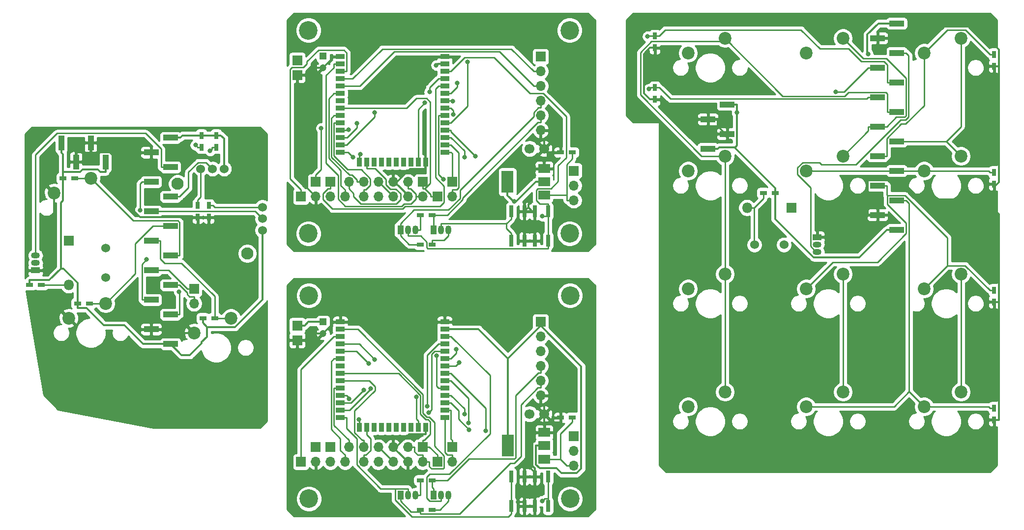
<source format=gbl>
G04 #@! TF.GenerationSoftware,KiCad,Pcbnew,(5.1.5)-3*
G04 #@! TF.CreationDate,2020-09-04T01:55:59+09:00*
G04 #@! TF.ProjectId,futureKeyboard,66757475-7265-44b6-9579-626f6172642e,rev?*
G04 #@! TF.SameCoordinates,Original*
G04 #@! TF.FileFunction,Copper,L2,Bot*
G04 #@! TF.FilePolarity,Positive*
%FSLAX46Y46*%
G04 Gerber Fmt 4.6, Leading zero omitted, Abs format (unit mm)*
G04 Created by KiCad (PCBNEW (5.1.5)-3) date 2020-09-04 01:55:59*
%MOMM*%
%LPD*%
G04 APERTURE LIST*
%ADD10R,1.200000X0.800000*%
%ADD11R,1.200000X1.200000*%
%ADD12C,1.200000*%
%ADD13O,1.800000X1.800000*%
%ADD14R,1.800000X1.800000*%
%ADD15R,1.700000X1.700000*%
%ADD16O,1.700000X1.700000*%
%ADD17C,1.524000*%
%ADD18C,1.700000*%
%ADD19O,1.050000X1.500000*%
%ADD20R,1.050000X1.500000*%
%ADD21R,1.500000X1.050000*%
%ADD22O,1.500000X1.050000*%
%ADD23R,0.800000X1.200000*%
%ADD24R,0.750000X2.000000*%
%ADD25C,2.200000*%
%ADD26R,1.524000X0.900000*%
%ADD27R,0.900000X1.500000*%
%ADD28R,2.000000X3.800000*%
%ADD29R,2.000000X1.500000*%
%ADD30C,2.100000*%
%ADD31R,2.510000X1.000000*%
%ADD32R,1.000000X2.510000*%
%ADD33C,3.210000*%
%ADD34C,0.800000*%
%ADD35C,0.250000*%
%ADD36C,0.350000*%
%ADD37C,0.254000*%
G04 APERTURE END LIST*
D10*
X115189000Y-50800000D03*
X117221000Y-50800000D03*
D11*
X74295000Y-34195000D03*
D12*
X74295000Y-36195000D03*
D10*
X117221000Y-96520000D03*
X115189000Y-96520000D03*
D12*
X74295000Y-82010000D03*
D11*
X74295000Y-80010000D03*
D13*
X30480000Y-73660000D03*
D14*
X30480000Y-66040000D03*
X154940000Y-60325000D03*
D13*
X147320000Y-60325000D03*
D15*
X69850000Y-34925000D03*
X75565000Y-55880000D03*
X73025000Y-55880000D03*
X70485000Y-58420000D03*
D16*
X73025000Y-58420000D03*
X75565000Y-58420000D03*
X78105000Y-58420000D03*
X81280000Y-58420000D03*
X83820000Y-58420000D03*
X86360000Y-58420000D03*
X88900000Y-58420000D03*
X91440000Y-58420000D03*
D15*
X93980000Y-58420000D03*
X91440000Y-55880000D03*
D16*
X88900000Y-55880000D03*
X86360000Y-55880000D03*
X83820000Y-55880000D03*
X81280000Y-55880000D03*
X78740000Y-55880000D03*
D15*
X69850000Y-37465000D03*
X69850000Y-80645000D03*
X96520000Y-101600000D03*
D16*
X96520000Y-104140000D03*
D15*
X75565000Y-101600000D03*
X73025000Y-101600000D03*
X70485000Y-104140000D03*
D16*
X73025000Y-104140000D03*
X75565000Y-104140000D03*
X78105000Y-104140000D03*
X78740000Y-101600000D03*
X81280000Y-101600000D03*
X83820000Y-101600000D03*
X86360000Y-101600000D03*
X88900000Y-101600000D03*
D15*
X91440000Y-101600000D03*
X93980000Y-104140000D03*
D16*
X91440000Y-104140000D03*
X88900000Y-104140000D03*
X86360000Y-104140000D03*
X83820000Y-104140000D03*
X81280000Y-104140000D03*
D15*
X69850000Y-83185000D03*
D17*
X36870000Y-72390000D03*
X36870000Y-67310000D03*
X153670000Y-66715000D03*
X148590000Y-66715000D03*
D18*
X112375000Y-50165000D03*
X109875000Y-50165000D03*
X109875000Y-95885000D03*
X112375000Y-95885000D03*
D19*
X88900000Y-64135000D03*
X90170000Y-64135000D03*
D20*
X87630000Y-64135000D03*
X93345000Y-64135000D03*
D19*
X95885000Y-64135000D03*
X94615000Y-64135000D03*
D21*
X24765000Y-71120000D03*
D22*
X24765000Y-68580000D03*
X24765000Y-69850000D03*
D19*
X94615000Y-109855000D03*
X95885000Y-109855000D03*
D20*
X93345000Y-109855000D03*
X87630000Y-109855000D03*
D19*
X90170000Y-109855000D03*
X88900000Y-109855000D03*
D22*
X159385000Y-66675000D03*
X159385000Y-67945000D03*
D21*
X159385000Y-65405000D03*
D10*
X91059000Y-61595000D03*
X93091000Y-61595000D03*
X93091000Y-66675000D03*
X91059000Y-66675000D03*
X23749000Y-73660000D03*
X25781000Y-73660000D03*
X34036000Y-76835000D03*
X32004000Y-76835000D03*
X53594000Y-79375000D03*
X55626000Y-79375000D03*
X31496000Y-55245000D03*
X29464000Y-55245000D03*
D23*
X53340000Y-49911000D03*
X53340000Y-47879000D03*
X55880000Y-47879000D03*
X55880000Y-49911000D03*
X54610000Y-59944000D03*
X54610000Y-61976000D03*
D10*
X91059000Y-112395000D03*
X93091000Y-112395000D03*
X91059000Y-107315000D03*
X93091000Y-107315000D03*
X150114000Y-57785000D03*
X152146000Y-57785000D03*
D23*
X189865000Y-33909000D03*
X189865000Y-35941000D03*
X189865000Y-56261000D03*
X189865000Y-54229000D03*
X189865000Y-74549000D03*
X189865000Y-76581000D03*
X189865000Y-96901000D03*
X189865000Y-94869000D03*
X131445000Y-30734000D03*
X131445000Y-32766000D03*
X131445000Y-41656000D03*
X131445000Y-39624000D03*
D15*
X117475000Y-53975000D03*
D16*
X117475000Y-56515000D03*
X117475000Y-59055000D03*
D24*
X108966000Y-66040000D03*
X106680000Y-66040000D03*
X106680000Y-60960000D03*
X108966000Y-60960000D03*
X110744000Y-60960000D03*
X113030000Y-60960000D03*
X113030000Y-66040000D03*
X110744000Y-66040000D03*
D25*
X36830000Y-76835000D03*
X30480000Y-79375000D03*
X58420000Y-79375000D03*
X52070000Y-81915000D03*
X27940000Y-57785000D03*
X34290000Y-55245000D03*
D16*
X117475000Y-104775000D03*
X117475000Y-102235000D03*
D15*
X117475000Y-99695000D03*
D24*
X108966000Y-106680000D03*
X106680000Y-106680000D03*
X106680000Y-111760000D03*
X108966000Y-111760000D03*
X110744000Y-106680000D03*
X113030000Y-106680000D03*
X113030000Y-111760000D03*
X110744000Y-111760000D03*
D25*
X137160000Y-33655000D03*
X143510000Y-31115000D03*
X137160000Y-53975000D03*
X143510000Y-51435000D03*
X143510000Y-71755000D03*
X137160000Y-74295000D03*
X143510000Y-92075000D03*
X137160000Y-94615000D03*
X163830000Y-31115000D03*
X157480000Y-33655000D03*
X163830000Y-51435000D03*
X157480000Y-53975000D03*
X157480000Y-74295000D03*
X163830000Y-71755000D03*
X157480000Y-94615000D03*
X163830000Y-92075000D03*
X184150000Y-31115000D03*
X177800000Y-33655000D03*
X184150000Y-51435000D03*
X177800000Y-53975000D03*
X177800000Y-74295000D03*
X184150000Y-71755000D03*
X177800000Y-94615000D03*
X184150000Y-92075000D03*
D26*
X77250000Y-50800000D03*
X77250000Y-49530000D03*
X77250000Y-48260000D03*
X77250000Y-46990000D03*
X77250000Y-45720000D03*
X77250000Y-44450000D03*
X77250000Y-43180000D03*
X77250000Y-41910000D03*
X77250000Y-40640000D03*
X77250000Y-39370000D03*
X77250000Y-38100000D03*
X77250000Y-36830000D03*
X77250000Y-35560000D03*
X77250000Y-34290000D03*
D27*
X91950000Y-52490000D03*
D26*
X95250000Y-34290000D03*
X95250000Y-35560000D03*
X95250000Y-36830000D03*
X95250000Y-38100000D03*
X95250000Y-39370000D03*
X95250000Y-40640000D03*
X95250000Y-41910000D03*
X95250000Y-43180000D03*
X95250000Y-44450000D03*
X95250000Y-45720000D03*
X95250000Y-46990000D03*
X95250000Y-48260000D03*
X95250000Y-49530000D03*
X95250000Y-50800000D03*
D27*
X90680000Y-52490000D03*
X89410000Y-52490000D03*
X88140000Y-52490000D03*
X86870000Y-52490000D03*
X85600000Y-52490000D03*
X84330000Y-52490000D03*
X83060000Y-52490000D03*
X81790000Y-52490000D03*
X80520000Y-52490000D03*
D28*
X106095000Y-101360000D03*
D29*
X112395000Y-101360000D03*
X112395000Y-103660000D03*
X112395000Y-99060000D03*
D27*
X80520000Y-98210000D03*
X81790000Y-98210000D03*
X83060000Y-98210000D03*
X84330000Y-98210000D03*
X85600000Y-98210000D03*
X86870000Y-98210000D03*
X88140000Y-98210000D03*
X89410000Y-98210000D03*
X90680000Y-98210000D03*
D26*
X95250000Y-96520000D03*
X95250000Y-95250000D03*
X95250000Y-93980000D03*
X95250000Y-92710000D03*
X95250000Y-91440000D03*
X95250000Y-90170000D03*
X95250000Y-88900000D03*
X95250000Y-87630000D03*
X95250000Y-86360000D03*
X95250000Y-85090000D03*
X95250000Y-83820000D03*
X95250000Y-82550000D03*
X95250000Y-81280000D03*
X95250000Y-80010000D03*
D27*
X91950000Y-98210000D03*
D26*
X77250000Y-80010000D03*
X77250000Y-81280000D03*
X77250000Y-82550000D03*
X77250000Y-83820000D03*
X77250000Y-85090000D03*
X77250000Y-86360000D03*
X77250000Y-87630000D03*
X77250000Y-88900000D03*
X77250000Y-90170000D03*
X77250000Y-91440000D03*
X77250000Y-92710000D03*
X77250000Y-93980000D03*
X77250000Y-95250000D03*
X77250000Y-96520000D03*
D23*
X52705000Y-59944000D03*
X52705000Y-61976000D03*
D17*
X63845000Y-64230000D03*
X63845000Y-62230000D03*
X63845000Y-60230000D03*
X57245000Y-53630000D03*
X55245000Y-53630000D03*
X53245000Y-53630000D03*
D30*
X49245000Y-56230000D03*
X61245000Y-68230000D03*
D31*
X169795000Y-61595000D03*
X169795000Y-56515000D03*
X169795000Y-51435000D03*
X169795000Y-46355000D03*
X169795000Y-41275000D03*
X169795000Y-36195000D03*
X169795000Y-31115000D03*
X173105000Y-64135000D03*
X173105000Y-59055000D03*
X173105000Y-53975000D03*
X173105000Y-48895000D03*
X173105000Y-43815000D03*
X173105000Y-38735000D03*
X173105000Y-33655000D03*
X173105000Y-28575000D03*
D32*
X36830000Y-52455000D03*
X31750000Y-52455000D03*
X34290000Y-49145000D03*
X29210000Y-49145000D03*
D31*
X140585000Y-50165000D03*
X140585000Y-45085000D03*
X143895000Y-47625000D03*
X143895000Y-42545000D03*
D15*
X96520000Y-55880000D03*
D16*
X96520000Y-58420000D03*
D31*
X48010000Y-48260000D03*
X48010000Y-53340000D03*
X48010000Y-58420000D03*
X48010000Y-63500000D03*
X48010000Y-68580000D03*
X48010000Y-73660000D03*
X48010000Y-78740000D03*
X48010000Y-83820000D03*
X44700000Y-50800000D03*
X44700000Y-55880000D03*
X44700000Y-60960000D03*
X44700000Y-66040000D03*
X44700000Y-71120000D03*
X44700000Y-76200000D03*
X44700000Y-81280000D03*
D16*
X52070000Y-76835000D03*
D15*
X52070000Y-74295000D03*
D16*
X111760000Y-46990000D03*
X111760000Y-44450000D03*
X111760000Y-41910000D03*
X111760000Y-39370000D03*
X111760000Y-36830000D03*
D15*
X111760000Y-34290000D03*
X111760000Y-80010000D03*
D16*
X111760000Y-82550000D03*
X111760000Y-85090000D03*
X111760000Y-87630000D03*
X111760000Y-90170000D03*
X111760000Y-92710000D03*
D28*
X106070000Y-55880000D03*
D29*
X112370000Y-55880000D03*
X112370000Y-58180000D03*
X112370000Y-53580000D03*
D33*
X116840000Y-75490000D03*
X71760000Y-29770000D03*
X71840000Y-75490000D03*
X116760000Y-29770000D03*
X71840000Y-110490000D03*
X71760000Y-64770000D03*
X116840000Y-110490000D03*
X116760000Y-64770000D03*
D34*
X79467800Y-51624800D03*
X112031600Y-61759100D03*
X107229200Y-59275800D03*
X93799000Y-35775100D03*
X112034000Y-110900700D03*
X91848200Y-42269800D03*
X90338900Y-92972200D03*
X73980100Y-46628800D03*
X92619000Y-40377800D03*
X92479900Y-95692700D03*
X92255400Y-94553800D03*
X82166800Y-87221400D03*
X83175900Y-86477600D03*
X99202400Y-35232600D03*
X93818900Y-85838200D03*
X80681000Y-51125500D03*
X83208400Y-43922500D03*
X80144000Y-45782200D03*
X78694600Y-46868600D03*
X96708600Y-44304000D03*
X95049700Y-55455500D03*
X97431900Y-38857000D03*
X96627800Y-41951900D03*
X80493300Y-96845500D03*
X98634900Y-95888500D03*
X99464000Y-98587100D03*
X102309700Y-98777500D03*
X99383500Y-97473000D03*
X97269000Y-84716900D03*
X97769600Y-86995000D03*
X82501500Y-91526400D03*
X81329900Y-91773300D03*
X78737500Y-93243200D03*
X109948300Y-59451600D03*
X89517400Y-34661200D03*
X100965000Y-31115000D03*
X107929200Y-111047300D03*
X39684300Y-53861500D03*
X168139300Y-33860700D03*
X145575300Y-43960100D03*
X162578700Y-40365400D03*
X144495300Y-48825500D03*
X42799700Y-60780400D03*
X43909900Y-69266000D03*
X52328700Y-49545900D03*
X49459800Y-74793400D03*
X54843000Y-50546000D03*
X130394800Y-39882600D03*
X130204100Y-30821300D03*
X100507800Y-51435000D03*
X98643400Y-51626100D03*
D35*
X77250000Y-50800000D02*
X78643000Y-50800000D01*
X78643000Y-50800000D02*
X79467800Y-51624800D01*
X105905600Y-63059700D02*
X106680000Y-62285300D01*
X94615000Y-63059700D02*
X105905600Y-63059700D01*
X105905600Y-63059700D02*
X105905600Y-63940300D01*
X105905600Y-63940300D02*
X106680000Y-64714700D01*
X106680000Y-66040000D02*
X106680000Y-64714700D01*
X106680000Y-60960000D02*
X106680000Y-62285300D01*
X94615000Y-64135000D02*
X94615000Y-63059700D01*
X113030000Y-61759100D02*
X113030000Y-60960000D01*
X113030000Y-64714700D02*
X113030000Y-61759100D01*
X113030000Y-61759100D02*
X112031600Y-61759100D01*
X113030000Y-66040000D02*
X113030000Y-67365300D01*
X113030000Y-67365300D02*
X112979900Y-67415400D01*
X112979900Y-67415400D02*
X92333800Y-67415400D01*
X92333800Y-67415400D02*
X92165600Y-67247200D01*
X92165600Y-67247200D02*
X92165600Y-66274000D01*
X92165600Y-66274000D02*
X91101900Y-65210300D01*
X91101900Y-65210300D02*
X88900000Y-65210300D01*
X113030000Y-65377300D02*
X113030000Y-66040000D01*
X88900000Y-64135000D02*
X88900000Y-65210300D01*
X113030000Y-60960000D02*
X113030000Y-59634700D01*
X95250000Y-36830000D02*
X96337300Y-36830000D01*
X96337300Y-36830000D02*
X98702500Y-34464800D01*
X98702500Y-34464800D02*
X103776400Y-34464800D01*
X103776400Y-34464800D02*
X109951600Y-40640000D01*
X109951600Y-40640000D02*
X112203300Y-40640000D01*
X112203300Y-40640000D02*
X116164400Y-44601100D01*
X116164400Y-44601100D02*
X116164400Y-51698000D01*
X116164400Y-51698000D02*
X114772400Y-53090000D01*
X114772400Y-53090000D02*
X114772400Y-55801500D01*
X114772400Y-55801500D02*
X113568500Y-57005400D01*
X113568500Y-57005400D02*
X111318300Y-57005400D01*
X111318300Y-57005400D02*
X111044600Y-57279100D01*
X111044600Y-57279100D02*
X111044600Y-59082600D01*
X111044600Y-59082600D02*
X111596700Y-59634700D01*
X111596700Y-59634700D02*
X113030000Y-59634700D01*
X113030000Y-65377300D02*
X113030000Y-64714700D01*
D36*
X83820000Y-55880000D02*
X86360000Y-58420000D01*
X107229200Y-59275800D02*
X107548900Y-59275800D01*
X107548900Y-59275800D02*
X110944700Y-55880000D01*
X107229200Y-59275800D02*
X107140500Y-59275800D01*
X107140500Y-59275800D02*
X106070000Y-58205300D01*
X112370000Y-55880000D02*
X110944700Y-55880000D01*
X106070000Y-55880000D02*
X106070000Y-58205300D01*
X94062700Y-35560000D02*
X94014100Y-35560000D01*
X94014100Y-35560000D02*
X93799000Y-35775100D01*
X95250000Y-35560000D02*
X94062700Y-35560000D01*
D35*
X86745600Y-108779700D02*
X84229200Y-108779700D01*
X84229200Y-108779700D02*
X80104600Y-104655100D01*
X80104600Y-104655100D02*
X80104600Y-100149900D01*
X80104600Y-100149900D02*
X78337300Y-98382600D01*
X78337300Y-98382600D02*
X78337300Y-96520000D01*
X88900000Y-108779700D02*
X86745600Y-108779700D01*
X86745600Y-108779700D02*
X86745600Y-110746500D01*
X86745600Y-110746500D02*
X89587400Y-113588300D01*
X89587400Y-113588300D02*
X106177000Y-113588300D01*
X106177000Y-113588300D02*
X106680000Y-113085300D01*
X106680000Y-111760000D02*
X106680000Y-113085300D01*
X77250000Y-96520000D02*
X78337300Y-96520000D01*
X88900000Y-109855000D02*
X88900000Y-108779700D01*
X106680000Y-106680000D02*
X106680000Y-111760000D01*
X95250000Y-82550000D02*
X96337300Y-82550000D01*
X113030000Y-110434700D02*
X113030000Y-106680000D01*
X113030000Y-110434700D02*
X112500000Y-110434700D01*
X112500000Y-110434700D02*
X112034000Y-110900700D01*
X113030000Y-111760000D02*
X113030000Y-110434700D01*
X94615000Y-109855000D02*
X94615000Y-110930300D01*
X96337300Y-82550000D02*
X103048400Y-89261100D01*
X103048400Y-89261100D02*
X103048400Y-99283600D01*
X103048400Y-99283600D02*
X96061000Y-106271000D01*
X96061000Y-106271000D02*
X92648100Y-106271000D01*
X92648100Y-106271000D02*
X92165600Y-106753500D01*
X92165600Y-106753500D02*
X92165600Y-110418200D01*
X92165600Y-110418200D02*
X92677700Y-110930300D01*
X92677700Y-110930300D02*
X94615000Y-110930300D01*
D36*
X86360000Y-104140000D02*
X83820000Y-101600000D01*
X106095000Y-86342800D02*
X106095000Y-101360000D01*
X111760000Y-80677800D02*
X106095000Y-86342800D01*
X95250000Y-81280000D02*
X101032200Y-81280000D01*
X101032200Y-81280000D02*
X106095000Y-86342800D01*
X110969700Y-101360000D02*
X110969700Y-104610800D01*
X110969700Y-104610800D02*
X111582600Y-105223700D01*
X111582600Y-105223700D02*
X114474000Y-105223700D01*
X114474000Y-105223700D02*
X115340600Y-106090300D01*
X115340600Y-106090300D02*
X117963500Y-106090300D01*
X117963500Y-106090300D02*
X118775000Y-105278800D01*
X118775000Y-105278800D02*
X118775000Y-87692800D01*
X118775000Y-87692800D02*
X111760000Y-80677800D01*
X111760000Y-80010000D02*
X111760000Y-80677800D01*
X69850000Y-80645000D02*
X71125300Y-80645000D01*
X74295000Y-80010000D02*
X71760300Y-80010000D01*
X71760300Y-80010000D02*
X71125300Y-80645000D01*
X112395000Y-101360000D02*
X110969700Y-101360000D01*
D35*
X30480000Y-73660000D02*
X25781000Y-73660000D01*
X91848200Y-42269800D02*
X90680000Y-43438000D01*
X90680000Y-43438000D02*
X90680000Y-52490000D01*
X148545300Y-60325000D02*
X150114000Y-58756300D01*
X150114000Y-58756300D02*
X150114000Y-57785000D01*
X148545300Y-60325000D02*
X148545300Y-66670300D01*
X148545300Y-66670300D02*
X148590000Y-66715000D01*
X147320000Y-60325000D02*
X148545300Y-60325000D01*
X90680000Y-98210000D02*
X90680000Y-97134700D01*
X90338900Y-92972200D02*
X90338900Y-96793600D01*
X90338900Y-96793600D02*
X90680000Y-97134700D01*
X96337300Y-49530000D02*
X97695300Y-50888000D01*
X97695300Y-50888000D02*
X97695300Y-56877500D01*
X97695300Y-56877500D02*
X97328100Y-57244700D01*
X97328100Y-57244700D02*
X96520000Y-57244700D01*
X96520000Y-58420000D02*
X96520000Y-57244700D01*
X95250000Y-49530000D02*
X96337300Y-49530000D01*
X96520000Y-54704700D02*
X96520000Y-50982700D01*
X96520000Y-50982700D02*
X96337300Y-50800000D01*
X95250000Y-50800000D02*
X96337300Y-50800000D01*
X96520000Y-55880000D02*
X96520000Y-54704700D01*
X94162700Y-39370000D02*
X93702400Y-39830300D01*
X93702400Y-39830300D02*
X93702400Y-55133900D01*
X93702400Y-55133900D02*
X95155400Y-56586900D01*
X95155400Y-56586900D02*
X95155400Y-59414200D01*
X95155400Y-59414200D02*
X94461300Y-60108300D01*
X94461300Y-60108300D02*
X88452000Y-60108300D01*
X88452000Y-60108300D02*
X88003200Y-60557100D01*
X88003200Y-60557100D02*
X75930700Y-60557100D01*
X75930700Y-60557100D02*
X74295000Y-58921400D01*
X74295000Y-58921400D02*
X74295000Y-57884600D01*
X74295000Y-57884600D02*
X75124300Y-57055300D01*
X75124300Y-57055300D02*
X75565000Y-57055300D01*
X95250000Y-39370000D02*
X94162700Y-39370000D01*
X75565000Y-55880000D02*
X75565000Y-57055300D01*
X73980100Y-46628800D02*
X73980100Y-53749600D01*
X73980100Y-53749600D02*
X73025000Y-54704700D01*
X95250000Y-38100000D02*
X94162700Y-38100000D01*
X73025000Y-55880000D02*
X73025000Y-54704700D01*
X94162700Y-38100000D02*
X92619000Y-39643700D01*
X92619000Y-39643700D02*
X92619000Y-40377800D01*
X70485000Y-58420000D02*
X70485000Y-57244700D01*
X77250000Y-36830000D02*
X78337300Y-36830000D01*
X78337300Y-36830000D02*
X78387400Y-36779900D01*
X78387400Y-36779900D02*
X78387400Y-33673400D01*
X78387400Y-33673400D02*
X77904600Y-33190600D01*
X77904600Y-33190600D02*
X73492100Y-33190600D01*
X73492100Y-33190600D02*
X71527800Y-35154900D01*
X71527800Y-35154900D02*
X71527800Y-35528300D01*
X71527800Y-35528300D02*
X70905700Y-36150400D01*
X70905700Y-36150400D02*
X68909700Y-36150400D01*
X68909700Y-36150400D02*
X68609800Y-36450300D01*
X68609800Y-36450300D02*
X68609800Y-55369500D01*
X68609800Y-55369500D02*
X70485000Y-57244700D01*
X76162700Y-40640000D02*
X75262100Y-41540600D01*
X75262100Y-41540600D02*
X75262100Y-51783500D01*
X75262100Y-51783500D02*
X77372400Y-53893800D01*
X77372400Y-53893800D02*
X77372400Y-56512100D01*
X77372400Y-56512100D02*
X78105000Y-57244700D01*
X78105000Y-58420000D02*
X78105000Y-57244700D01*
X77250000Y-40640000D02*
X76162700Y-40640000D01*
X81280000Y-57244700D02*
X81647400Y-57244700D01*
X81647400Y-57244700D02*
X82455300Y-56436800D01*
X82455300Y-56436800D02*
X82455300Y-55335600D01*
X82455300Y-55335600D02*
X80849400Y-53729700D01*
X80849400Y-53729700D02*
X78482200Y-53729700D01*
X78482200Y-53729700D02*
X76162700Y-51410200D01*
X76162700Y-51410200D02*
X76162700Y-45720000D01*
X81280000Y-58420000D02*
X81280000Y-57244700D01*
X77250000Y-45720000D02*
X76162700Y-45720000D01*
X81280000Y-55880000D02*
X80104700Y-55880000D01*
X77250000Y-44450000D02*
X76162700Y-44450000D01*
X76162700Y-44450000D02*
X75712400Y-44900300D01*
X75712400Y-44900300D02*
X75712400Y-51596800D01*
X75712400Y-51596800D02*
X78820300Y-54704700D01*
X78820300Y-54704700D02*
X79296800Y-54704700D01*
X79296800Y-54704700D02*
X80104700Y-55512600D01*
X80104700Y-55512600D02*
X80104700Y-55880000D01*
X76162700Y-35560000D02*
X76162700Y-36177000D01*
X76162700Y-36177000D02*
X74811800Y-37527900D01*
X74811800Y-37527900D02*
X74811800Y-52668200D01*
X74811800Y-52668200D02*
X76870300Y-54726700D01*
X76870300Y-54726700D02*
X76870300Y-58864000D01*
X76870300Y-58864000D02*
X78113100Y-60106800D01*
X78113100Y-60106800D02*
X87816500Y-60106800D01*
X87816500Y-60106800D02*
X88266800Y-59656500D01*
X88266800Y-59656500D02*
X89432400Y-59656500D01*
X89432400Y-59656500D02*
X90264700Y-58824200D01*
X90264700Y-58824200D02*
X90264700Y-58420000D01*
X77250000Y-35560000D02*
X76162700Y-35560000D01*
X88900000Y-55880000D02*
X88900000Y-57055300D01*
X88900000Y-57055300D02*
X89340700Y-57055300D01*
X89340700Y-57055300D02*
X90264700Y-57979300D01*
X90264700Y-57979300D02*
X90264700Y-58420000D01*
X91440000Y-58420000D02*
X90264700Y-58420000D01*
X91807300Y-57055300D02*
X92804700Y-58052700D01*
X92804700Y-58052700D02*
X92804700Y-58420000D01*
X91440000Y-57055300D02*
X91807300Y-57055300D01*
X77250000Y-43180000D02*
X88653500Y-43180000D01*
X88653500Y-43180000D02*
X90330800Y-41502700D01*
X90330800Y-41502700D02*
X92168300Y-41502700D01*
X92168300Y-41502700D02*
X92780900Y-42115300D01*
X92780900Y-42115300D02*
X92780900Y-56081700D01*
X92780900Y-56081700D02*
X91807300Y-57055300D01*
X93980000Y-58420000D02*
X92804700Y-58420000D01*
X91440000Y-55880000D02*
X91440000Y-57055300D01*
X78740000Y-55880000D02*
X78740000Y-57055300D01*
X81790000Y-52490000D02*
X81790000Y-53565300D01*
X81790000Y-53565300D02*
X83254500Y-53565300D01*
X83254500Y-53565300D02*
X85090000Y-55400800D01*
X85090000Y-55400800D02*
X85090000Y-56343000D01*
X85090000Y-56343000D02*
X85897000Y-57150000D01*
X85897000Y-57150000D02*
X86852000Y-57150000D01*
X86852000Y-57150000D02*
X87630000Y-57928000D01*
X87630000Y-57928000D02*
X87630000Y-58900300D01*
X87630000Y-58900300D02*
X86873800Y-59656500D01*
X86873800Y-59656500D02*
X80807100Y-59656500D01*
X80807100Y-59656500D02*
X79571100Y-58420500D01*
X79571100Y-58420500D02*
X79571100Y-57886400D01*
X79571100Y-57886400D02*
X78740000Y-57055300D01*
X96520000Y-101600000D02*
X96520000Y-100424700D01*
X95250000Y-95250000D02*
X96337300Y-95250000D01*
X96337300Y-95250000D02*
X96337300Y-100242000D01*
X96337300Y-100242000D02*
X96520000Y-100424700D01*
X96520000Y-104140000D02*
X96520000Y-102964700D01*
X95250000Y-96520000D02*
X95250000Y-102502700D01*
X95250000Y-102502700D02*
X95712000Y-102964700D01*
X95712000Y-102964700D02*
X96520000Y-102964700D01*
X92479900Y-95692700D02*
X93006000Y-95166600D01*
X93006000Y-95166600D02*
X93006000Y-85613600D01*
X93006000Y-85613600D02*
X93529600Y-85090000D01*
X93529600Y-85090000D02*
X95250000Y-85090000D01*
X94162700Y-83820000D02*
X92255400Y-85727300D01*
X92255400Y-85727300D02*
X92255400Y-94553800D01*
X95250000Y-83820000D02*
X94162700Y-83820000D01*
X77250000Y-82550000D02*
X76162700Y-82550000D01*
X76162700Y-82550000D02*
X70485000Y-88227700D01*
X70485000Y-88227700D02*
X70485000Y-104140000D01*
X78105000Y-104140000D02*
X78105000Y-102964700D01*
X77250000Y-86360000D02*
X76162700Y-86360000D01*
X76162700Y-86360000D02*
X75706400Y-86816300D01*
X75706400Y-86816300D02*
X75706400Y-98550000D01*
X75706400Y-98550000D02*
X77273900Y-100117500D01*
X77273900Y-100117500D02*
X77273900Y-102133600D01*
X77273900Y-102133600D02*
X78105000Y-102964700D01*
X78740000Y-101600000D02*
X78740000Y-100424700D01*
X77250000Y-91440000D02*
X76162700Y-91440000D01*
X76162700Y-91440000D02*
X76162700Y-97847400D01*
X76162700Y-97847400D02*
X78740000Y-100424700D01*
X81280000Y-100424700D02*
X81030200Y-100424700D01*
X81030200Y-100424700D02*
X79744600Y-99139100D01*
X79744600Y-99139100D02*
X79744600Y-95309100D01*
X79744600Y-95309100D02*
X83241200Y-91812500D01*
X83241200Y-91812500D02*
X83241200Y-91207400D01*
X83241200Y-91207400D02*
X82203800Y-90170000D01*
X82203800Y-90170000D02*
X78337300Y-90170000D01*
X77250000Y-90170000D02*
X78337300Y-90170000D01*
X81280000Y-101600000D02*
X81280000Y-100424700D01*
X78337300Y-81280000D02*
X80309400Y-81280000D01*
X80309400Y-81280000D02*
X91514500Y-92485100D01*
X91514500Y-92485100D02*
X91514500Y-95753000D01*
X91514500Y-95753000D02*
X92179500Y-96418000D01*
X92179500Y-96418000D02*
X92561400Y-96418000D01*
X92561400Y-96418000D02*
X93467600Y-97324200D01*
X93467600Y-97324200D02*
X93467600Y-101383100D01*
X93467600Y-101383100D02*
X95155400Y-103070900D01*
X95155400Y-103070900D02*
X95155400Y-105171100D01*
X95155400Y-105171100D02*
X95011100Y-105315400D01*
X95011100Y-105315400D02*
X92982700Y-105315400D01*
X92982700Y-105315400D02*
X92615300Y-104948000D01*
X92615300Y-104948000D02*
X92615300Y-104140000D01*
X77250000Y-81280000D02*
X78337300Y-81280000D01*
X91440000Y-104140000D02*
X92615300Y-104140000D01*
X91440000Y-103664900D02*
X91440000Y-104140000D01*
X91440000Y-103664900D02*
X91440000Y-102964700D01*
X88900000Y-101600000D02*
X90075300Y-101600000D01*
X91440000Y-102964700D02*
X90632000Y-102964700D01*
X90632000Y-102964700D02*
X90075300Y-102408000D01*
X90075300Y-102408000D02*
X90075300Y-101600000D01*
X77250000Y-88900000D02*
X87292500Y-88900000D01*
X87292500Y-88900000D02*
X91064200Y-92671700D01*
X91064200Y-92671700D02*
X91064200Y-95939600D01*
X91064200Y-95939600D02*
X91992900Y-96868300D01*
X91992900Y-96868300D02*
X92372100Y-96868300D01*
X92372100Y-96868300D02*
X92776700Y-97272900D01*
X92776700Y-97272900D02*
X92776700Y-99381800D01*
X92776700Y-99381800D02*
X91733800Y-100424700D01*
X91733800Y-100424700D02*
X91440000Y-100424700D01*
X91440000Y-101600000D02*
X92615300Y-101600000D01*
X93980000Y-104140000D02*
X93980000Y-102964700D01*
X93980000Y-102964700D02*
X92615300Y-101600000D01*
X91440000Y-101600000D02*
X91440000Y-100424700D01*
X81280000Y-104140000D02*
X81280000Y-102964700D01*
X81790000Y-98210000D02*
X81790000Y-99432800D01*
X81790000Y-99432800D02*
X82464200Y-100107000D01*
X82464200Y-100107000D02*
X82464200Y-102145800D01*
X82464200Y-102145800D02*
X81645300Y-102964700D01*
X81645300Y-102964700D02*
X81280000Y-102964700D01*
X111760000Y-36830000D02*
X110584700Y-36830000D01*
X110584700Y-36830000D02*
X106735700Y-32981000D01*
X106735700Y-32981000D02*
X84513200Y-32981000D01*
X84513200Y-32981000D02*
X79394200Y-38100000D01*
X79394200Y-38100000D02*
X77250000Y-38100000D01*
X77250000Y-39370000D02*
X80630600Y-39370000D01*
X80630600Y-39370000D02*
X86569200Y-33431400D01*
X86569200Y-33431400D02*
X104646100Y-33431400D01*
X104646100Y-33431400D02*
X110584700Y-39370000D01*
X111760000Y-39370000D02*
X110584700Y-39370000D01*
X87630000Y-64135000D02*
X87630000Y-63059700D01*
X111760000Y-41910000D02*
X111760000Y-43085300D01*
X111760000Y-43085300D02*
X111392600Y-43085300D01*
X111392600Y-43085300D02*
X110584700Y-43893200D01*
X110584700Y-43893200D02*
X110584700Y-44625000D01*
X110584700Y-44625000D02*
X97870200Y-57339500D01*
X97870200Y-57339500D02*
X97870200Y-58753800D01*
X97870200Y-58753800D02*
X95909900Y-60714100D01*
X95909900Y-60714100D02*
X89975600Y-60714100D01*
X89975600Y-60714100D02*
X87630000Y-63059700D01*
X87630000Y-64135000D02*
X87630000Y-65210300D01*
X87630000Y-65210300D02*
X89094700Y-66675000D01*
X89094700Y-66675000D02*
X91059000Y-66675000D01*
X111760000Y-44450000D02*
X111760000Y-45625300D01*
X111760000Y-45625300D02*
X111317000Y-45625300D01*
X111317000Y-45625300D02*
X98320600Y-58621700D01*
X98320600Y-58621700D02*
X98320600Y-58940300D01*
X98320600Y-58940300D02*
X95665900Y-61595000D01*
X95665900Y-61595000D02*
X93345000Y-61595000D01*
X93345000Y-61595000D02*
X93091000Y-61595000D01*
X93345000Y-61595000D02*
X93345000Y-63059700D01*
X93345000Y-64135000D02*
X93345000Y-63059700D01*
X91059000Y-113120300D02*
X97818300Y-113120300D01*
X97818300Y-113120300D02*
X106578500Y-104360100D01*
X106578500Y-104360100D02*
X107215400Y-104360100D01*
X107215400Y-104360100D02*
X108388800Y-103186700D01*
X108388800Y-103186700D02*
X108388800Y-94275800D01*
X108388800Y-94275800D02*
X111319300Y-91345300D01*
X111319300Y-91345300D02*
X111760000Y-91345300D01*
X87630000Y-109855000D02*
X87630000Y-110930300D01*
X91059000Y-112757600D02*
X89457300Y-112757600D01*
X89457300Y-112757600D02*
X87630000Y-110930300D01*
X91059000Y-112757600D02*
X91059000Y-113120300D01*
X91059000Y-112395000D02*
X91059000Y-112757600D01*
X111760000Y-90170000D02*
X111760000Y-91345300D01*
X93345000Y-109855000D02*
X93345000Y-108779700D01*
X93345000Y-108779700D02*
X93091000Y-108525700D01*
X93091000Y-108525700D02*
X93091000Y-107315000D01*
X111760000Y-87630000D02*
X111760000Y-88805300D01*
X111760000Y-88805300D02*
X111392700Y-88805300D01*
X111392700Y-88805300D02*
X107488100Y-92709900D01*
X107488100Y-92709900D02*
X107488100Y-103410100D01*
X107488100Y-103410100D02*
X107262800Y-103635400D01*
X107262800Y-103635400D02*
X99406900Y-103635400D01*
X99406900Y-103635400D02*
X95727300Y-107315000D01*
X95727300Y-107315000D02*
X93091000Y-107315000D01*
X77250000Y-85090000D02*
X80035400Y-85090000D01*
X80035400Y-85090000D02*
X82166800Y-87221400D01*
X77250000Y-83820000D02*
X80518300Y-83820000D01*
X80518300Y-83820000D02*
X83175900Y-86477600D01*
X91059000Y-61595000D02*
X91059000Y-62320300D01*
X90170000Y-64135000D02*
X91020300Y-64135000D01*
X91020300Y-64135000D02*
X91020300Y-62359000D01*
X91020300Y-62359000D02*
X91059000Y-62320300D01*
X93091000Y-65949700D02*
X95145600Y-65949700D01*
X95145600Y-65949700D02*
X95885000Y-65210300D01*
X93091000Y-66675000D02*
X93091000Y-65949700D01*
X95885000Y-64135000D02*
X95885000Y-65210300D01*
X96337300Y-45720000D02*
X99202400Y-42854900D01*
X99202400Y-42854900D02*
X99202400Y-35232600D01*
X95250000Y-45720000D02*
X96337300Y-45720000D01*
X95885000Y-109855000D02*
X95885000Y-110930300D01*
X95885000Y-110930300D02*
X94420300Y-112395000D01*
X94420300Y-112395000D02*
X93091000Y-112395000D01*
X91059000Y-107315000D02*
X91059000Y-108040300D01*
X90170000Y-109855000D02*
X91020300Y-109855000D01*
X91020300Y-109855000D02*
X91020300Y-108079000D01*
X91020300Y-108079000D02*
X91059000Y-108040300D01*
X94162700Y-91440000D02*
X93818900Y-91096200D01*
X93818900Y-91096200D02*
X93818900Y-85838200D01*
X95250000Y-91440000D02*
X94162700Y-91440000D01*
X80520000Y-52490000D02*
X80520000Y-51414700D01*
X80520000Y-51414700D02*
X80681000Y-51253700D01*
X80681000Y-51253700D02*
X80681000Y-51125500D01*
X77250000Y-49530000D02*
X78337300Y-49530000D01*
X78337300Y-49530000D02*
X83208400Y-44658900D01*
X83208400Y-44658900D02*
X83208400Y-43922500D01*
X80144000Y-45782200D02*
X80144000Y-46515800D01*
X80144000Y-46515800D02*
X78399800Y-48260000D01*
X78399800Y-48260000D02*
X77250000Y-48260000D01*
X78337300Y-46990000D02*
X78458700Y-46868600D01*
X78458700Y-46868600D02*
X78694600Y-46868600D01*
X77250000Y-46990000D02*
X78337300Y-46990000D01*
X95250000Y-43180000D02*
X96337300Y-43180000D01*
X96708600Y-44304000D02*
X96708600Y-43551300D01*
X96708600Y-43551300D02*
X96337300Y-43180000D01*
X95250000Y-44450000D02*
X94162700Y-44450000D01*
X95049700Y-55455500D02*
X94162700Y-54568500D01*
X94162700Y-54568500D02*
X94162700Y-44450000D01*
X54610000Y-59944000D02*
X55335300Y-59944000D01*
X63845000Y-60230000D02*
X55621300Y-60230000D01*
X55621300Y-60230000D02*
X55335300Y-59944000D01*
X95250000Y-40640000D02*
X96337300Y-40640000D01*
X97431900Y-38857000D02*
X97431900Y-39545400D01*
X97431900Y-39545400D02*
X96337300Y-40640000D01*
X95250000Y-41910000D02*
X96337300Y-41910000D01*
X96627800Y-41951900D02*
X96379200Y-41951900D01*
X96379200Y-41951900D02*
X96337300Y-41910000D01*
X80520000Y-98210000D02*
X80520000Y-97134700D01*
X80520000Y-97134700D02*
X80493300Y-97108000D01*
X80493300Y-97108000D02*
X80493300Y-96845500D01*
X98634900Y-95888500D02*
X98634900Y-95007600D01*
X98634900Y-95007600D02*
X96337300Y-92710000D01*
X95250000Y-92710000D02*
X96337300Y-92710000D01*
X99464000Y-98587100D02*
X97645800Y-96768900D01*
X97645800Y-96768900D02*
X97645800Y-95288500D01*
X97645800Y-95288500D02*
X96337300Y-93980000D01*
X95250000Y-93980000D02*
X96337300Y-93980000D01*
X95250000Y-88900000D02*
X96337300Y-88900000D01*
X96337300Y-88900000D02*
X102309700Y-94872400D01*
X102309700Y-94872400D02*
X102309700Y-98777500D01*
X95250000Y-90170000D02*
X96337300Y-90170000D01*
X96337300Y-90170000D02*
X99383500Y-93216200D01*
X99383500Y-93216200D02*
X99383500Y-97473000D01*
X95250000Y-86360000D02*
X96337300Y-86360000D01*
X97269000Y-84716900D02*
X97269000Y-85428300D01*
X97269000Y-85428300D02*
X96337300Y-86360000D01*
X96337300Y-87630000D02*
X97134600Y-87630000D01*
X97134600Y-87630000D02*
X97769600Y-86995000D01*
X95250000Y-87630000D02*
X96337300Y-87630000D01*
X77250000Y-95250000D02*
X78879000Y-95250000D01*
X78879000Y-95250000D02*
X82501500Y-91627500D01*
X82501500Y-91627500D02*
X82501500Y-91526400D01*
X81329900Y-91773300D02*
X79123200Y-93980000D01*
X79123200Y-93980000D02*
X77250000Y-93980000D01*
X78337300Y-92710000D02*
X78737500Y-93110200D01*
X78737500Y-93110200D02*
X78737500Y-93243200D01*
X77250000Y-92710000D02*
X78337300Y-92710000D01*
D36*
X71587600Y-37465000D02*
X71587600Y-56982600D01*
X71587600Y-56982600D02*
X73025000Y-58420000D01*
X74295000Y-36195000D02*
X72857600Y-36195000D01*
X72857600Y-36195000D02*
X71587600Y-37465000D01*
X71125300Y-37465000D02*
X71587600Y-37465000D01*
X109636000Y-60290000D02*
X109636000Y-59763900D01*
X109636000Y-59763900D02*
X109948300Y-59451600D01*
X113010000Y-50800000D02*
X114163700Y-50800000D01*
X112375000Y-50165000D02*
X113010000Y-50800000D01*
X113010000Y-50800000D02*
X113010000Y-51764700D01*
X113010000Y-51764700D02*
X112370000Y-52404700D01*
X112370000Y-53580000D02*
X112370000Y-52404700D01*
X109636000Y-60290000D02*
X110306000Y-60960000D01*
X110306000Y-60960000D02*
X110744000Y-60960000D01*
X109636000Y-60290000D02*
X108966000Y-60960000D01*
X95250000Y-34290000D02*
X94062700Y-34290000D01*
X89517400Y-34661200D02*
X93691500Y-34661200D01*
X93691500Y-34661200D02*
X94062700Y-34290000D01*
X77250000Y-34290000D02*
X76062700Y-34290000D01*
X74295000Y-36195000D02*
X76062700Y-34427300D01*
X76062700Y-34427300D02*
X76062700Y-34290000D01*
X110744000Y-64614700D02*
X110744000Y-62385300D01*
X110744000Y-60960000D02*
X110744000Y-62385300D01*
X110744000Y-64614700D02*
X108966000Y-64614700D01*
X69850000Y-37465000D02*
X71125300Y-37465000D01*
X86833500Y-56073400D02*
X88900000Y-58140000D01*
X88900000Y-58140000D02*
X88900000Y-58420000D01*
X86360000Y-55880000D02*
X86640000Y-55880000D01*
X86640000Y-55880000D02*
X86833500Y-56073400D01*
X86833500Y-56073400D02*
X89241600Y-53665300D01*
X89241600Y-53665300D02*
X91950000Y-53665300D01*
X91950000Y-52490000D02*
X91950000Y-53665300D01*
X115189000Y-50800000D02*
X114163700Y-50800000D01*
X108966000Y-66040000D02*
X108966000Y-64614700D01*
X110744000Y-66040000D02*
X110744000Y-64614700D01*
X111760000Y-46990000D02*
X111760000Y-48265300D01*
X111760000Y-48265300D02*
X112375000Y-48880300D01*
X112375000Y-48880300D02*
X112375000Y-50165000D01*
X108966000Y-111047300D02*
X107929200Y-111047300D01*
X108966000Y-111047300D02*
X108966000Y-110334700D01*
X108966000Y-111760000D02*
X108966000Y-111047300D01*
X69850000Y-83185000D02*
X71125300Y-83185000D01*
X71125300Y-83185000D02*
X72300300Y-82010000D01*
X72300300Y-82010000D02*
X74295000Y-82010000D01*
X111760000Y-92710000D02*
X111760000Y-93985300D01*
X111760000Y-93985300D02*
X112375000Y-94600300D01*
X112375000Y-94600300D02*
X112375000Y-95885000D01*
X110744000Y-106680000D02*
X110744000Y-110334700D01*
X110744000Y-106323600D02*
X110744000Y-106680000D01*
X110744000Y-111760000D02*
X110744000Y-110334700D01*
X110744000Y-110334700D02*
X108966000Y-110334700D01*
X110744000Y-106323600D02*
X110744000Y-105967300D01*
X108966000Y-106680000D02*
X108966000Y-105254700D01*
X110744000Y-105967300D02*
X110031400Y-105254700D01*
X110031400Y-105254700D02*
X108966000Y-105254700D01*
X110744000Y-105967300D02*
X110744000Y-105254700D01*
X110969700Y-99060000D02*
X110368800Y-99660900D01*
X110368800Y-99660900D02*
X110368800Y-104879500D01*
X110368800Y-104879500D02*
X110744000Y-105254700D01*
X86920000Y-101600000D02*
X86920000Y-102160000D01*
X86920000Y-102160000D02*
X88900000Y-104140000D01*
X91950000Y-99385300D02*
X89134700Y-99385300D01*
X89134700Y-99385300D02*
X86920000Y-101600000D01*
X86920000Y-101600000D02*
X86360000Y-101600000D01*
X77250000Y-80010000D02*
X76062700Y-80010000D01*
X112395000Y-97345300D02*
X112395000Y-95905000D01*
X112395000Y-95905000D02*
X112375000Y-95885000D01*
X112395000Y-99060000D02*
X112395000Y-97345300D01*
X112395000Y-97345300D02*
X115189000Y-97345300D01*
X115189000Y-96520000D02*
X115189000Y-97345300D01*
X112395000Y-99060000D02*
X110969700Y-99060000D01*
X91950000Y-98210000D02*
X91950000Y-99385300D01*
X95250000Y-80010000D02*
X77250000Y-80010000D01*
X76062700Y-80010000D02*
X76062700Y-80242300D01*
X76062700Y-80242300D02*
X74295000Y-82010000D01*
D35*
X52705000Y-59944000D02*
X52705000Y-59018700D01*
X53245000Y-53630000D02*
X53245000Y-58478700D01*
X53245000Y-58478700D02*
X52705000Y-59018700D01*
D36*
X39684300Y-53861500D02*
X39684300Y-58832100D01*
X39684300Y-58832100D02*
X42828200Y-61976000D01*
X42828200Y-61976000D02*
X52705000Y-61976000D01*
X54610000Y-61976000D02*
X52705000Y-61976000D01*
X52070000Y-81915000D02*
X47015300Y-81915000D01*
X47015300Y-81915000D02*
X46380300Y-81280000D01*
X34290000Y-50825300D02*
X32675200Y-50825300D01*
X32675200Y-50825300D02*
X32624600Y-50774700D01*
X32624600Y-50774700D02*
X31750000Y-50774700D01*
X40141100Y-53404700D02*
X37509000Y-50772700D01*
X37509000Y-50772700D02*
X35267900Y-50772700D01*
X35267900Y-50772700D02*
X35215300Y-50825300D01*
X35215300Y-50825300D02*
X34290000Y-50825300D01*
X31750000Y-52455000D02*
X31750000Y-50774700D01*
X43019700Y-50800000D02*
X40414900Y-53404800D01*
X40414900Y-53404800D02*
X40141100Y-53404800D01*
X40141100Y-53404800D02*
X40141100Y-53404700D01*
X40141100Y-53404700D02*
X39684300Y-53861500D01*
X34290000Y-49145000D02*
X34290000Y-50825300D01*
X44700000Y-81280000D02*
X46380300Y-81280000D01*
X44700000Y-50800000D02*
X43019700Y-50800000D01*
X25940300Y-71120000D02*
X27950100Y-69110200D01*
X27950100Y-69110200D02*
X27950100Y-57795100D01*
X27950100Y-57795100D02*
X27940000Y-57785000D01*
X24765000Y-71120000D02*
X25940300Y-71120000D01*
X29116800Y-70884100D02*
X29594500Y-70884100D01*
X29594500Y-70884100D02*
X32004000Y-73293600D01*
X32004000Y-73293600D02*
X32004000Y-76835000D01*
X23749000Y-72834700D02*
X27166200Y-72834700D01*
X27166200Y-72834700D02*
X29116800Y-70884100D01*
X29116800Y-70884100D02*
X29116800Y-59528200D01*
X29116800Y-59528200D02*
X29535300Y-59109700D01*
X29535300Y-59109700D02*
X29535300Y-56141600D01*
X29535300Y-56141600D02*
X29464000Y-56070300D01*
X29464000Y-55245000D02*
X29464000Y-56070300D01*
X29464000Y-54136900D02*
X29464000Y-51079300D01*
X29464000Y-51079300D02*
X29210000Y-50825300D01*
X29464000Y-55245000D02*
X29464000Y-54136900D01*
X29464000Y-54136900D02*
X32430900Y-54136900D01*
X32430900Y-54136900D02*
X32852700Y-53715100D01*
X32852700Y-53715100D02*
X35484500Y-53715100D01*
X35484500Y-53715100D02*
X35904700Y-54135300D01*
X35904700Y-54135300D02*
X36830000Y-54135300D01*
X36830000Y-52455000D02*
X36830000Y-54135300D01*
X29210000Y-49145000D02*
X29210000Y-50825300D01*
X48010000Y-83820000D02*
X43259400Y-83820000D01*
X43259400Y-83820000D02*
X40041600Y-80602200D01*
X40041600Y-80602200D02*
X36543600Y-80602200D01*
X36543600Y-80602200D02*
X33601700Y-77660300D01*
X33601700Y-77660300D02*
X32004000Y-77660300D01*
X54295800Y-80902100D02*
X54295800Y-82593100D01*
X54295800Y-82593100D02*
X53410000Y-83478900D01*
X53410000Y-83478900D02*
X53410000Y-83699000D01*
X53410000Y-83699000D02*
X51369700Y-85739300D01*
X51369700Y-85739300D02*
X49929300Y-85739300D01*
X49929300Y-85739300D02*
X48010000Y-83820000D01*
X32004000Y-76835000D02*
X32004000Y-77660300D01*
X23749000Y-73660000D02*
X23749000Y-72834700D01*
X48010000Y-48260000D02*
X49690300Y-48260000D01*
X53340000Y-47879000D02*
X50071300Y-47879000D01*
X50071300Y-47879000D02*
X49690300Y-48260000D01*
X55880000Y-47879000D02*
X53340000Y-47879000D01*
X55880000Y-47879000D02*
X56705300Y-47879000D01*
X57245000Y-53630000D02*
X57245000Y-48418700D01*
X57245000Y-48418700D02*
X56705300Y-47879000D01*
X54295800Y-80902100D02*
X53594000Y-80200300D01*
X63845000Y-64230000D02*
X63845000Y-76181800D01*
X63845000Y-76181800D02*
X59124700Y-80902100D01*
X59124700Y-80902100D02*
X54295800Y-80902100D01*
X53594000Y-79375000D02*
X53594000Y-80200300D01*
X145297900Y-49904300D02*
X145297900Y-50111600D01*
X145297900Y-50111600D02*
X152146000Y-56959700D01*
X145575300Y-43960100D02*
X145575300Y-49626900D01*
X145575300Y-49626900D02*
X145297900Y-49904300D01*
X145297900Y-49904300D02*
X142526000Y-49904300D01*
X142526000Y-49904300D02*
X142265300Y-50165000D01*
X152146000Y-57785000D02*
X152146000Y-56959700D01*
X140585000Y-50165000D02*
X142265300Y-50165000D01*
X145575300Y-42545000D02*
X145575300Y-43960100D01*
X173105000Y-28575000D02*
X169938900Y-28575000D01*
X169938900Y-28575000D02*
X168045900Y-30468000D01*
X168045900Y-30468000D02*
X168045900Y-33767300D01*
X168045900Y-33767300D02*
X168139300Y-33860700D01*
X173105000Y-64135000D02*
X171424700Y-64135000D01*
X152146000Y-57785000D02*
X152146000Y-62293600D01*
X152146000Y-62293600D02*
X158749500Y-68897100D01*
X158749500Y-68897100D02*
X166662600Y-68897100D01*
X166662600Y-68897100D02*
X171424700Y-64135000D01*
X143895000Y-42545000D02*
X145575300Y-42545000D01*
D35*
X168214700Y-36195000D02*
X164044300Y-40365400D01*
X164044300Y-40365400D02*
X162578700Y-40365400D01*
X169795000Y-36195000D02*
X168214700Y-36195000D01*
D36*
X188210900Y-58940400D02*
X177152000Y-58940400D01*
X177152000Y-58940400D02*
X173796400Y-55584800D01*
X173796400Y-55584800D02*
X168295300Y-55584800D01*
X168295300Y-55584800D02*
X168114700Y-55765400D01*
X168114700Y-55765400D02*
X168114700Y-61595000D01*
X189865000Y-57286300D02*
X188210900Y-58940400D01*
X188210900Y-58940400D02*
X190690300Y-61419800D01*
X190690300Y-61419800D02*
X190690300Y-76581000D01*
X169795000Y-61595000D02*
X168114700Y-61595000D01*
X159385000Y-65405000D02*
X164304700Y-65405000D01*
X164304700Y-65405000D02*
X168114700Y-61595000D01*
X189865000Y-96901000D02*
X190690300Y-96901000D01*
X190690300Y-76581000D02*
X190690300Y-96901000D01*
X190690300Y-35941000D02*
X190690300Y-33100400D01*
X190690300Y-33100400D02*
X186668200Y-29078300D01*
X186668200Y-29078300D02*
X180219500Y-29078300D01*
X180219500Y-29078300D02*
X178182800Y-31115000D01*
X178182800Y-31115000D02*
X169795000Y-31115000D01*
X190540200Y-35941000D02*
X190690300Y-35941000D01*
X189865000Y-35941000D02*
X190540200Y-35941000D01*
X189865000Y-56773600D02*
X190690300Y-55948300D01*
X190690300Y-55948300D02*
X190690300Y-35941000D01*
X189865000Y-56773600D02*
X189865000Y-57286300D01*
X189865000Y-56261000D02*
X189865000Y-56773600D01*
X189865000Y-76581000D02*
X190690300Y-76581000D01*
X140585000Y-45085000D02*
X142265300Y-45085000D01*
X143594900Y-47625000D02*
X142265300Y-46295400D01*
X142265300Y-46295400D02*
X142265300Y-45085000D01*
X143594900Y-47625000D02*
X143294800Y-47625000D01*
X143895000Y-47625000D02*
X143594900Y-47625000D01*
X131445000Y-41656000D02*
X132270300Y-41656000D01*
X140585000Y-45085000D02*
X135699300Y-45085000D01*
X135699300Y-45085000D02*
X132270300Y-41656000D01*
X131445000Y-32766000D02*
X130619700Y-32766000D01*
X131445000Y-41656000D02*
X130619700Y-41656000D01*
X130619700Y-41656000D02*
X129566400Y-40602700D01*
X129566400Y-40602700D02*
X129566400Y-33819300D01*
X129566400Y-33819300D02*
X130619700Y-32766000D01*
X143294800Y-47625000D02*
X144495300Y-48825500D01*
D35*
X44700000Y-55880000D02*
X43119700Y-55880000D01*
X42799700Y-60780400D02*
X42799700Y-56200000D01*
X42799700Y-56200000D02*
X43119700Y-55880000D01*
X44700000Y-76200000D02*
X43119700Y-76200000D01*
X43119700Y-76200000D02*
X43119700Y-70056200D01*
X43119700Y-70056200D02*
X43909900Y-69266000D01*
X52702300Y-49911000D02*
X52693800Y-49911000D01*
X52693800Y-49911000D02*
X52328700Y-49545900D01*
X53340000Y-49911000D02*
X52702300Y-49911000D01*
X44700000Y-66040000D02*
X46280300Y-66040000D01*
X46280300Y-66040000D02*
X46280300Y-69133500D01*
X46280300Y-69133500D02*
X47025000Y-69878200D01*
X47025000Y-69878200D02*
X49896300Y-69878200D01*
X49896300Y-69878200D02*
X55626000Y-75607900D01*
X55626000Y-75607900D02*
X55626000Y-79375000D01*
X58420000Y-79375000D02*
X55626000Y-79375000D01*
X44700000Y-60960000D02*
X62575000Y-60960000D01*
X62575000Y-60960000D02*
X63845000Y-62230000D01*
X49590300Y-78740000D02*
X49590300Y-74923900D01*
X49590300Y-74923900D02*
X49459800Y-74793400D01*
X48010000Y-78740000D02*
X49590300Y-78740000D01*
X55154700Y-49911000D02*
X55154700Y-50234300D01*
X55154700Y-50234300D02*
X54843000Y-50546000D01*
X55880000Y-49911000D02*
X55154700Y-49911000D01*
X48010000Y-68580000D02*
X49590300Y-68580000D01*
X49590300Y-68580000D02*
X49590300Y-62854100D01*
X49590300Y-62854100D02*
X49295200Y-62559000D01*
X49295200Y-62559000D02*
X41604000Y-62559000D01*
X41604000Y-62559000D02*
X34290000Y-55245000D01*
X34290000Y-55245000D02*
X32421300Y-55245000D01*
X31496000Y-55245000D02*
X32421300Y-55245000D01*
X48010000Y-63500000D02*
X46429700Y-63500000D01*
X46429700Y-63500000D02*
X45008600Y-63500000D01*
X45008600Y-63500000D02*
X41972900Y-66535700D01*
X41972900Y-66535700D02*
X41972900Y-71692100D01*
X41972900Y-71692100D02*
X36830000Y-76835000D01*
X36830000Y-76835000D02*
X34036000Y-76835000D01*
X48010000Y-58420000D02*
X49590300Y-58420000D01*
X49590300Y-58420000D02*
X51126500Y-56883800D01*
X51126500Y-56883800D02*
X51126500Y-54208900D01*
X51126500Y-54208900D02*
X52806900Y-52528500D01*
X52806900Y-52528500D02*
X54143500Y-52528500D01*
X54143500Y-52528500D02*
X55245000Y-53630000D01*
X48010000Y-53340000D02*
X46429700Y-53340000D01*
X46429700Y-53340000D02*
X46429700Y-50226400D01*
X46429700Y-50226400D02*
X43717900Y-47514600D01*
X43717900Y-47514600D02*
X28483900Y-47514600D01*
X28483900Y-47514600D02*
X24765000Y-51233500D01*
X24765000Y-51233500D02*
X24765000Y-68580000D01*
X169795000Y-56515000D02*
X171375300Y-56515000D01*
X171475000Y-58221500D02*
X171475000Y-59727200D01*
X171475000Y-59727200D02*
X174735300Y-62987500D01*
X174735300Y-62987500D02*
X174735300Y-64790400D01*
X174735300Y-64790400D02*
X169796500Y-69729200D01*
X169796500Y-69729200D02*
X162045800Y-69729200D01*
X162045800Y-69729200D02*
X157480000Y-74295000D01*
X171375300Y-56515000D02*
X171375300Y-58121800D01*
X171375300Y-58121800D02*
X171475000Y-58221500D01*
X171475000Y-58221500D02*
X174512900Y-58221500D01*
X174512900Y-58221500D02*
X181787900Y-65496500D01*
X181787900Y-65496500D02*
X181787900Y-70307100D01*
X181787900Y-70307100D02*
X177800000Y-74295000D01*
X189139700Y-74549000D02*
X184897800Y-70307100D01*
X184897800Y-70307100D02*
X181787900Y-70307100D01*
X189865000Y-74549000D02*
X189139700Y-74549000D01*
X177800000Y-33655000D02*
X181770800Y-29684200D01*
X181770800Y-29684200D02*
X184914900Y-29684200D01*
X184914900Y-29684200D02*
X189139700Y-33909000D01*
X171375300Y-51435000D02*
X171375300Y-48398700D01*
X171375300Y-48398700D02*
X173877900Y-45896100D01*
X173877900Y-45896100D02*
X174639200Y-45896100D01*
X174639200Y-45896100D02*
X177800000Y-42735300D01*
X177800000Y-42735300D02*
X177800000Y-33655000D01*
X189865000Y-33909000D02*
X189139700Y-33909000D01*
X169795000Y-51435000D02*
X171375300Y-51435000D01*
X169795000Y-46355000D02*
X168214700Y-46355000D01*
X168214700Y-46355000D02*
X168214700Y-47050300D01*
X168214700Y-47050300D02*
X163830000Y-51435000D01*
X170274900Y-46355000D02*
X169795000Y-46355000D01*
X171375300Y-46355000D02*
X173012400Y-44717900D01*
X173012400Y-44717900D02*
X174441300Y-44717900D01*
X174441300Y-44717900D02*
X174685300Y-44473900D01*
X174685300Y-44473900D02*
X174685300Y-37998000D01*
X174685300Y-37998000D02*
X171323400Y-34636100D01*
X171323400Y-34636100D02*
X167351100Y-34636100D01*
X167351100Y-34636100D02*
X163830000Y-31115000D01*
X170274900Y-46355000D02*
X171375300Y-46355000D01*
X163830000Y-92075000D02*
X163830000Y-71755000D01*
X131445000Y-39624000D02*
X132170300Y-39624000D01*
X169795000Y-41275000D02*
X168214700Y-41275000D01*
X168214700Y-41275000D02*
X167899800Y-41589900D01*
X167899800Y-41589900D02*
X134136200Y-41589900D01*
X134136200Y-41589900D02*
X132170300Y-39624000D01*
X130394800Y-39882600D02*
X130653400Y-39624000D01*
X130653400Y-39624000D02*
X131445000Y-39624000D01*
X175213900Y-92028900D02*
X177800000Y-94615000D01*
X174685300Y-59055000D02*
X175213900Y-59583600D01*
X175213900Y-59583600D02*
X175213900Y-92028900D01*
X157480000Y-94615000D02*
X172627800Y-94615000D01*
X172627800Y-94615000D02*
X175213900Y-92028900D01*
X173105000Y-59055000D02*
X174685300Y-59055000D01*
X189865000Y-94869000D02*
X189139700Y-94869000D01*
X177800000Y-94615000D02*
X188885700Y-94615000D01*
X188885700Y-94615000D02*
X189139700Y-94869000D01*
X157480000Y-53975000D02*
X173105000Y-53975000D01*
X189865000Y-54229000D02*
X189139700Y-54229000D01*
X177800000Y-53975000D02*
X188885700Y-53975000D01*
X188885700Y-53975000D02*
X189139700Y-54229000D01*
X173105000Y-53975000D02*
X177800000Y-53975000D01*
X181610000Y-48895000D02*
X184150000Y-51435000D01*
X173105000Y-48895000D02*
X181610000Y-48895000D01*
X184150000Y-31115000D02*
X184150000Y-46355000D01*
X184150000Y-46355000D02*
X181610000Y-48895000D01*
X184150000Y-92075000D02*
X184150000Y-71755000D01*
X171524700Y-43815000D02*
X171524700Y-40724200D01*
X171524700Y-40724200D02*
X171239700Y-40439200D01*
X171239700Y-40439200D02*
X164770000Y-40439200D01*
X164770000Y-40439200D02*
X164118300Y-41090900D01*
X164118300Y-41090900D02*
X153485900Y-41090900D01*
X153485900Y-41090900D02*
X143510000Y-31115000D01*
X173105000Y-43815000D02*
X171524700Y-43815000D01*
X143510000Y-51435000D02*
X139516000Y-51435000D01*
X139516000Y-51435000D02*
X128998200Y-40917200D01*
X128998200Y-40917200D02*
X128998200Y-33556900D01*
X128998200Y-33556900D02*
X130883400Y-31671700D01*
X130883400Y-31671700D02*
X142953300Y-31671700D01*
X142953300Y-31671700D02*
X143510000Y-31115000D01*
X143510000Y-51435000D02*
X143510000Y-71755000D01*
X143510000Y-71755000D02*
X143510000Y-92075000D01*
X131445000Y-30734000D02*
X132170300Y-30734000D01*
X173105000Y-38735000D02*
X171524700Y-38735000D01*
X171524700Y-38735000D02*
X171524700Y-35687200D01*
X171524700Y-35687200D02*
X170923900Y-35086400D01*
X170923900Y-35086400D02*
X166994600Y-35086400D01*
X166994600Y-35086400D02*
X164803800Y-32895600D01*
X164803800Y-32895600D02*
X159843400Y-32895600D01*
X159843400Y-32895600D02*
X156613400Y-29665600D01*
X156613400Y-29665600D02*
X133238700Y-29665600D01*
X133238700Y-29665600D02*
X132170300Y-30734000D01*
X131445000Y-30734000D02*
X130291400Y-30734000D01*
X130291400Y-30734000D02*
X130204100Y-30821300D01*
X173105000Y-33655000D02*
X174685300Y-33655000D01*
X174685300Y-33655000D02*
X175135700Y-34105400D01*
X175135700Y-34105400D02*
X175135700Y-44672700D01*
X175135700Y-44672700D02*
X174640100Y-45168300D01*
X174640100Y-45168300D02*
X173775800Y-45168300D01*
X173775800Y-45168300D02*
X166083700Y-52860400D01*
X166083700Y-52860400D02*
X160156000Y-52860400D01*
X160156000Y-52860400D02*
X159829200Y-52533600D01*
X159829200Y-52533600D02*
X156896000Y-52533600D01*
X156896000Y-52533600D02*
X156009600Y-53420000D01*
X156009600Y-53420000D02*
X156009600Y-54603500D01*
X156009600Y-54603500D02*
X158256700Y-56850600D01*
X158256700Y-56850600D02*
X158256700Y-66994000D01*
X158256700Y-66994000D02*
X159207700Y-67945000D01*
X159207700Y-67945000D02*
X159385000Y-67945000D01*
X95250000Y-46990000D02*
X96337300Y-46990000D01*
X96337300Y-46990000D02*
X96337300Y-47264500D01*
X96337300Y-47264500D02*
X100507800Y-51435000D01*
X96337300Y-48260000D02*
X98643400Y-50566100D01*
X98643400Y-50566100D02*
X98643400Y-51626100D01*
X95250000Y-48260000D02*
X96337300Y-48260000D01*
X48010000Y-73660000D02*
X49590300Y-73660000D01*
X52070000Y-76835000D02*
X52070000Y-75659700D01*
X52070000Y-75659700D02*
X51264000Y-75659700D01*
X51264000Y-75659700D02*
X50894700Y-75290400D01*
X50894700Y-75290400D02*
X50894700Y-74964400D01*
X50894700Y-74964400D02*
X49590300Y-73660000D01*
X52070000Y-74295000D02*
X50894700Y-74295000D01*
X50894700Y-74295000D02*
X47719700Y-71120000D01*
X47719700Y-71120000D02*
X44700000Y-71120000D01*
X117475000Y-59055000D02*
X116299700Y-59055000D01*
X116249700Y-58180000D02*
X116249700Y-52890700D01*
X116249700Y-52890700D02*
X117221000Y-51919400D01*
X117221000Y-51919400D02*
X117221000Y-50800000D01*
X116299700Y-59055000D02*
X116299700Y-58230000D01*
X116299700Y-58230000D02*
X116249700Y-58180000D01*
X113695300Y-58180000D02*
X116249700Y-58180000D01*
X112370000Y-58180000D02*
X113695300Y-58180000D01*
X112395000Y-103660000D02*
X115184700Y-103660000D01*
X115184700Y-103660000D02*
X116299700Y-104775000D01*
X115184700Y-103660000D02*
X115184700Y-99281600D01*
X115184700Y-99281600D02*
X117221000Y-97245300D01*
X117221000Y-96520000D02*
X117221000Y-97245300D01*
X117475000Y-104775000D02*
X116299700Y-104775000D01*
D37*
G36*
X29287688Y-74638505D02*
G01*
X29501495Y-74852312D01*
X29752905Y-75020299D01*
X30032257Y-75136011D01*
X30328816Y-75195000D01*
X30631184Y-75195000D01*
X30927743Y-75136011D01*
X31194000Y-75025723D01*
X31194001Y-75835129D01*
X31159820Y-75845498D01*
X31049506Y-75904463D01*
X30952815Y-75983815D01*
X30873463Y-76080506D01*
X30814498Y-76190820D01*
X30778188Y-76310518D01*
X30765928Y-76435000D01*
X30765928Y-77235000D01*
X30778188Y-77359482D01*
X30814498Y-77479180D01*
X30873463Y-77589494D01*
X30952815Y-77686185D01*
X30987629Y-77714756D01*
X30762415Y-77654631D01*
X30421361Y-77632591D01*
X30082561Y-77677511D01*
X29759034Y-77787664D01*
X29560726Y-77893662D01*
X29452893Y-78168288D01*
X30480000Y-79195395D01*
X30494143Y-79181253D01*
X30673748Y-79360858D01*
X30659605Y-79375000D01*
X31686712Y-80402107D01*
X31961338Y-80294274D01*
X32112216Y-79987616D01*
X32200369Y-79657415D01*
X32222409Y-79316361D01*
X32177489Y-78977561D01*
X32067336Y-78654034D01*
X31969401Y-78470811D01*
X32004000Y-78474219D01*
X32043791Y-78470300D01*
X33266188Y-78470300D01*
X34075888Y-79280000D01*
X34030475Y-79280000D01*
X33521399Y-79381261D01*
X33041859Y-79579893D01*
X32610285Y-79868262D01*
X32243262Y-80235285D01*
X31954893Y-80666859D01*
X31756261Y-81146399D01*
X31655000Y-81655475D01*
X31655000Y-82174525D01*
X31756261Y-82683601D01*
X31954893Y-83163141D01*
X32243262Y-83594715D01*
X32610285Y-83961738D01*
X33041859Y-84250107D01*
X33521399Y-84448739D01*
X34030475Y-84550000D01*
X34549525Y-84550000D01*
X35058601Y-84448739D01*
X35538141Y-84250107D01*
X35969715Y-83961738D01*
X36336738Y-83594715D01*
X36625107Y-83163141D01*
X36823739Y-82683601D01*
X36925000Y-82174525D01*
X36925000Y-81655475D01*
X36876610Y-81412200D01*
X37970915Y-81412200D01*
X37942068Y-81481842D01*
X37885000Y-81768740D01*
X37885000Y-82061260D01*
X37942068Y-82348158D01*
X38054010Y-82618411D01*
X38216525Y-82861632D01*
X38423368Y-83068475D01*
X38666589Y-83230990D01*
X38936842Y-83342932D01*
X39223740Y-83400000D01*
X39516260Y-83400000D01*
X39803158Y-83342932D01*
X40073411Y-83230990D01*
X40316632Y-83068475D01*
X40523475Y-82861632D01*
X40685990Y-82618411D01*
X40752274Y-82458386D01*
X42658505Y-84364618D01*
X42683872Y-84395528D01*
X42807211Y-84496749D01*
X42947927Y-84571963D01*
X43100612Y-84618280D01*
X43219609Y-84630000D01*
X43219611Y-84630000D01*
X43259399Y-84633919D01*
X43299187Y-84630000D01*
X46200680Y-84630000D01*
X46224463Y-84674494D01*
X46303815Y-84771185D01*
X46400506Y-84850537D01*
X46510820Y-84909502D01*
X46630518Y-84945812D01*
X46755000Y-84958072D01*
X48002560Y-84958072D01*
X49328405Y-86283918D01*
X49353772Y-86314828D01*
X49421510Y-86370419D01*
X49477110Y-86416049D01*
X49552324Y-86456251D01*
X49617827Y-86491263D01*
X49770512Y-86537580D01*
X49889509Y-86549300D01*
X49889511Y-86549300D01*
X49929299Y-86553219D01*
X49969087Y-86549300D01*
X51329912Y-86549300D01*
X51369700Y-86553219D01*
X51409488Y-86549300D01*
X51409491Y-86549300D01*
X51528488Y-86537580D01*
X51681173Y-86491263D01*
X51821889Y-86416049D01*
X51945228Y-86314828D01*
X51970599Y-86283913D01*
X53293941Y-84960571D01*
X53346261Y-85223601D01*
X53544893Y-85703141D01*
X53833262Y-86134715D01*
X54200285Y-86501738D01*
X54631859Y-86790107D01*
X55111399Y-86988739D01*
X55620475Y-87090000D01*
X56139525Y-87090000D01*
X56648601Y-86988739D01*
X57128141Y-86790107D01*
X57559715Y-86501738D01*
X57926738Y-86134715D01*
X58215107Y-85703141D01*
X58413739Y-85223601D01*
X58515000Y-84714525D01*
X58515000Y-84308740D01*
X59475000Y-84308740D01*
X59475000Y-84601260D01*
X59532068Y-84888158D01*
X59644010Y-85158411D01*
X59806525Y-85401632D01*
X60013368Y-85608475D01*
X60256589Y-85770990D01*
X60526842Y-85882932D01*
X60813740Y-85940000D01*
X61106260Y-85940000D01*
X61393158Y-85882932D01*
X61663411Y-85770990D01*
X61906632Y-85608475D01*
X62113475Y-85401632D01*
X62275990Y-85158411D01*
X62387932Y-84888158D01*
X62445000Y-84601260D01*
X62445000Y-84308740D01*
X62387932Y-84021842D01*
X62275990Y-83751589D01*
X62113475Y-83508368D01*
X61906632Y-83301525D01*
X61663411Y-83139010D01*
X61393158Y-83027068D01*
X61106260Y-82970000D01*
X60813740Y-82970000D01*
X60526842Y-83027068D01*
X60256589Y-83139010D01*
X60013368Y-83301525D01*
X59806525Y-83508368D01*
X59644010Y-83751589D01*
X59532068Y-84021842D01*
X59475000Y-84308740D01*
X58515000Y-84308740D01*
X58515000Y-84195475D01*
X58413739Y-83686399D01*
X58215107Y-83206859D01*
X57926738Y-82775285D01*
X57559715Y-82408262D01*
X57128141Y-82119893D01*
X56648601Y-81921261D01*
X56139525Y-81820000D01*
X55620475Y-81820000D01*
X55111399Y-81921261D01*
X55105800Y-81923580D01*
X55105800Y-81712100D01*
X59084912Y-81712100D01*
X59124700Y-81716019D01*
X59164488Y-81712100D01*
X59164491Y-81712100D01*
X59283488Y-81700380D01*
X59436173Y-81654063D01*
X59576889Y-81578849D01*
X59700228Y-81477628D01*
X59725600Y-81446712D01*
X64389618Y-76782695D01*
X64420528Y-76757328D01*
X64479053Y-76686015D01*
X64521749Y-76633990D01*
X64596962Y-76493274D01*
X64596963Y-76493273D01*
X64643000Y-76341511D01*
X64643000Y-97102394D01*
X63447394Y-98298000D01*
X45097102Y-98298000D01*
X28637250Y-95132644D01*
X26153581Y-92648975D01*
X24340209Y-81768740D01*
X27725000Y-81768740D01*
X27725000Y-82061260D01*
X27782068Y-82348158D01*
X27894010Y-82618411D01*
X28056525Y-82861632D01*
X28263368Y-83068475D01*
X28506589Y-83230990D01*
X28776842Y-83342932D01*
X29063740Y-83400000D01*
X29356260Y-83400000D01*
X29643158Y-83342932D01*
X29913411Y-83230990D01*
X30156632Y-83068475D01*
X30363475Y-82861632D01*
X30525990Y-82618411D01*
X30637932Y-82348158D01*
X30695000Y-82061260D01*
X30695000Y-81768740D01*
X30637932Y-81481842D01*
X30525990Y-81211589D01*
X30459650Y-81112304D01*
X30538639Y-81117409D01*
X30877439Y-81072489D01*
X31200966Y-80962336D01*
X31399274Y-80856338D01*
X31507107Y-80581712D01*
X30480000Y-79554605D01*
X30465858Y-79568748D01*
X30286253Y-79389143D01*
X30300395Y-79375000D01*
X29273288Y-78347893D01*
X28998662Y-78455726D01*
X28847784Y-78762384D01*
X28759631Y-79092585D01*
X28737591Y-79433639D01*
X28782511Y-79772439D01*
X28892664Y-80095966D01*
X28998662Y-80294274D01*
X29273286Y-80402106D01*
X29245392Y-80430000D01*
X29063740Y-80430000D01*
X28776842Y-80487068D01*
X28506589Y-80599010D01*
X28263368Y-80761525D01*
X28056525Y-80968368D01*
X27894010Y-81211589D01*
X27782068Y-81481842D01*
X27725000Y-81768740D01*
X24340209Y-81768740D01*
X23161764Y-74698072D01*
X24349000Y-74698072D01*
X24473482Y-74685812D01*
X24593180Y-74649502D01*
X24703494Y-74590537D01*
X24765000Y-74540060D01*
X24826506Y-74590537D01*
X24936820Y-74649502D01*
X25056518Y-74685812D01*
X25181000Y-74698072D01*
X26381000Y-74698072D01*
X26505482Y-74685812D01*
X26625180Y-74649502D01*
X26735494Y-74590537D01*
X26832185Y-74511185D01*
X26907018Y-74420000D01*
X29141687Y-74420000D01*
X29287688Y-74638505D01*
G37*
X29287688Y-74638505D02*
X29501495Y-74852312D01*
X29752905Y-75020299D01*
X30032257Y-75136011D01*
X30328816Y-75195000D01*
X30631184Y-75195000D01*
X30927743Y-75136011D01*
X31194000Y-75025723D01*
X31194001Y-75835129D01*
X31159820Y-75845498D01*
X31049506Y-75904463D01*
X30952815Y-75983815D01*
X30873463Y-76080506D01*
X30814498Y-76190820D01*
X30778188Y-76310518D01*
X30765928Y-76435000D01*
X30765928Y-77235000D01*
X30778188Y-77359482D01*
X30814498Y-77479180D01*
X30873463Y-77589494D01*
X30952815Y-77686185D01*
X30987629Y-77714756D01*
X30762415Y-77654631D01*
X30421361Y-77632591D01*
X30082561Y-77677511D01*
X29759034Y-77787664D01*
X29560726Y-77893662D01*
X29452893Y-78168288D01*
X30480000Y-79195395D01*
X30494143Y-79181253D01*
X30673748Y-79360858D01*
X30659605Y-79375000D01*
X31686712Y-80402107D01*
X31961338Y-80294274D01*
X32112216Y-79987616D01*
X32200369Y-79657415D01*
X32222409Y-79316361D01*
X32177489Y-78977561D01*
X32067336Y-78654034D01*
X31969401Y-78470811D01*
X32004000Y-78474219D01*
X32043791Y-78470300D01*
X33266188Y-78470300D01*
X34075888Y-79280000D01*
X34030475Y-79280000D01*
X33521399Y-79381261D01*
X33041859Y-79579893D01*
X32610285Y-79868262D01*
X32243262Y-80235285D01*
X31954893Y-80666859D01*
X31756261Y-81146399D01*
X31655000Y-81655475D01*
X31655000Y-82174525D01*
X31756261Y-82683601D01*
X31954893Y-83163141D01*
X32243262Y-83594715D01*
X32610285Y-83961738D01*
X33041859Y-84250107D01*
X33521399Y-84448739D01*
X34030475Y-84550000D01*
X34549525Y-84550000D01*
X35058601Y-84448739D01*
X35538141Y-84250107D01*
X35969715Y-83961738D01*
X36336738Y-83594715D01*
X36625107Y-83163141D01*
X36823739Y-82683601D01*
X36925000Y-82174525D01*
X36925000Y-81655475D01*
X36876610Y-81412200D01*
X37970915Y-81412200D01*
X37942068Y-81481842D01*
X37885000Y-81768740D01*
X37885000Y-82061260D01*
X37942068Y-82348158D01*
X38054010Y-82618411D01*
X38216525Y-82861632D01*
X38423368Y-83068475D01*
X38666589Y-83230990D01*
X38936842Y-83342932D01*
X39223740Y-83400000D01*
X39516260Y-83400000D01*
X39803158Y-83342932D01*
X40073411Y-83230990D01*
X40316632Y-83068475D01*
X40523475Y-82861632D01*
X40685990Y-82618411D01*
X40752274Y-82458386D01*
X42658505Y-84364618D01*
X42683872Y-84395528D01*
X42807211Y-84496749D01*
X42947927Y-84571963D01*
X43100612Y-84618280D01*
X43219609Y-84630000D01*
X43219611Y-84630000D01*
X43259399Y-84633919D01*
X43299187Y-84630000D01*
X46200680Y-84630000D01*
X46224463Y-84674494D01*
X46303815Y-84771185D01*
X46400506Y-84850537D01*
X46510820Y-84909502D01*
X46630518Y-84945812D01*
X46755000Y-84958072D01*
X48002560Y-84958072D01*
X49328405Y-86283918D01*
X49353772Y-86314828D01*
X49421510Y-86370419D01*
X49477110Y-86416049D01*
X49552324Y-86456251D01*
X49617827Y-86491263D01*
X49770512Y-86537580D01*
X49889509Y-86549300D01*
X49889511Y-86549300D01*
X49929299Y-86553219D01*
X49969087Y-86549300D01*
X51329912Y-86549300D01*
X51369700Y-86553219D01*
X51409488Y-86549300D01*
X51409491Y-86549300D01*
X51528488Y-86537580D01*
X51681173Y-86491263D01*
X51821889Y-86416049D01*
X51945228Y-86314828D01*
X51970599Y-86283913D01*
X53293941Y-84960571D01*
X53346261Y-85223601D01*
X53544893Y-85703141D01*
X53833262Y-86134715D01*
X54200285Y-86501738D01*
X54631859Y-86790107D01*
X55111399Y-86988739D01*
X55620475Y-87090000D01*
X56139525Y-87090000D01*
X56648601Y-86988739D01*
X57128141Y-86790107D01*
X57559715Y-86501738D01*
X57926738Y-86134715D01*
X58215107Y-85703141D01*
X58413739Y-85223601D01*
X58515000Y-84714525D01*
X58515000Y-84308740D01*
X59475000Y-84308740D01*
X59475000Y-84601260D01*
X59532068Y-84888158D01*
X59644010Y-85158411D01*
X59806525Y-85401632D01*
X60013368Y-85608475D01*
X60256589Y-85770990D01*
X60526842Y-85882932D01*
X60813740Y-85940000D01*
X61106260Y-85940000D01*
X61393158Y-85882932D01*
X61663411Y-85770990D01*
X61906632Y-85608475D01*
X62113475Y-85401632D01*
X62275990Y-85158411D01*
X62387932Y-84888158D01*
X62445000Y-84601260D01*
X62445000Y-84308740D01*
X62387932Y-84021842D01*
X62275990Y-83751589D01*
X62113475Y-83508368D01*
X61906632Y-83301525D01*
X61663411Y-83139010D01*
X61393158Y-83027068D01*
X61106260Y-82970000D01*
X60813740Y-82970000D01*
X60526842Y-83027068D01*
X60256589Y-83139010D01*
X60013368Y-83301525D01*
X59806525Y-83508368D01*
X59644010Y-83751589D01*
X59532068Y-84021842D01*
X59475000Y-84308740D01*
X58515000Y-84308740D01*
X58515000Y-84195475D01*
X58413739Y-83686399D01*
X58215107Y-83206859D01*
X57926738Y-82775285D01*
X57559715Y-82408262D01*
X57128141Y-82119893D01*
X56648601Y-81921261D01*
X56139525Y-81820000D01*
X55620475Y-81820000D01*
X55111399Y-81921261D01*
X55105800Y-81923580D01*
X55105800Y-81712100D01*
X59084912Y-81712100D01*
X59124700Y-81716019D01*
X59164488Y-81712100D01*
X59164491Y-81712100D01*
X59283488Y-81700380D01*
X59436173Y-81654063D01*
X59576889Y-81578849D01*
X59700228Y-81477628D01*
X59725600Y-81446712D01*
X64389618Y-76782695D01*
X64420528Y-76757328D01*
X64479053Y-76686015D01*
X64521749Y-76633990D01*
X64596962Y-76493274D01*
X64596963Y-76493273D01*
X64643000Y-76341511D01*
X64643000Y-97102394D01*
X63447394Y-98298000D01*
X45097102Y-98298000D01*
X28637250Y-95132644D01*
X26153581Y-92648975D01*
X24340209Y-81768740D01*
X27725000Y-81768740D01*
X27725000Y-82061260D01*
X27782068Y-82348158D01*
X27894010Y-82618411D01*
X28056525Y-82861632D01*
X28263368Y-83068475D01*
X28506589Y-83230990D01*
X28776842Y-83342932D01*
X29063740Y-83400000D01*
X29356260Y-83400000D01*
X29643158Y-83342932D01*
X29913411Y-83230990D01*
X30156632Y-83068475D01*
X30363475Y-82861632D01*
X30525990Y-82618411D01*
X30637932Y-82348158D01*
X30695000Y-82061260D01*
X30695000Y-81768740D01*
X30637932Y-81481842D01*
X30525990Y-81211589D01*
X30459650Y-81112304D01*
X30538639Y-81117409D01*
X30877439Y-81072489D01*
X31200966Y-80962336D01*
X31399274Y-80856338D01*
X31507107Y-80581712D01*
X30480000Y-79554605D01*
X30465858Y-79568748D01*
X30286253Y-79389143D01*
X30300395Y-79375000D01*
X29273288Y-78347893D01*
X28998662Y-78455726D01*
X28847784Y-78762384D01*
X28759631Y-79092585D01*
X28737591Y-79433639D01*
X28782511Y-79772439D01*
X28892664Y-80095966D01*
X28998662Y-80294274D01*
X29273286Y-80402106D01*
X29245392Y-80430000D01*
X29063740Y-80430000D01*
X28776842Y-80487068D01*
X28506589Y-80599010D01*
X28263368Y-80761525D01*
X28056525Y-80968368D01*
X27894010Y-81211589D01*
X27782068Y-81481842D01*
X27725000Y-81768740D01*
X24340209Y-81768740D01*
X23161764Y-74698072D01*
X24349000Y-74698072D01*
X24473482Y-74685812D01*
X24593180Y-74649502D01*
X24703494Y-74590537D01*
X24765000Y-74540060D01*
X24826506Y-74590537D01*
X24936820Y-74649502D01*
X25056518Y-74685812D01*
X25181000Y-74698072D01*
X26381000Y-74698072D01*
X26505482Y-74685812D01*
X26625180Y-74649502D01*
X26735494Y-74590537D01*
X26832185Y-74511185D01*
X26907018Y-74420000D01*
X29141687Y-74420000D01*
X29287688Y-74638505D01*
G36*
X48046827Y-72521928D02*
G01*
X46755000Y-72521928D01*
X46630518Y-72534188D01*
X46510820Y-72570498D01*
X46400506Y-72629463D01*
X46303815Y-72708815D01*
X46224463Y-72805506D01*
X46165498Y-72915820D01*
X46129188Y-73035518D01*
X46116928Y-73160000D01*
X46116928Y-74160000D01*
X46129188Y-74284482D01*
X46165498Y-74404180D01*
X46224463Y-74514494D01*
X46303815Y-74611185D01*
X46400506Y-74690537D01*
X46510820Y-74749502D01*
X46630518Y-74785812D01*
X46755000Y-74798072D01*
X48424800Y-74798072D01*
X48424800Y-74895339D01*
X48464574Y-75095298D01*
X48542595Y-75283656D01*
X48655863Y-75453174D01*
X48800026Y-75597337D01*
X48830301Y-75617566D01*
X48830300Y-77601928D01*
X46755000Y-77601928D01*
X46630518Y-77614188D01*
X46510820Y-77650498D01*
X46400506Y-77709463D01*
X46303815Y-77788815D01*
X46224463Y-77885506D01*
X46165498Y-77995820D01*
X46129188Y-78115518D01*
X46116928Y-78240000D01*
X46116928Y-79240000D01*
X46129188Y-79364482D01*
X46165498Y-79484180D01*
X46224463Y-79594494D01*
X46303815Y-79691185D01*
X46400506Y-79770537D01*
X46510820Y-79829502D01*
X46630518Y-79865812D01*
X46755000Y-79878072D01*
X49265000Y-79878072D01*
X49389482Y-79865812D01*
X49509180Y-79829502D01*
X49619494Y-79770537D01*
X49716185Y-79691185D01*
X49795537Y-79594494D01*
X49854502Y-79484180D01*
X49864567Y-79451000D01*
X49882547Y-79445546D01*
X50014576Y-79374974D01*
X50130301Y-79280001D01*
X50225274Y-79164276D01*
X50295846Y-79032247D01*
X50339303Y-78888986D01*
X50353977Y-78740000D01*
X50350300Y-78702667D01*
X50350300Y-75825041D01*
X50354699Y-75830401D01*
X50383703Y-75854204D01*
X50700196Y-76170697D01*
X50723999Y-76199701D01*
X50725341Y-76200802D01*
X50642068Y-76401842D01*
X50585000Y-76688740D01*
X50585000Y-76981260D01*
X50642068Y-77268158D01*
X50754010Y-77538411D01*
X50916525Y-77781632D01*
X51123368Y-77988475D01*
X51366589Y-78150990D01*
X51636842Y-78262932D01*
X51923740Y-78320000D01*
X52216260Y-78320000D01*
X52503158Y-78262932D01*
X52773411Y-78150990D01*
X53016632Y-77988475D01*
X53223475Y-77781632D01*
X53385990Y-77538411D01*
X53497932Y-77268158D01*
X53555000Y-76981260D01*
X53555000Y-76688740D01*
X53497932Y-76401842D01*
X53385990Y-76131589D01*
X53223475Y-75888368D01*
X53091620Y-75756513D01*
X53164180Y-75734502D01*
X53274494Y-75675537D01*
X53371185Y-75596185D01*
X53450537Y-75499494D01*
X53509502Y-75389180D01*
X53545812Y-75269482D01*
X53558072Y-75145000D01*
X53558072Y-74614774D01*
X54866000Y-75922703D01*
X54866001Y-78359962D01*
X54781820Y-78385498D01*
X54671506Y-78444463D01*
X54610000Y-78494940D01*
X54548494Y-78444463D01*
X54438180Y-78385498D01*
X54318482Y-78349188D01*
X54194000Y-78336928D01*
X52994000Y-78336928D01*
X52869518Y-78349188D01*
X52749820Y-78385498D01*
X52639506Y-78444463D01*
X52542815Y-78523815D01*
X52463463Y-78620506D01*
X52404498Y-78730820D01*
X52368188Y-78850518D01*
X52355928Y-78975000D01*
X52355928Y-79775000D01*
X52368188Y-79899482D01*
X52404498Y-80019180D01*
X52463463Y-80129494D01*
X52542815Y-80226185D01*
X52577629Y-80254756D01*
X52352415Y-80194631D01*
X52011361Y-80172591D01*
X51672561Y-80217511D01*
X51349034Y-80327664D01*
X51150726Y-80433662D01*
X51042893Y-80708288D01*
X52070000Y-81735395D01*
X52084143Y-81721253D01*
X52263748Y-81900858D01*
X52249605Y-81915000D01*
X52263748Y-81929143D01*
X52084143Y-82108748D01*
X52070000Y-82094605D01*
X52055858Y-82108748D01*
X51876253Y-81929143D01*
X51890395Y-81915000D01*
X50863288Y-80887893D01*
X50588662Y-80995726D01*
X50437784Y-81302384D01*
X50349631Y-81632585D01*
X50327591Y-81973639D01*
X50372511Y-82312439D01*
X50482664Y-82635966D01*
X50588662Y-82834274D01*
X50863286Y-82942106D01*
X50835392Y-82970000D01*
X50653740Y-82970000D01*
X50366842Y-83027068D01*
X50096589Y-83139010D01*
X49898296Y-83271505D01*
X49890812Y-83195518D01*
X49854502Y-83075820D01*
X49795537Y-82965506D01*
X49716185Y-82868815D01*
X49619494Y-82789463D01*
X49509180Y-82730498D01*
X49389482Y-82694188D01*
X49265000Y-82681928D01*
X46755000Y-82681928D01*
X46630518Y-82694188D01*
X46510820Y-82730498D01*
X46400506Y-82789463D01*
X46303815Y-82868815D01*
X46224463Y-82965506D01*
X46200680Y-83010000D01*
X43594913Y-83010000D01*
X42364913Y-81780000D01*
X42806928Y-81780000D01*
X42819188Y-81904482D01*
X42855498Y-82024180D01*
X42914463Y-82134494D01*
X42993815Y-82231185D01*
X43090506Y-82310537D01*
X43200820Y-82369502D01*
X43320518Y-82405812D01*
X43445000Y-82418072D01*
X44414250Y-82415000D01*
X44573000Y-82256250D01*
X44573000Y-81407000D01*
X44827000Y-81407000D01*
X44827000Y-82256250D01*
X44985750Y-82415000D01*
X45955000Y-82418072D01*
X46079482Y-82405812D01*
X46199180Y-82369502D01*
X46309494Y-82310537D01*
X46406185Y-82231185D01*
X46485537Y-82134494D01*
X46544502Y-82024180D01*
X46580812Y-81904482D01*
X46593072Y-81780000D01*
X46590000Y-81565750D01*
X46431250Y-81407000D01*
X44827000Y-81407000D01*
X44573000Y-81407000D01*
X42968750Y-81407000D01*
X42810000Y-81565750D01*
X42806928Y-81780000D01*
X42364913Y-81780000D01*
X41364913Y-80780000D01*
X42806928Y-80780000D01*
X42810000Y-80994250D01*
X42968750Y-81153000D01*
X44573000Y-81153000D01*
X44573000Y-80303750D01*
X44827000Y-80303750D01*
X44827000Y-81153000D01*
X46431250Y-81153000D01*
X46590000Y-80994250D01*
X46593072Y-80780000D01*
X46580812Y-80655518D01*
X46544502Y-80535820D01*
X46485537Y-80425506D01*
X46406185Y-80328815D01*
X46309494Y-80249463D01*
X46199180Y-80190498D01*
X46079482Y-80154188D01*
X45955000Y-80141928D01*
X44985750Y-80145000D01*
X44827000Y-80303750D01*
X44573000Y-80303750D01*
X44414250Y-80145000D01*
X43445000Y-80141928D01*
X43320518Y-80154188D01*
X43200820Y-80190498D01*
X43090506Y-80249463D01*
X42993815Y-80328815D01*
X42914463Y-80425506D01*
X42855498Y-80535820D01*
X42819188Y-80655518D01*
X42806928Y-80780000D01*
X41364913Y-80780000D01*
X40642500Y-80057588D01*
X40617128Y-80026672D01*
X40493789Y-79925451D01*
X40353073Y-79850237D01*
X40200388Y-79803920D01*
X40081391Y-79792200D01*
X40081388Y-79792200D01*
X40041600Y-79788281D01*
X40001812Y-79792200D01*
X36879113Y-79792200D01*
X34900534Y-77813622D01*
X34990494Y-77765537D01*
X35087185Y-77686185D01*
X35162018Y-77595000D01*
X35266852Y-77595000D01*
X35292463Y-77656831D01*
X35482337Y-77940998D01*
X35724002Y-78182663D01*
X36008169Y-78372537D01*
X36323919Y-78503325D01*
X36659117Y-78570000D01*
X37000883Y-78570000D01*
X37336081Y-78503325D01*
X37651831Y-78372537D01*
X37935998Y-78182663D01*
X38177663Y-77940998D01*
X38367537Y-77656831D01*
X38498325Y-77341081D01*
X38565000Y-77005883D01*
X38565000Y-76664117D01*
X38498325Y-76328919D01*
X38472714Y-76267088D01*
X42359701Y-72380101D01*
X42359700Y-76162667D01*
X42356023Y-76200000D01*
X42370697Y-76348986D01*
X42414154Y-76492247D01*
X42484726Y-76624276D01*
X42546871Y-76700000D01*
X42579699Y-76740001D01*
X42695424Y-76834974D01*
X42827453Y-76905546D01*
X42845433Y-76911000D01*
X42855498Y-76944180D01*
X42914463Y-77054494D01*
X42993815Y-77151185D01*
X43090506Y-77230537D01*
X43200820Y-77289502D01*
X43320518Y-77325812D01*
X43445000Y-77338072D01*
X45955000Y-77338072D01*
X46079482Y-77325812D01*
X46199180Y-77289502D01*
X46309494Y-77230537D01*
X46406185Y-77151185D01*
X46485537Y-77054494D01*
X46544502Y-76944180D01*
X46580812Y-76824482D01*
X46593072Y-76700000D01*
X46593072Y-75700000D01*
X46580812Y-75575518D01*
X46544502Y-75455820D01*
X46485537Y-75345506D01*
X46406185Y-75248815D01*
X46309494Y-75169463D01*
X46199180Y-75110498D01*
X46079482Y-75074188D01*
X45955000Y-75061928D01*
X43879700Y-75061928D01*
X43879700Y-72258072D01*
X45955000Y-72258072D01*
X46079482Y-72245812D01*
X46199180Y-72209502D01*
X46309494Y-72150537D01*
X46406185Y-72071185D01*
X46485537Y-71974494D01*
X46536046Y-71880000D01*
X47404899Y-71880000D01*
X48046827Y-72521928D01*
G37*
X48046827Y-72521928D02*
X46755000Y-72521928D01*
X46630518Y-72534188D01*
X46510820Y-72570498D01*
X46400506Y-72629463D01*
X46303815Y-72708815D01*
X46224463Y-72805506D01*
X46165498Y-72915820D01*
X46129188Y-73035518D01*
X46116928Y-73160000D01*
X46116928Y-74160000D01*
X46129188Y-74284482D01*
X46165498Y-74404180D01*
X46224463Y-74514494D01*
X46303815Y-74611185D01*
X46400506Y-74690537D01*
X46510820Y-74749502D01*
X46630518Y-74785812D01*
X46755000Y-74798072D01*
X48424800Y-74798072D01*
X48424800Y-74895339D01*
X48464574Y-75095298D01*
X48542595Y-75283656D01*
X48655863Y-75453174D01*
X48800026Y-75597337D01*
X48830301Y-75617566D01*
X48830300Y-77601928D01*
X46755000Y-77601928D01*
X46630518Y-77614188D01*
X46510820Y-77650498D01*
X46400506Y-77709463D01*
X46303815Y-77788815D01*
X46224463Y-77885506D01*
X46165498Y-77995820D01*
X46129188Y-78115518D01*
X46116928Y-78240000D01*
X46116928Y-79240000D01*
X46129188Y-79364482D01*
X46165498Y-79484180D01*
X46224463Y-79594494D01*
X46303815Y-79691185D01*
X46400506Y-79770537D01*
X46510820Y-79829502D01*
X46630518Y-79865812D01*
X46755000Y-79878072D01*
X49265000Y-79878072D01*
X49389482Y-79865812D01*
X49509180Y-79829502D01*
X49619494Y-79770537D01*
X49716185Y-79691185D01*
X49795537Y-79594494D01*
X49854502Y-79484180D01*
X49864567Y-79451000D01*
X49882547Y-79445546D01*
X50014576Y-79374974D01*
X50130301Y-79280001D01*
X50225274Y-79164276D01*
X50295846Y-79032247D01*
X50339303Y-78888986D01*
X50353977Y-78740000D01*
X50350300Y-78702667D01*
X50350300Y-75825041D01*
X50354699Y-75830401D01*
X50383703Y-75854204D01*
X50700196Y-76170697D01*
X50723999Y-76199701D01*
X50725341Y-76200802D01*
X50642068Y-76401842D01*
X50585000Y-76688740D01*
X50585000Y-76981260D01*
X50642068Y-77268158D01*
X50754010Y-77538411D01*
X50916525Y-77781632D01*
X51123368Y-77988475D01*
X51366589Y-78150990D01*
X51636842Y-78262932D01*
X51923740Y-78320000D01*
X52216260Y-78320000D01*
X52503158Y-78262932D01*
X52773411Y-78150990D01*
X53016632Y-77988475D01*
X53223475Y-77781632D01*
X53385990Y-77538411D01*
X53497932Y-77268158D01*
X53555000Y-76981260D01*
X53555000Y-76688740D01*
X53497932Y-76401842D01*
X53385990Y-76131589D01*
X53223475Y-75888368D01*
X53091620Y-75756513D01*
X53164180Y-75734502D01*
X53274494Y-75675537D01*
X53371185Y-75596185D01*
X53450537Y-75499494D01*
X53509502Y-75389180D01*
X53545812Y-75269482D01*
X53558072Y-75145000D01*
X53558072Y-74614774D01*
X54866000Y-75922703D01*
X54866001Y-78359962D01*
X54781820Y-78385498D01*
X54671506Y-78444463D01*
X54610000Y-78494940D01*
X54548494Y-78444463D01*
X54438180Y-78385498D01*
X54318482Y-78349188D01*
X54194000Y-78336928D01*
X52994000Y-78336928D01*
X52869518Y-78349188D01*
X52749820Y-78385498D01*
X52639506Y-78444463D01*
X52542815Y-78523815D01*
X52463463Y-78620506D01*
X52404498Y-78730820D01*
X52368188Y-78850518D01*
X52355928Y-78975000D01*
X52355928Y-79775000D01*
X52368188Y-79899482D01*
X52404498Y-80019180D01*
X52463463Y-80129494D01*
X52542815Y-80226185D01*
X52577629Y-80254756D01*
X52352415Y-80194631D01*
X52011361Y-80172591D01*
X51672561Y-80217511D01*
X51349034Y-80327664D01*
X51150726Y-80433662D01*
X51042893Y-80708288D01*
X52070000Y-81735395D01*
X52084143Y-81721253D01*
X52263748Y-81900858D01*
X52249605Y-81915000D01*
X52263748Y-81929143D01*
X52084143Y-82108748D01*
X52070000Y-82094605D01*
X52055858Y-82108748D01*
X51876253Y-81929143D01*
X51890395Y-81915000D01*
X50863288Y-80887893D01*
X50588662Y-80995726D01*
X50437784Y-81302384D01*
X50349631Y-81632585D01*
X50327591Y-81973639D01*
X50372511Y-82312439D01*
X50482664Y-82635966D01*
X50588662Y-82834274D01*
X50863286Y-82942106D01*
X50835392Y-82970000D01*
X50653740Y-82970000D01*
X50366842Y-83027068D01*
X50096589Y-83139010D01*
X49898296Y-83271505D01*
X49890812Y-83195518D01*
X49854502Y-83075820D01*
X49795537Y-82965506D01*
X49716185Y-82868815D01*
X49619494Y-82789463D01*
X49509180Y-82730498D01*
X49389482Y-82694188D01*
X49265000Y-82681928D01*
X46755000Y-82681928D01*
X46630518Y-82694188D01*
X46510820Y-82730498D01*
X46400506Y-82789463D01*
X46303815Y-82868815D01*
X46224463Y-82965506D01*
X46200680Y-83010000D01*
X43594913Y-83010000D01*
X42364913Y-81780000D01*
X42806928Y-81780000D01*
X42819188Y-81904482D01*
X42855498Y-82024180D01*
X42914463Y-82134494D01*
X42993815Y-82231185D01*
X43090506Y-82310537D01*
X43200820Y-82369502D01*
X43320518Y-82405812D01*
X43445000Y-82418072D01*
X44414250Y-82415000D01*
X44573000Y-82256250D01*
X44573000Y-81407000D01*
X44827000Y-81407000D01*
X44827000Y-82256250D01*
X44985750Y-82415000D01*
X45955000Y-82418072D01*
X46079482Y-82405812D01*
X46199180Y-82369502D01*
X46309494Y-82310537D01*
X46406185Y-82231185D01*
X46485537Y-82134494D01*
X46544502Y-82024180D01*
X46580812Y-81904482D01*
X46593072Y-81780000D01*
X46590000Y-81565750D01*
X46431250Y-81407000D01*
X44827000Y-81407000D01*
X44573000Y-81407000D01*
X42968750Y-81407000D01*
X42810000Y-81565750D01*
X42806928Y-81780000D01*
X42364913Y-81780000D01*
X41364913Y-80780000D01*
X42806928Y-80780000D01*
X42810000Y-80994250D01*
X42968750Y-81153000D01*
X44573000Y-81153000D01*
X44573000Y-80303750D01*
X44827000Y-80303750D01*
X44827000Y-81153000D01*
X46431250Y-81153000D01*
X46590000Y-80994250D01*
X46593072Y-80780000D01*
X46580812Y-80655518D01*
X46544502Y-80535820D01*
X46485537Y-80425506D01*
X46406185Y-80328815D01*
X46309494Y-80249463D01*
X46199180Y-80190498D01*
X46079482Y-80154188D01*
X45955000Y-80141928D01*
X44985750Y-80145000D01*
X44827000Y-80303750D01*
X44573000Y-80303750D01*
X44414250Y-80145000D01*
X43445000Y-80141928D01*
X43320518Y-80154188D01*
X43200820Y-80190498D01*
X43090506Y-80249463D01*
X42993815Y-80328815D01*
X42914463Y-80425506D01*
X42855498Y-80535820D01*
X42819188Y-80655518D01*
X42806928Y-80780000D01*
X41364913Y-80780000D01*
X40642500Y-80057588D01*
X40617128Y-80026672D01*
X40493789Y-79925451D01*
X40353073Y-79850237D01*
X40200388Y-79803920D01*
X40081391Y-79792200D01*
X40081388Y-79792200D01*
X40041600Y-79788281D01*
X40001812Y-79792200D01*
X36879113Y-79792200D01*
X34900534Y-77813622D01*
X34990494Y-77765537D01*
X35087185Y-77686185D01*
X35162018Y-77595000D01*
X35266852Y-77595000D01*
X35292463Y-77656831D01*
X35482337Y-77940998D01*
X35724002Y-78182663D01*
X36008169Y-78372537D01*
X36323919Y-78503325D01*
X36659117Y-78570000D01*
X37000883Y-78570000D01*
X37336081Y-78503325D01*
X37651831Y-78372537D01*
X37935998Y-78182663D01*
X38177663Y-77940998D01*
X38367537Y-77656831D01*
X38498325Y-77341081D01*
X38565000Y-77005883D01*
X38565000Y-76664117D01*
X38498325Y-76328919D01*
X38472714Y-76267088D01*
X42359701Y-72380101D01*
X42359700Y-76162667D01*
X42356023Y-76200000D01*
X42370697Y-76348986D01*
X42414154Y-76492247D01*
X42484726Y-76624276D01*
X42546871Y-76700000D01*
X42579699Y-76740001D01*
X42695424Y-76834974D01*
X42827453Y-76905546D01*
X42845433Y-76911000D01*
X42855498Y-76944180D01*
X42914463Y-77054494D01*
X42993815Y-77151185D01*
X43090506Y-77230537D01*
X43200820Y-77289502D01*
X43320518Y-77325812D01*
X43445000Y-77338072D01*
X45955000Y-77338072D01*
X46079482Y-77325812D01*
X46199180Y-77289502D01*
X46309494Y-77230537D01*
X46406185Y-77151185D01*
X46485537Y-77054494D01*
X46544502Y-76944180D01*
X46580812Y-76824482D01*
X46593072Y-76700000D01*
X46593072Y-75700000D01*
X46580812Y-75575518D01*
X46544502Y-75455820D01*
X46485537Y-75345506D01*
X46406185Y-75248815D01*
X46309494Y-75169463D01*
X46199180Y-75110498D01*
X46079482Y-75074188D01*
X45955000Y-75061928D01*
X43879700Y-75061928D01*
X43879700Y-72258072D01*
X45955000Y-72258072D01*
X46079482Y-72245812D01*
X46199180Y-72209502D01*
X46309494Y-72150537D01*
X46406185Y-72071185D01*
X46485537Y-71974494D01*
X46536046Y-71880000D01*
X47404899Y-71880000D01*
X48046827Y-72521928D01*
G36*
X51828750Y-61849000D02*
G01*
X52578000Y-61849000D01*
X52578000Y-61829000D01*
X52832000Y-61829000D01*
X52832000Y-61849000D01*
X53581250Y-61849000D01*
X53657500Y-61772750D01*
X53733750Y-61849000D01*
X54483000Y-61849000D01*
X54483000Y-61829000D01*
X54737000Y-61829000D01*
X54737000Y-61849000D01*
X55486250Y-61849000D01*
X55615250Y-61720000D01*
X62260199Y-61720000D01*
X62478628Y-61938430D01*
X62448000Y-62092408D01*
X62448000Y-62367592D01*
X62501686Y-62637490D01*
X62606995Y-62891727D01*
X62759880Y-63120535D01*
X62869345Y-63230000D01*
X62759880Y-63339465D01*
X62606995Y-63568273D01*
X62501686Y-63822510D01*
X62448000Y-64092408D01*
X62448000Y-64367592D01*
X62501686Y-64637490D01*
X62606995Y-64891727D01*
X62759880Y-65120535D01*
X62954465Y-65315120D01*
X63035000Y-65368932D01*
X63035001Y-75846286D01*
X60066078Y-78815210D01*
X59957537Y-78553169D01*
X59767663Y-78269002D01*
X59525998Y-78027337D01*
X59241831Y-77837463D01*
X58926081Y-77706675D01*
X58590883Y-77640000D01*
X58249117Y-77640000D01*
X57913919Y-77706675D01*
X57598169Y-77837463D01*
X57314002Y-78027337D01*
X57072337Y-78269002D01*
X56882463Y-78553169D01*
X56856852Y-78615000D01*
X56752018Y-78615000D01*
X56677185Y-78523815D01*
X56580494Y-78444463D01*
X56470180Y-78385498D01*
X56386000Y-78359962D01*
X56386000Y-75645222D01*
X56389676Y-75607899D01*
X56386000Y-75570576D01*
X56386000Y-75570567D01*
X56375003Y-75458914D01*
X56331546Y-75315653D01*
X56260974Y-75183624D01*
X56221899Y-75136011D01*
X56189799Y-75096896D01*
X56189795Y-75096892D01*
X56166001Y-75067899D01*
X56137009Y-75044106D01*
X50460104Y-69367203D01*
X50436301Y-69338199D01*
X50320576Y-69243226D01*
X50188547Y-69172654D01*
X50099176Y-69145544D01*
X50130301Y-69120001D01*
X50225274Y-69004276D01*
X50295846Y-68872247D01*
X50339303Y-68728986D01*
X50353977Y-68580000D01*
X50350300Y-68542667D01*
X50350300Y-68064042D01*
X59560000Y-68064042D01*
X59560000Y-68395958D01*
X59624754Y-68721496D01*
X59751772Y-69028147D01*
X59936175Y-69304125D01*
X60170875Y-69538825D01*
X60446853Y-69723228D01*
X60753504Y-69850246D01*
X61079042Y-69915000D01*
X61410958Y-69915000D01*
X61736496Y-69850246D01*
X62043147Y-69723228D01*
X62319125Y-69538825D01*
X62553825Y-69304125D01*
X62738228Y-69028147D01*
X62865246Y-68721496D01*
X62930000Y-68395958D01*
X62930000Y-68064042D01*
X62865246Y-67738504D01*
X62738228Y-67431853D01*
X62553825Y-67155875D01*
X62319125Y-66921175D01*
X62043147Y-66736772D01*
X61736496Y-66609754D01*
X61410958Y-66545000D01*
X61079042Y-66545000D01*
X60753504Y-66609754D01*
X60446853Y-66736772D01*
X60170875Y-66921175D01*
X59936175Y-67155875D01*
X59751772Y-67431853D01*
X59624754Y-67738504D01*
X59560000Y-68064042D01*
X50350300Y-68064042D01*
X50350300Y-62891422D01*
X50353976Y-62854099D01*
X50350300Y-62816776D01*
X50350300Y-62816767D01*
X50339303Y-62705114D01*
X50300138Y-62576000D01*
X51666928Y-62576000D01*
X51679188Y-62700482D01*
X51715498Y-62820180D01*
X51774463Y-62930494D01*
X51853815Y-63027185D01*
X51950506Y-63106537D01*
X52060820Y-63165502D01*
X52180518Y-63201812D01*
X52305000Y-63214072D01*
X52419250Y-63211000D01*
X52578000Y-63052250D01*
X52578000Y-62103000D01*
X52832000Y-62103000D01*
X52832000Y-63052250D01*
X52990750Y-63211000D01*
X53105000Y-63214072D01*
X53229482Y-63201812D01*
X53349180Y-63165502D01*
X53459494Y-63106537D01*
X53556185Y-63027185D01*
X53635537Y-62930494D01*
X53657500Y-62889405D01*
X53679463Y-62930494D01*
X53758815Y-63027185D01*
X53855506Y-63106537D01*
X53965820Y-63165502D01*
X54085518Y-63201812D01*
X54210000Y-63214072D01*
X54324250Y-63211000D01*
X54483000Y-63052250D01*
X54483000Y-62103000D01*
X54737000Y-62103000D01*
X54737000Y-63052250D01*
X54895750Y-63211000D01*
X55010000Y-63214072D01*
X55134482Y-63201812D01*
X55254180Y-63165502D01*
X55364494Y-63106537D01*
X55461185Y-63027185D01*
X55540537Y-62930494D01*
X55599502Y-62820180D01*
X55635812Y-62700482D01*
X55648072Y-62576000D01*
X55645000Y-62261750D01*
X55486250Y-62103000D01*
X54737000Y-62103000D01*
X54483000Y-62103000D01*
X53733750Y-62103000D01*
X53657500Y-62179250D01*
X53581250Y-62103000D01*
X52832000Y-62103000D01*
X52578000Y-62103000D01*
X51828750Y-62103000D01*
X51670000Y-62261750D01*
X51666928Y-62576000D01*
X50300138Y-62576000D01*
X50295846Y-62561853D01*
X50225274Y-62429824D01*
X50130301Y-62314099D01*
X50101302Y-62290300D01*
X49859003Y-62048002D01*
X49835201Y-62018999D01*
X49719476Y-61924026D01*
X49587447Y-61853454D01*
X49444186Y-61809997D01*
X49332533Y-61799000D01*
X49332522Y-61799000D01*
X49295200Y-61795324D01*
X49257878Y-61799000D01*
X46493819Y-61799000D01*
X46536046Y-61720000D01*
X51699750Y-61720000D01*
X51828750Y-61849000D01*
G37*
X51828750Y-61849000D02*
X52578000Y-61849000D01*
X52578000Y-61829000D01*
X52832000Y-61829000D01*
X52832000Y-61849000D01*
X53581250Y-61849000D01*
X53657500Y-61772750D01*
X53733750Y-61849000D01*
X54483000Y-61849000D01*
X54483000Y-61829000D01*
X54737000Y-61829000D01*
X54737000Y-61849000D01*
X55486250Y-61849000D01*
X55615250Y-61720000D01*
X62260199Y-61720000D01*
X62478628Y-61938430D01*
X62448000Y-62092408D01*
X62448000Y-62367592D01*
X62501686Y-62637490D01*
X62606995Y-62891727D01*
X62759880Y-63120535D01*
X62869345Y-63230000D01*
X62759880Y-63339465D01*
X62606995Y-63568273D01*
X62501686Y-63822510D01*
X62448000Y-64092408D01*
X62448000Y-64367592D01*
X62501686Y-64637490D01*
X62606995Y-64891727D01*
X62759880Y-65120535D01*
X62954465Y-65315120D01*
X63035000Y-65368932D01*
X63035001Y-75846286D01*
X60066078Y-78815210D01*
X59957537Y-78553169D01*
X59767663Y-78269002D01*
X59525998Y-78027337D01*
X59241831Y-77837463D01*
X58926081Y-77706675D01*
X58590883Y-77640000D01*
X58249117Y-77640000D01*
X57913919Y-77706675D01*
X57598169Y-77837463D01*
X57314002Y-78027337D01*
X57072337Y-78269002D01*
X56882463Y-78553169D01*
X56856852Y-78615000D01*
X56752018Y-78615000D01*
X56677185Y-78523815D01*
X56580494Y-78444463D01*
X56470180Y-78385498D01*
X56386000Y-78359962D01*
X56386000Y-75645222D01*
X56389676Y-75607899D01*
X56386000Y-75570576D01*
X56386000Y-75570567D01*
X56375003Y-75458914D01*
X56331546Y-75315653D01*
X56260974Y-75183624D01*
X56221899Y-75136011D01*
X56189799Y-75096896D01*
X56189795Y-75096892D01*
X56166001Y-75067899D01*
X56137009Y-75044106D01*
X50460104Y-69367203D01*
X50436301Y-69338199D01*
X50320576Y-69243226D01*
X50188547Y-69172654D01*
X50099176Y-69145544D01*
X50130301Y-69120001D01*
X50225274Y-69004276D01*
X50295846Y-68872247D01*
X50339303Y-68728986D01*
X50353977Y-68580000D01*
X50350300Y-68542667D01*
X50350300Y-68064042D01*
X59560000Y-68064042D01*
X59560000Y-68395958D01*
X59624754Y-68721496D01*
X59751772Y-69028147D01*
X59936175Y-69304125D01*
X60170875Y-69538825D01*
X60446853Y-69723228D01*
X60753504Y-69850246D01*
X61079042Y-69915000D01*
X61410958Y-69915000D01*
X61736496Y-69850246D01*
X62043147Y-69723228D01*
X62319125Y-69538825D01*
X62553825Y-69304125D01*
X62738228Y-69028147D01*
X62865246Y-68721496D01*
X62930000Y-68395958D01*
X62930000Y-68064042D01*
X62865246Y-67738504D01*
X62738228Y-67431853D01*
X62553825Y-67155875D01*
X62319125Y-66921175D01*
X62043147Y-66736772D01*
X61736496Y-66609754D01*
X61410958Y-66545000D01*
X61079042Y-66545000D01*
X60753504Y-66609754D01*
X60446853Y-66736772D01*
X60170875Y-66921175D01*
X59936175Y-67155875D01*
X59751772Y-67431853D01*
X59624754Y-67738504D01*
X59560000Y-68064042D01*
X50350300Y-68064042D01*
X50350300Y-62891422D01*
X50353976Y-62854099D01*
X50350300Y-62816776D01*
X50350300Y-62816767D01*
X50339303Y-62705114D01*
X50300138Y-62576000D01*
X51666928Y-62576000D01*
X51679188Y-62700482D01*
X51715498Y-62820180D01*
X51774463Y-62930494D01*
X51853815Y-63027185D01*
X51950506Y-63106537D01*
X52060820Y-63165502D01*
X52180518Y-63201812D01*
X52305000Y-63214072D01*
X52419250Y-63211000D01*
X52578000Y-63052250D01*
X52578000Y-62103000D01*
X52832000Y-62103000D01*
X52832000Y-63052250D01*
X52990750Y-63211000D01*
X53105000Y-63214072D01*
X53229482Y-63201812D01*
X53349180Y-63165502D01*
X53459494Y-63106537D01*
X53556185Y-63027185D01*
X53635537Y-62930494D01*
X53657500Y-62889405D01*
X53679463Y-62930494D01*
X53758815Y-63027185D01*
X53855506Y-63106537D01*
X53965820Y-63165502D01*
X54085518Y-63201812D01*
X54210000Y-63214072D01*
X54324250Y-63211000D01*
X54483000Y-63052250D01*
X54483000Y-62103000D01*
X54737000Y-62103000D01*
X54737000Y-63052250D01*
X54895750Y-63211000D01*
X55010000Y-63214072D01*
X55134482Y-63201812D01*
X55254180Y-63165502D01*
X55364494Y-63106537D01*
X55461185Y-63027185D01*
X55540537Y-62930494D01*
X55599502Y-62820180D01*
X55635812Y-62700482D01*
X55648072Y-62576000D01*
X55645000Y-62261750D01*
X55486250Y-62103000D01*
X54737000Y-62103000D01*
X54483000Y-62103000D01*
X53733750Y-62103000D01*
X53657500Y-62179250D01*
X53581250Y-62103000D01*
X52832000Y-62103000D01*
X52578000Y-62103000D01*
X51828750Y-62103000D01*
X51670000Y-62261750D01*
X51666928Y-62576000D01*
X50300138Y-62576000D01*
X50295846Y-62561853D01*
X50225274Y-62429824D01*
X50130301Y-62314099D01*
X50101302Y-62290300D01*
X49859003Y-62048002D01*
X49835201Y-62018999D01*
X49719476Y-61924026D01*
X49587447Y-61853454D01*
X49444186Y-61809997D01*
X49332533Y-61799000D01*
X49332522Y-61799000D01*
X49295200Y-61795324D01*
X49257878Y-61799000D01*
X46493819Y-61799000D01*
X46536046Y-61720000D01*
X51699750Y-61720000D01*
X51828750Y-61849000D01*
G36*
X64643000Y-47677606D02*
G01*
X64643000Y-59083050D01*
X64506727Y-58991995D01*
X64252490Y-58886686D01*
X63982592Y-58833000D01*
X63707408Y-58833000D01*
X63437510Y-58886686D01*
X63183273Y-58991995D01*
X62954465Y-59144880D01*
X62759880Y-59339465D01*
X62672659Y-59470000D01*
X55936101Y-59470000D01*
X55899104Y-59433003D01*
X55875301Y-59403999D01*
X55759576Y-59309026D01*
X55638240Y-59244170D01*
X55635812Y-59219518D01*
X55599502Y-59099820D01*
X55540537Y-58989506D01*
X55461185Y-58892815D01*
X55364494Y-58813463D01*
X55254180Y-58754498D01*
X55134482Y-58718188D01*
X55010000Y-58705928D01*
X54210000Y-58705928D01*
X54085518Y-58718188D01*
X53965820Y-58754498D01*
X53953545Y-58761059D01*
X53994003Y-58627686D01*
X54005000Y-58516033D01*
X54005000Y-58516024D01*
X54008676Y-58478701D01*
X54005000Y-58441378D01*
X54005000Y-54802341D01*
X54135535Y-54715120D01*
X54245000Y-54605655D01*
X54354465Y-54715120D01*
X54583273Y-54868005D01*
X54837510Y-54973314D01*
X55107408Y-55027000D01*
X55382592Y-55027000D01*
X55652490Y-54973314D01*
X55906727Y-54868005D01*
X56135535Y-54715120D01*
X56245000Y-54605655D01*
X56354465Y-54715120D01*
X56583273Y-54868005D01*
X56837510Y-54973314D01*
X57107408Y-55027000D01*
X57382592Y-55027000D01*
X57652490Y-54973314D01*
X57906727Y-54868005D01*
X58135535Y-54715120D01*
X58330120Y-54520535D01*
X58483005Y-54291727D01*
X58588314Y-54037490D01*
X58642000Y-53767592D01*
X58642000Y-53492408D01*
X58588314Y-53222510D01*
X58483005Y-52968273D01*
X58330120Y-52739465D01*
X58135535Y-52544880D01*
X58055000Y-52491068D01*
X58055000Y-48458487D01*
X58058919Y-48418699D01*
X58055000Y-48378909D01*
X58043280Y-48259912D01*
X57996963Y-48107227D01*
X57937507Y-47995992D01*
X57921749Y-47966510D01*
X57876495Y-47911369D01*
X57820528Y-47843172D01*
X57789612Y-47817800D01*
X57306200Y-47334388D01*
X57280828Y-47303472D01*
X57157489Y-47202251D01*
X57016773Y-47127037D01*
X56885385Y-47087181D01*
X56869502Y-47034820D01*
X56810537Y-46924506D01*
X56731185Y-46827815D01*
X56634494Y-46748463D01*
X56524180Y-46689498D01*
X56404482Y-46653188D01*
X56280000Y-46640928D01*
X55480000Y-46640928D01*
X55355518Y-46653188D01*
X55235820Y-46689498D01*
X55125506Y-46748463D01*
X55028815Y-46827815D01*
X54949463Y-46924506D01*
X54890498Y-47034820D01*
X54880130Y-47069000D01*
X54339870Y-47069000D01*
X54329502Y-47034820D01*
X54270537Y-46924506D01*
X54191185Y-46827815D01*
X54094494Y-46748463D01*
X53984180Y-46689498D01*
X53864482Y-46653188D01*
X53740000Y-46640928D01*
X52940000Y-46640928D01*
X52815518Y-46653188D01*
X52695820Y-46689498D01*
X52585506Y-46748463D01*
X52488815Y-46827815D01*
X52409463Y-46924506D01*
X52350498Y-47034820D01*
X52340130Y-47069000D01*
X50111087Y-47069000D01*
X50071299Y-47065081D01*
X50031511Y-47069000D01*
X50031509Y-47069000D01*
X49912512Y-47080720D01*
X49759827Y-47127037D01*
X49619111Y-47202251D01*
X49599182Y-47218606D01*
X49509180Y-47170498D01*
X49389482Y-47134188D01*
X49265000Y-47121928D01*
X46755000Y-47121928D01*
X46630518Y-47134188D01*
X46510820Y-47170498D01*
X46400506Y-47229463D01*
X46303815Y-47308815D01*
X46224463Y-47405506D01*
X46165498Y-47515820D01*
X46129188Y-47635518D01*
X46116928Y-47760000D01*
X46116928Y-48760000D01*
X46125540Y-48847438D01*
X44281704Y-47003603D01*
X44257901Y-46974599D01*
X44142176Y-46879626D01*
X44010147Y-46809054D01*
X43866886Y-46765597D01*
X43755233Y-46754600D01*
X43755222Y-46754600D01*
X43717900Y-46750924D01*
X43680578Y-46754600D01*
X28521223Y-46754600D01*
X28483900Y-46750924D01*
X28446577Y-46754600D01*
X28446567Y-46754600D01*
X28334914Y-46765597D01*
X28191653Y-46809054D01*
X28059624Y-46879626D01*
X27943899Y-46974599D01*
X27920101Y-47003597D01*
X24254003Y-50669696D01*
X24224999Y-50693499D01*
X24200173Y-50723750D01*
X24130026Y-50809224D01*
X24070541Y-50920512D01*
X24059454Y-50941254D01*
X24015997Y-51084515D01*
X24005000Y-51196168D01*
X24005000Y-51196178D01*
X24001324Y-51233500D01*
X24005000Y-51270822D01*
X24005001Y-67550654D01*
X23892421Y-67610829D01*
X23715788Y-67755788D01*
X23570829Y-67932421D01*
X23463115Y-68133940D01*
X23396785Y-68352600D01*
X23374388Y-68580000D01*
X23396785Y-68807400D01*
X23463115Y-69026060D01*
X23564105Y-69215000D01*
X23463115Y-69403940D01*
X23396785Y-69622600D01*
X23374388Y-69850000D01*
X23396785Y-70077400D01*
X23460093Y-70286098D01*
X23425498Y-70350820D01*
X23389188Y-70470518D01*
X23376928Y-70595000D01*
X23380000Y-70834250D01*
X23538750Y-70993000D01*
X24311891Y-70993000D01*
X24312600Y-70993215D01*
X24483021Y-71010000D01*
X25046979Y-71010000D01*
X25217400Y-70993215D01*
X25218109Y-70993000D01*
X25991250Y-70993000D01*
X26150000Y-70834250D01*
X26153072Y-70595000D01*
X26140812Y-70470518D01*
X26104502Y-70350820D01*
X26069907Y-70286098D01*
X26133215Y-70077400D01*
X26155612Y-69850000D01*
X26133215Y-69622600D01*
X26066885Y-69403940D01*
X25965895Y-69215000D01*
X26066885Y-69026060D01*
X26133215Y-68807400D01*
X26155612Y-68580000D01*
X26133215Y-68352600D01*
X26066885Y-68133940D01*
X25959171Y-67932421D01*
X25814212Y-67755788D01*
X25637579Y-67610829D01*
X25525000Y-67550654D01*
X25525000Y-61280107D01*
X25723368Y-61478475D01*
X25966589Y-61640990D01*
X26236842Y-61752932D01*
X26523740Y-61810000D01*
X26816260Y-61810000D01*
X27103158Y-61752932D01*
X27373411Y-61640990D01*
X27616632Y-61478475D01*
X27823475Y-61271632D01*
X27985990Y-61028411D01*
X28097932Y-60758158D01*
X28155000Y-60471260D01*
X28155000Y-60178740D01*
X28097932Y-59891842D01*
X27985990Y-59621589D01*
X27919650Y-59522304D01*
X27998639Y-59527409D01*
X28306986Y-59486527D01*
X28302881Y-59528200D01*
X28306801Y-59567998D01*
X28306800Y-70548588D01*
X26830688Y-72024700D01*
X26024851Y-72024700D01*
X26045537Y-71999494D01*
X26104502Y-71889180D01*
X26140812Y-71769482D01*
X26153072Y-71645000D01*
X26150000Y-71405750D01*
X25991250Y-71247000D01*
X24892000Y-71247000D01*
X24892000Y-71267000D01*
X24638000Y-71267000D01*
X24638000Y-71247000D01*
X23538750Y-71247000D01*
X23380000Y-71405750D01*
X23376928Y-71645000D01*
X23389188Y-71769482D01*
X23425498Y-71889180D01*
X23484463Y-71999494D01*
X23529806Y-72054744D01*
X23437527Y-72082737D01*
X23296811Y-72157951D01*
X23173472Y-72259172D01*
X23072251Y-72382511D01*
X22997037Y-72523227D01*
X22987000Y-72556315D01*
X22987000Y-47677606D01*
X24182606Y-46482000D01*
X63447394Y-46482000D01*
X64643000Y-47677606D01*
G37*
X64643000Y-47677606D02*
X64643000Y-59083050D01*
X64506727Y-58991995D01*
X64252490Y-58886686D01*
X63982592Y-58833000D01*
X63707408Y-58833000D01*
X63437510Y-58886686D01*
X63183273Y-58991995D01*
X62954465Y-59144880D01*
X62759880Y-59339465D01*
X62672659Y-59470000D01*
X55936101Y-59470000D01*
X55899104Y-59433003D01*
X55875301Y-59403999D01*
X55759576Y-59309026D01*
X55638240Y-59244170D01*
X55635812Y-59219518D01*
X55599502Y-59099820D01*
X55540537Y-58989506D01*
X55461185Y-58892815D01*
X55364494Y-58813463D01*
X55254180Y-58754498D01*
X55134482Y-58718188D01*
X55010000Y-58705928D01*
X54210000Y-58705928D01*
X54085518Y-58718188D01*
X53965820Y-58754498D01*
X53953545Y-58761059D01*
X53994003Y-58627686D01*
X54005000Y-58516033D01*
X54005000Y-58516024D01*
X54008676Y-58478701D01*
X54005000Y-58441378D01*
X54005000Y-54802341D01*
X54135535Y-54715120D01*
X54245000Y-54605655D01*
X54354465Y-54715120D01*
X54583273Y-54868005D01*
X54837510Y-54973314D01*
X55107408Y-55027000D01*
X55382592Y-55027000D01*
X55652490Y-54973314D01*
X55906727Y-54868005D01*
X56135535Y-54715120D01*
X56245000Y-54605655D01*
X56354465Y-54715120D01*
X56583273Y-54868005D01*
X56837510Y-54973314D01*
X57107408Y-55027000D01*
X57382592Y-55027000D01*
X57652490Y-54973314D01*
X57906727Y-54868005D01*
X58135535Y-54715120D01*
X58330120Y-54520535D01*
X58483005Y-54291727D01*
X58588314Y-54037490D01*
X58642000Y-53767592D01*
X58642000Y-53492408D01*
X58588314Y-53222510D01*
X58483005Y-52968273D01*
X58330120Y-52739465D01*
X58135535Y-52544880D01*
X58055000Y-52491068D01*
X58055000Y-48458487D01*
X58058919Y-48418699D01*
X58055000Y-48378909D01*
X58043280Y-48259912D01*
X57996963Y-48107227D01*
X57937507Y-47995992D01*
X57921749Y-47966510D01*
X57876495Y-47911369D01*
X57820528Y-47843172D01*
X57789612Y-47817800D01*
X57306200Y-47334388D01*
X57280828Y-47303472D01*
X57157489Y-47202251D01*
X57016773Y-47127037D01*
X56885385Y-47087181D01*
X56869502Y-47034820D01*
X56810537Y-46924506D01*
X56731185Y-46827815D01*
X56634494Y-46748463D01*
X56524180Y-46689498D01*
X56404482Y-46653188D01*
X56280000Y-46640928D01*
X55480000Y-46640928D01*
X55355518Y-46653188D01*
X55235820Y-46689498D01*
X55125506Y-46748463D01*
X55028815Y-46827815D01*
X54949463Y-46924506D01*
X54890498Y-47034820D01*
X54880130Y-47069000D01*
X54339870Y-47069000D01*
X54329502Y-47034820D01*
X54270537Y-46924506D01*
X54191185Y-46827815D01*
X54094494Y-46748463D01*
X53984180Y-46689498D01*
X53864482Y-46653188D01*
X53740000Y-46640928D01*
X52940000Y-46640928D01*
X52815518Y-46653188D01*
X52695820Y-46689498D01*
X52585506Y-46748463D01*
X52488815Y-46827815D01*
X52409463Y-46924506D01*
X52350498Y-47034820D01*
X52340130Y-47069000D01*
X50111087Y-47069000D01*
X50071299Y-47065081D01*
X50031511Y-47069000D01*
X50031509Y-47069000D01*
X49912512Y-47080720D01*
X49759827Y-47127037D01*
X49619111Y-47202251D01*
X49599182Y-47218606D01*
X49509180Y-47170498D01*
X49389482Y-47134188D01*
X49265000Y-47121928D01*
X46755000Y-47121928D01*
X46630518Y-47134188D01*
X46510820Y-47170498D01*
X46400506Y-47229463D01*
X46303815Y-47308815D01*
X46224463Y-47405506D01*
X46165498Y-47515820D01*
X46129188Y-47635518D01*
X46116928Y-47760000D01*
X46116928Y-48760000D01*
X46125540Y-48847438D01*
X44281704Y-47003603D01*
X44257901Y-46974599D01*
X44142176Y-46879626D01*
X44010147Y-46809054D01*
X43866886Y-46765597D01*
X43755233Y-46754600D01*
X43755222Y-46754600D01*
X43717900Y-46750924D01*
X43680578Y-46754600D01*
X28521223Y-46754600D01*
X28483900Y-46750924D01*
X28446577Y-46754600D01*
X28446567Y-46754600D01*
X28334914Y-46765597D01*
X28191653Y-46809054D01*
X28059624Y-46879626D01*
X27943899Y-46974599D01*
X27920101Y-47003597D01*
X24254003Y-50669696D01*
X24224999Y-50693499D01*
X24200173Y-50723750D01*
X24130026Y-50809224D01*
X24070541Y-50920512D01*
X24059454Y-50941254D01*
X24015997Y-51084515D01*
X24005000Y-51196168D01*
X24005000Y-51196178D01*
X24001324Y-51233500D01*
X24005000Y-51270822D01*
X24005001Y-67550654D01*
X23892421Y-67610829D01*
X23715788Y-67755788D01*
X23570829Y-67932421D01*
X23463115Y-68133940D01*
X23396785Y-68352600D01*
X23374388Y-68580000D01*
X23396785Y-68807400D01*
X23463115Y-69026060D01*
X23564105Y-69215000D01*
X23463115Y-69403940D01*
X23396785Y-69622600D01*
X23374388Y-69850000D01*
X23396785Y-70077400D01*
X23460093Y-70286098D01*
X23425498Y-70350820D01*
X23389188Y-70470518D01*
X23376928Y-70595000D01*
X23380000Y-70834250D01*
X23538750Y-70993000D01*
X24311891Y-70993000D01*
X24312600Y-70993215D01*
X24483021Y-71010000D01*
X25046979Y-71010000D01*
X25217400Y-70993215D01*
X25218109Y-70993000D01*
X25991250Y-70993000D01*
X26150000Y-70834250D01*
X26153072Y-70595000D01*
X26140812Y-70470518D01*
X26104502Y-70350820D01*
X26069907Y-70286098D01*
X26133215Y-70077400D01*
X26155612Y-69850000D01*
X26133215Y-69622600D01*
X26066885Y-69403940D01*
X25965895Y-69215000D01*
X26066885Y-69026060D01*
X26133215Y-68807400D01*
X26155612Y-68580000D01*
X26133215Y-68352600D01*
X26066885Y-68133940D01*
X25959171Y-67932421D01*
X25814212Y-67755788D01*
X25637579Y-67610829D01*
X25525000Y-67550654D01*
X25525000Y-61280107D01*
X25723368Y-61478475D01*
X25966589Y-61640990D01*
X26236842Y-61752932D01*
X26523740Y-61810000D01*
X26816260Y-61810000D01*
X27103158Y-61752932D01*
X27373411Y-61640990D01*
X27616632Y-61478475D01*
X27823475Y-61271632D01*
X27985990Y-61028411D01*
X28097932Y-60758158D01*
X28155000Y-60471260D01*
X28155000Y-60178740D01*
X28097932Y-59891842D01*
X27985990Y-59621589D01*
X27919650Y-59522304D01*
X27998639Y-59527409D01*
X28306986Y-59486527D01*
X28302881Y-59528200D01*
X28306801Y-59567998D01*
X28306800Y-70548588D01*
X26830688Y-72024700D01*
X26024851Y-72024700D01*
X26045537Y-71999494D01*
X26104502Y-71889180D01*
X26140812Y-71769482D01*
X26153072Y-71645000D01*
X26150000Y-71405750D01*
X25991250Y-71247000D01*
X24892000Y-71247000D01*
X24892000Y-71267000D01*
X24638000Y-71267000D01*
X24638000Y-71247000D01*
X23538750Y-71247000D01*
X23380000Y-71405750D01*
X23376928Y-71645000D01*
X23389188Y-71769482D01*
X23425498Y-71889180D01*
X23484463Y-71999494D01*
X23529806Y-72054744D01*
X23437527Y-72082737D01*
X23296811Y-72157951D01*
X23173472Y-72259172D01*
X23072251Y-72382511D01*
X22997037Y-72523227D01*
X22987000Y-72556315D01*
X22987000Y-47677606D01*
X24182606Y-46482000D01*
X63447394Y-46482000D01*
X64643000Y-47677606D01*
G36*
X33155000Y-48859250D02*
G01*
X33313750Y-49018000D01*
X34163000Y-49018000D01*
X34163000Y-48998000D01*
X34417000Y-48998000D01*
X34417000Y-49018000D01*
X35266250Y-49018000D01*
X35425000Y-48859250D01*
X35426853Y-48274600D01*
X43403099Y-48274600D01*
X44889624Y-49761126D01*
X44827000Y-49823750D01*
X44827000Y-50673000D01*
X44847000Y-50673000D01*
X44847000Y-50927000D01*
X44827000Y-50927000D01*
X44827000Y-51776250D01*
X44985750Y-51935000D01*
X45669700Y-51937168D01*
X45669700Y-53302667D01*
X45666023Y-53340000D01*
X45680697Y-53488986D01*
X45724154Y-53632247D01*
X45794726Y-53764276D01*
X45852343Y-53834482D01*
X45889699Y-53880001D01*
X46005424Y-53974974D01*
X46137453Y-54045546D01*
X46155433Y-54051000D01*
X46165498Y-54084180D01*
X46224463Y-54194494D01*
X46303815Y-54291185D01*
X46400506Y-54370537D01*
X46510820Y-54429502D01*
X46630518Y-54465812D01*
X46755000Y-54478072D01*
X49265000Y-54478072D01*
X49389482Y-54465812D01*
X49509180Y-54429502D01*
X49619494Y-54370537D01*
X49716185Y-54291185D01*
X49795537Y-54194494D01*
X49854502Y-54084180D01*
X49890812Y-53964482D01*
X49903072Y-53840000D01*
X49903072Y-52840000D01*
X49890812Y-52715518D01*
X49854502Y-52595820D01*
X49795537Y-52485506D01*
X49716185Y-52388815D01*
X49619494Y-52309463D01*
X49509180Y-52250498D01*
X49389482Y-52214188D01*
X49265000Y-52201928D01*
X47189700Y-52201928D01*
X47189700Y-50263722D01*
X47193376Y-50226399D01*
X47189700Y-50189076D01*
X47189700Y-50189067D01*
X47178703Y-50077414D01*
X47135246Y-49934153D01*
X47064674Y-49802124D01*
X46969701Y-49686399D01*
X46940703Y-49662601D01*
X46667562Y-49389460D01*
X46755000Y-49398072D01*
X49265000Y-49398072D01*
X49389482Y-49385812D01*
X49509180Y-49349502D01*
X49619494Y-49290537D01*
X49716185Y-49211185D01*
X49795537Y-49114494D01*
X49824278Y-49060723D01*
X49849088Y-49058280D01*
X50001773Y-49011963D01*
X50142489Y-48936749D01*
X50265828Y-48835528D01*
X50291200Y-48804612D01*
X50406812Y-48689000D01*
X51748191Y-48689000D01*
X51668926Y-48741963D01*
X51524763Y-48886126D01*
X51411495Y-49055644D01*
X51333474Y-49244002D01*
X51293700Y-49443961D01*
X51293700Y-49647839D01*
X51333474Y-49847798D01*
X51411495Y-50036156D01*
X51524763Y-50205674D01*
X51668926Y-50349837D01*
X51838444Y-50463105D01*
X52026802Y-50541126D01*
X52226761Y-50580900D01*
X52308812Y-50580900D01*
X52314188Y-50635482D01*
X52350498Y-50755180D01*
X52409463Y-50865494D01*
X52488815Y-50962185D01*
X52585506Y-51041537D01*
X52695820Y-51100502D01*
X52815518Y-51136812D01*
X52940000Y-51149072D01*
X53740000Y-51149072D01*
X53864482Y-51136812D01*
X53971328Y-51104401D01*
X54039063Y-51205774D01*
X54183226Y-51349937D01*
X54352744Y-51463205D01*
X54541102Y-51541226D01*
X54741061Y-51581000D01*
X54944939Y-51581000D01*
X55144898Y-51541226D01*
X55333256Y-51463205D01*
X55502774Y-51349937D01*
X55646937Y-51205774D01*
X55684824Y-51149072D01*
X56280000Y-51149072D01*
X56404482Y-51136812D01*
X56435000Y-51127554D01*
X56435000Y-52491068D01*
X56354465Y-52544880D01*
X56245000Y-52654345D01*
X56135535Y-52544880D01*
X55906727Y-52391995D01*
X55652490Y-52286686D01*
X55382592Y-52233000D01*
X55107408Y-52233000D01*
X54953429Y-52263628D01*
X54707304Y-52017502D01*
X54683501Y-51988499D01*
X54567776Y-51893526D01*
X54435747Y-51822954D01*
X54292486Y-51779497D01*
X54180833Y-51768500D01*
X54180822Y-51768500D01*
X54143500Y-51764824D01*
X54106178Y-51768500D01*
X52844222Y-51768500D01*
X52806899Y-51764824D01*
X52769576Y-51768500D01*
X52769567Y-51768500D01*
X52657914Y-51779497D01*
X52514653Y-51822954D01*
X52382624Y-51893526D01*
X52382622Y-51893527D01*
X52382623Y-51893527D01*
X52295896Y-51964701D01*
X52295892Y-51964705D01*
X52266899Y-51988499D01*
X52243105Y-52017492D01*
X50615498Y-53645101D01*
X50586500Y-53668899D01*
X50562702Y-53697897D01*
X50562701Y-53697898D01*
X50491526Y-53784624D01*
X50420954Y-53916654D01*
X50390680Y-54016458D01*
X50377498Y-54059914D01*
X50369708Y-54139002D01*
X50362824Y-54208900D01*
X50366501Y-54246232D01*
X50366501Y-54968551D01*
X50319125Y-54921175D01*
X50043147Y-54736772D01*
X49736496Y-54609754D01*
X49410958Y-54545000D01*
X49079042Y-54545000D01*
X48753504Y-54609754D01*
X48446853Y-54736772D01*
X48170875Y-54921175D01*
X47936175Y-55155875D01*
X47751772Y-55431853D01*
X47624754Y-55738504D01*
X47560000Y-56064042D01*
X47560000Y-56395958D01*
X47624754Y-56721496D01*
X47751772Y-57028147D01*
X47921343Y-57281928D01*
X46755000Y-57281928D01*
X46630518Y-57294188D01*
X46510820Y-57330498D01*
X46400506Y-57389463D01*
X46303815Y-57468815D01*
X46224463Y-57565506D01*
X46165498Y-57675820D01*
X46129188Y-57795518D01*
X46116928Y-57920000D01*
X46116928Y-58920000D01*
X46129188Y-59044482D01*
X46165498Y-59164180D01*
X46224463Y-59274494D01*
X46303815Y-59371185D01*
X46400506Y-59450537D01*
X46510820Y-59509502D01*
X46630518Y-59545812D01*
X46755000Y-59558072D01*
X49265000Y-59558072D01*
X49389482Y-59545812D01*
X49509180Y-59509502D01*
X49619494Y-59450537D01*
X49716185Y-59371185D01*
X49795537Y-59274494D01*
X49854502Y-59164180D01*
X49864567Y-59131000D01*
X49882547Y-59125546D01*
X50014576Y-59054974D01*
X50130301Y-58960001D01*
X50154104Y-58930997D01*
X51637504Y-57447598D01*
X51666501Y-57423801D01*
X51743073Y-57330498D01*
X51761474Y-57308077D01*
X51832046Y-57176047D01*
X51833157Y-57172384D01*
X51875503Y-57032786D01*
X51886500Y-56921133D01*
X51886500Y-56921123D01*
X51890176Y-56883800D01*
X51886500Y-56846477D01*
X51886500Y-54523701D01*
X52051647Y-54358554D01*
X52159880Y-54520535D01*
X52354465Y-54715120D01*
X52485000Y-54802341D01*
X52485001Y-58163897D01*
X52193998Y-58454901D01*
X52165000Y-58478699D01*
X52141202Y-58507697D01*
X52141201Y-58507698D01*
X52070026Y-58594424D01*
X51999454Y-58726454D01*
X51977426Y-58799074D01*
X51950506Y-58813463D01*
X51853815Y-58892815D01*
X51774463Y-58989506D01*
X51715498Y-59099820D01*
X51679188Y-59219518D01*
X51666928Y-59344000D01*
X51666928Y-60200000D01*
X46536046Y-60200000D01*
X46485537Y-60105506D01*
X46406185Y-60008815D01*
X46309494Y-59929463D01*
X46199180Y-59870498D01*
X46079482Y-59834188D01*
X45955000Y-59821928D01*
X43559700Y-59821928D01*
X43559700Y-57018072D01*
X45955000Y-57018072D01*
X46079482Y-57005812D01*
X46199180Y-56969502D01*
X46309494Y-56910537D01*
X46406185Y-56831185D01*
X46485537Y-56734494D01*
X46544502Y-56624180D01*
X46580812Y-56504482D01*
X46593072Y-56380000D01*
X46593072Y-55380000D01*
X46580812Y-55255518D01*
X46544502Y-55135820D01*
X46485537Y-55025506D01*
X46406185Y-54928815D01*
X46309494Y-54849463D01*
X46199180Y-54790498D01*
X46079482Y-54754188D01*
X45955000Y-54741928D01*
X43445000Y-54741928D01*
X43320518Y-54754188D01*
X43200820Y-54790498D01*
X43090506Y-54849463D01*
X42993815Y-54928815D01*
X42914463Y-55025506D01*
X42855498Y-55135820D01*
X42845433Y-55169000D01*
X42827453Y-55174454D01*
X42695424Y-55245026D01*
X42579699Y-55339999D01*
X42555896Y-55369003D01*
X42288698Y-55636201D01*
X42259700Y-55659999D01*
X42235902Y-55688997D01*
X42235901Y-55688998D01*
X42164726Y-55775724D01*
X42094154Y-55907754D01*
X42093014Y-55911513D01*
X42050698Y-56051014D01*
X42047103Y-56087511D01*
X42036024Y-56200000D01*
X42039701Y-56237332D01*
X42039700Y-60076689D01*
X41995763Y-60120626D01*
X41882495Y-60290144D01*
X41804474Y-60478502D01*
X41764700Y-60678461D01*
X41764700Y-60882339D01*
X41804474Y-61082298D01*
X41882495Y-61270656D01*
X41995763Y-61440174D01*
X42139926Y-61584337D01*
X42309444Y-61697605D01*
X42497802Y-61775626D01*
X42615312Y-61799000D01*
X41918802Y-61799000D01*
X35932714Y-55812912D01*
X35958325Y-55751081D01*
X36025000Y-55415883D01*
X36025000Y-55074117D01*
X35999377Y-54945300D01*
X36790209Y-54945300D01*
X36830000Y-54949219D01*
X36988788Y-54933580D01*
X37141473Y-54887263D01*
X37282189Y-54812049D01*
X37405528Y-54710828D01*
X37506749Y-54587489D01*
X37581963Y-54446773D01*
X37628280Y-54294088D01*
X37630723Y-54269278D01*
X37684494Y-54240537D01*
X37781185Y-54161185D01*
X37860537Y-54064494D01*
X37919502Y-53954180D01*
X37955812Y-53834482D01*
X37968072Y-53710000D01*
X37968072Y-51300000D01*
X42806928Y-51300000D01*
X42819188Y-51424482D01*
X42855498Y-51544180D01*
X42914463Y-51654494D01*
X42993815Y-51751185D01*
X43090506Y-51830537D01*
X43200820Y-51889502D01*
X43320518Y-51925812D01*
X43445000Y-51938072D01*
X44414250Y-51935000D01*
X44573000Y-51776250D01*
X44573000Y-50927000D01*
X42968750Y-50927000D01*
X42810000Y-51085750D01*
X42806928Y-51300000D01*
X37968072Y-51300000D01*
X37968072Y-51200000D01*
X37955812Y-51075518D01*
X37919502Y-50955820D01*
X37860537Y-50845506D01*
X37781185Y-50748815D01*
X37684494Y-50669463D01*
X37574180Y-50610498D01*
X37454482Y-50574188D01*
X37330000Y-50561928D01*
X36330000Y-50561928D01*
X36205518Y-50574188D01*
X36085820Y-50610498D01*
X35975506Y-50669463D01*
X35878815Y-50748815D01*
X35799463Y-50845506D01*
X35740498Y-50955820D01*
X35704188Y-51075518D01*
X35691928Y-51200000D01*
X35691928Y-52931575D01*
X35643288Y-52916820D01*
X35524291Y-52905100D01*
X35524288Y-52905100D01*
X35484500Y-52901181D01*
X35444712Y-52905100D01*
X32892487Y-52905100D01*
X32885519Y-52904414D01*
X32885000Y-52740750D01*
X32726250Y-52582000D01*
X31877000Y-52582000D01*
X31877000Y-52602000D01*
X31623000Y-52602000D01*
X31623000Y-52582000D01*
X30773750Y-52582000D01*
X30615000Y-52740750D01*
X30613142Y-53326900D01*
X30274000Y-53326900D01*
X30274000Y-51200000D01*
X30611928Y-51200000D01*
X30615000Y-52169250D01*
X30773750Y-52328000D01*
X31623000Y-52328000D01*
X31623000Y-50723750D01*
X31877000Y-50723750D01*
X31877000Y-52328000D01*
X32726250Y-52328000D01*
X32885000Y-52169250D01*
X32888072Y-51200000D01*
X32875812Y-51075518D01*
X32839502Y-50955820D01*
X32780537Y-50845506D01*
X32701185Y-50748815D01*
X32604494Y-50669463D01*
X32494180Y-50610498D01*
X32374482Y-50574188D01*
X32250000Y-50561928D01*
X32035750Y-50565000D01*
X31877000Y-50723750D01*
X31623000Y-50723750D01*
X31464250Y-50565000D01*
X31250000Y-50561928D01*
X31125518Y-50574188D01*
X31005820Y-50610498D01*
X30895506Y-50669463D01*
X30798815Y-50748815D01*
X30719463Y-50845506D01*
X30660498Y-50955820D01*
X30624188Y-51075518D01*
X30611928Y-51200000D01*
X30274000Y-51200000D01*
X30274000Y-51119087D01*
X30277919Y-51079299D01*
X30273858Y-51038072D01*
X30262280Y-50920512D01*
X30219642Y-50779955D01*
X30240537Y-50754494D01*
X30299502Y-50644180D01*
X30335812Y-50524482D01*
X30348072Y-50400000D01*
X33151928Y-50400000D01*
X33164188Y-50524482D01*
X33200498Y-50644180D01*
X33259463Y-50754494D01*
X33338815Y-50851185D01*
X33435506Y-50930537D01*
X33545820Y-50989502D01*
X33665518Y-51025812D01*
X33790000Y-51038072D01*
X34004250Y-51035000D01*
X34163000Y-50876250D01*
X34163000Y-49272000D01*
X34417000Y-49272000D01*
X34417000Y-50876250D01*
X34575750Y-51035000D01*
X34790000Y-51038072D01*
X34914482Y-51025812D01*
X35034180Y-50989502D01*
X35144494Y-50930537D01*
X35241185Y-50851185D01*
X35320537Y-50754494D01*
X35379502Y-50644180D01*
X35415812Y-50524482D01*
X35428072Y-50400000D01*
X35427756Y-50300000D01*
X42806928Y-50300000D01*
X42810000Y-50514250D01*
X42968750Y-50673000D01*
X44573000Y-50673000D01*
X44573000Y-49823750D01*
X44414250Y-49665000D01*
X43445000Y-49661928D01*
X43320518Y-49674188D01*
X43200820Y-49710498D01*
X43090506Y-49769463D01*
X42993815Y-49848815D01*
X42914463Y-49945506D01*
X42855498Y-50055820D01*
X42819188Y-50175518D01*
X42806928Y-50300000D01*
X35427756Y-50300000D01*
X35425000Y-49430750D01*
X35266250Y-49272000D01*
X34417000Y-49272000D01*
X34163000Y-49272000D01*
X33313750Y-49272000D01*
X33155000Y-49430750D01*
X33151928Y-50400000D01*
X30348072Y-50400000D01*
X30348072Y-48274600D01*
X33153147Y-48274600D01*
X33155000Y-48859250D01*
G37*
X33155000Y-48859250D02*
X33313750Y-49018000D01*
X34163000Y-49018000D01*
X34163000Y-48998000D01*
X34417000Y-48998000D01*
X34417000Y-49018000D01*
X35266250Y-49018000D01*
X35425000Y-48859250D01*
X35426853Y-48274600D01*
X43403099Y-48274600D01*
X44889624Y-49761126D01*
X44827000Y-49823750D01*
X44827000Y-50673000D01*
X44847000Y-50673000D01*
X44847000Y-50927000D01*
X44827000Y-50927000D01*
X44827000Y-51776250D01*
X44985750Y-51935000D01*
X45669700Y-51937168D01*
X45669700Y-53302667D01*
X45666023Y-53340000D01*
X45680697Y-53488986D01*
X45724154Y-53632247D01*
X45794726Y-53764276D01*
X45852343Y-53834482D01*
X45889699Y-53880001D01*
X46005424Y-53974974D01*
X46137453Y-54045546D01*
X46155433Y-54051000D01*
X46165498Y-54084180D01*
X46224463Y-54194494D01*
X46303815Y-54291185D01*
X46400506Y-54370537D01*
X46510820Y-54429502D01*
X46630518Y-54465812D01*
X46755000Y-54478072D01*
X49265000Y-54478072D01*
X49389482Y-54465812D01*
X49509180Y-54429502D01*
X49619494Y-54370537D01*
X49716185Y-54291185D01*
X49795537Y-54194494D01*
X49854502Y-54084180D01*
X49890812Y-53964482D01*
X49903072Y-53840000D01*
X49903072Y-52840000D01*
X49890812Y-52715518D01*
X49854502Y-52595820D01*
X49795537Y-52485506D01*
X49716185Y-52388815D01*
X49619494Y-52309463D01*
X49509180Y-52250498D01*
X49389482Y-52214188D01*
X49265000Y-52201928D01*
X47189700Y-52201928D01*
X47189700Y-50263722D01*
X47193376Y-50226399D01*
X47189700Y-50189076D01*
X47189700Y-50189067D01*
X47178703Y-50077414D01*
X47135246Y-49934153D01*
X47064674Y-49802124D01*
X46969701Y-49686399D01*
X46940703Y-49662601D01*
X46667562Y-49389460D01*
X46755000Y-49398072D01*
X49265000Y-49398072D01*
X49389482Y-49385812D01*
X49509180Y-49349502D01*
X49619494Y-49290537D01*
X49716185Y-49211185D01*
X49795537Y-49114494D01*
X49824278Y-49060723D01*
X49849088Y-49058280D01*
X50001773Y-49011963D01*
X50142489Y-48936749D01*
X50265828Y-48835528D01*
X50291200Y-48804612D01*
X50406812Y-48689000D01*
X51748191Y-48689000D01*
X51668926Y-48741963D01*
X51524763Y-48886126D01*
X51411495Y-49055644D01*
X51333474Y-49244002D01*
X51293700Y-49443961D01*
X51293700Y-49647839D01*
X51333474Y-49847798D01*
X51411495Y-50036156D01*
X51524763Y-50205674D01*
X51668926Y-50349837D01*
X51838444Y-50463105D01*
X52026802Y-50541126D01*
X52226761Y-50580900D01*
X52308812Y-50580900D01*
X52314188Y-50635482D01*
X52350498Y-50755180D01*
X52409463Y-50865494D01*
X52488815Y-50962185D01*
X52585506Y-51041537D01*
X52695820Y-51100502D01*
X52815518Y-51136812D01*
X52940000Y-51149072D01*
X53740000Y-51149072D01*
X53864482Y-51136812D01*
X53971328Y-51104401D01*
X54039063Y-51205774D01*
X54183226Y-51349937D01*
X54352744Y-51463205D01*
X54541102Y-51541226D01*
X54741061Y-51581000D01*
X54944939Y-51581000D01*
X55144898Y-51541226D01*
X55333256Y-51463205D01*
X55502774Y-51349937D01*
X55646937Y-51205774D01*
X55684824Y-51149072D01*
X56280000Y-51149072D01*
X56404482Y-51136812D01*
X56435000Y-51127554D01*
X56435000Y-52491068D01*
X56354465Y-52544880D01*
X56245000Y-52654345D01*
X56135535Y-52544880D01*
X55906727Y-52391995D01*
X55652490Y-52286686D01*
X55382592Y-52233000D01*
X55107408Y-52233000D01*
X54953429Y-52263628D01*
X54707304Y-52017502D01*
X54683501Y-51988499D01*
X54567776Y-51893526D01*
X54435747Y-51822954D01*
X54292486Y-51779497D01*
X54180833Y-51768500D01*
X54180822Y-51768500D01*
X54143500Y-51764824D01*
X54106178Y-51768500D01*
X52844222Y-51768500D01*
X52806899Y-51764824D01*
X52769576Y-51768500D01*
X52769567Y-51768500D01*
X52657914Y-51779497D01*
X52514653Y-51822954D01*
X52382624Y-51893526D01*
X52382622Y-51893527D01*
X52382623Y-51893527D01*
X52295896Y-51964701D01*
X52295892Y-51964705D01*
X52266899Y-51988499D01*
X52243105Y-52017492D01*
X50615498Y-53645101D01*
X50586500Y-53668899D01*
X50562702Y-53697897D01*
X50562701Y-53697898D01*
X50491526Y-53784624D01*
X50420954Y-53916654D01*
X50390680Y-54016458D01*
X50377498Y-54059914D01*
X50369708Y-54139002D01*
X50362824Y-54208900D01*
X50366501Y-54246232D01*
X50366501Y-54968551D01*
X50319125Y-54921175D01*
X50043147Y-54736772D01*
X49736496Y-54609754D01*
X49410958Y-54545000D01*
X49079042Y-54545000D01*
X48753504Y-54609754D01*
X48446853Y-54736772D01*
X48170875Y-54921175D01*
X47936175Y-55155875D01*
X47751772Y-55431853D01*
X47624754Y-55738504D01*
X47560000Y-56064042D01*
X47560000Y-56395958D01*
X47624754Y-56721496D01*
X47751772Y-57028147D01*
X47921343Y-57281928D01*
X46755000Y-57281928D01*
X46630518Y-57294188D01*
X46510820Y-57330498D01*
X46400506Y-57389463D01*
X46303815Y-57468815D01*
X46224463Y-57565506D01*
X46165498Y-57675820D01*
X46129188Y-57795518D01*
X46116928Y-57920000D01*
X46116928Y-58920000D01*
X46129188Y-59044482D01*
X46165498Y-59164180D01*
X46224463Y-59274494D01*
X46303815Y-59371185D01*
X46400506Y-59450537D01*
X46510820Y-59509502D01*
X46630518Y-59545812D01*
X46755000Y-59558072D01*
X49265000Y-59558072D01*
X49389482Y-59545812D01*
X49509180Y-59509502D01*
X49619494Y-59450537D01*
X49716185Y-59371185D01*
X49795537Y-59274494D01*
X49854502Y-59164180D01*
X49864567Y-59131000D01*
X49882547Y-59125546D01*
X50014576Y-59054974D01*
X50130301Y-58960001D01*
X50154104Y-58930997D01*
X51637504Y-57447598D01*
X51666501Y-57423801D01*
X51743073Y-57330498D01*
X51761474Y-57308077D01*
X51832046Y-57176047D01*
X51833157Y-57172384D01*
X51875503Y-57032786D01*
X51886500Y-56921133D01*
X51886500Y-56921123D01*
X51890176Y-56883800D01*
X51886500Y-56846477D01*
X51886500Y-54523701D01*
X52051647Y-54358554D01*
X52159880Y-54520535D01*
X52354465Y-54715120D01*
X52485000Y-54802341D01*
X52485001Y-58163897D01*
X52193998Y-58454901D01*
X52165000Y-58478699D01*
X52141202Y-58507697D01*
X52141201Y-58507698D01*
X52070026Y-58594424D01*
X51999454Y-58726454D01*
X51977426Y-58799074D01*
X51950506Y-58813463D01*
X51853815Y-58892815D01*
X51774463Y-58989506D01*
X51715498Y-59099820D01*
X51679188Y-59219518D01*
X51666928Y-59344000D01*
X51666928Y-60200000D01*
X46536046Y-60200000D01*
X46485537Y-60105506D01*
X46406185Y-60008815D01*
X46309494Y-59929463D01*
X46199180Y-59870498D01*
X46079482Y-59834188D01*
X45955000Y-59821928D01*
X43559700Y-59821928D01*
X43559700Y-57018072D01*
X45955000Y-57018072D01*
X46079482Y-57005812D01*
X46199180Y-56969502D01*
X46309494Y-56910537D01*
X46406185Y-56831185D01*
X46485537Y-56734494D01*
X46544502Y-56624180D01*
X46580812Y-56504482D01*
X46593072Y-56380000D01*
X46593072Y-55380000D01*
X46580812Y-55255518D01*
X46544502Y-55135820D01*
X46485537Y-55025506D01*
X46406185Y-54928815D01*
X46309494Y-54849463D01*
X46199180Y-54790498D01*
X46079482Y-54754188D01*
X45955000Y-54741928D01*
X43445000Y-54741928D01*
X43320518Y-54754188D01*
X43200820Y-54790498D01*
X43090506Y-54849463D01*
X42993815Y-54928815D01*
X42914463Y-55025506D01*
X42855498Y-55135820D01*
X42845433Y-55169000D01*
X42827453Y-55174454D01*
X42695424Y-55245026D01*
X42579699Y-55339999D01*
X42555896Y-55369003D01*
X42288698Y-55636201D01*
X42259700Y-55659999D01*
X42235902Y-55688997D01*
X42235901Y-55688998D01*
X42164726Y-55775724D01*
X42094154Y-55907754D01*
X42093014Y-55911513D01*
X42050698Y-56051014D01*
X42047103Y-56087511D01*
X42036024Y-56200000D01*
X42039701Y-56237332D01*
X42039700Y-60076689D01*
X41995763Y-60120626D01*
X41882495Y-60290144D01*
X41804474Y-60478502D01*
X41764700Y-60678461D01*
X41764700Y-60882339D01*
X41804474Y-61082298D01*
X41882495Y-61270656D01*
X41995763Y-61440174D01*
X42139926Y-61584337D01*
X42309444Y-61697605D01*
X42497802Y-61775626D01*
X42615312Y-61799000D01*
X41918802Y-61799000D01*
X35932714Y-55812912D01*
X35958325Y-55751081D01*
X36025000Y-55415883D01*
X36025000Y-55074117D01*
X35999377Y-54945300D01*
X36790209Y-54945300D01*
X36830000Y-54949219D01*
X36988788Y-54933580D01*
X37141473Y-54887263D01*
X37282189Y-54812049D01*
X37405528Y-54710828D01*
X37506749Y-54587489D01*
X37581963Y-54446773D01*
X37628280Y-54294088D01*
X37630723Y-54269278D01*
X37684494Y-54240537D01*
X37781185Y-54161185D01*
X37860537Y-54064494D01*
X37919502Y-53954180D01*
X37955812Y-53834482D01*
X37968072Y-53710000D01*
X37968072Y-51300000D01*
X42806928Y-51300000D01*
X42819188Y-51424482D01*
X42855498Y-51544180D01*
X42914463Y-51654494D01*
X42993815Y-51751185D01*
X43090506Y-51830537D01*
X43200820Y-51889502D01*
X43320518Y-51925812D01*
X43445000Y-51938072D01*
X44414250Y-51935000D01*
X44573000Y-51776250D01*
X44573000Y-50927000D01*
X42968750Y-50927000D01*
X42810000Y-51085750D01*
X42806928Y-51300000D01*
X37968072Y-51300000D01*
X37968072Y-51200000D01*
X37955812Y-51075518D01*
X37919502Y-50955820D01*
X37860537Y-50845506D01*
X37781185Y-50748815D01*
X37684494Y-50669463D01*
X37574180Y-50610498D01*
X37454482Y-50574188D01*
X37330000Y-50561928D01*
X36330000Y-50561928D01*
X36205518Y-50574188D01*
X36085820Y-50610498D01*
X35975506Y-50669463D01*
X35878815Y-50748815D01*
X35799463Y-50845506D01*
X35740498Y-50955820D01*
X35704188Y-51075518D01*
X35691928Y-51200000D01*
X35691928Y-52931575D01*
X35643288Y-52916820D01*
X35524291Y-52905100D01*
X35524288Y-52905100D01*
X35484500Y-52901181D01*
X35444712Y-52905100D01*
X32892487Y-52905100D01*
X32885519Y-52904414D01*
X32885000Y-52740750D01*
X32726250Y-52582000D01*
X31877000Y-52582000D01*
X31877000Y-52602000D01*
X31623000Y-52602000D01*
X31623000Y-52582000D01*
X30773750Y-52582000D01*
X30615000Y-52740750D01*
X30613142Y-53326900D01*
X30274000Y-53326900D01*
X30274000Y-51200000D01*
X30611928Y-51200000D01*
X30615000Y-52169250D01*
X30773750Y-52328000D01*
X31623000Y-52328000D01*
X31623000Y-50723750D01*
X31877000Y-50723750D01*
X31877000Y-52328000D01*
X32726250Y-52328000D01*
X32885000Y-52169250D01*
X32888072Y-51200000D01*
X32875812Y-51075518D01*
X32839502Y-50955820D01*
X32780537Y-50845506D01*
X32701185Y-50748815D01*
X32604494Y-50669463D01*
X32494180Y-50610498D01*
X32374482Y-50574188D01*
X32250000Y-50561928D01*
X32035750Y-50565000D01*
X31877000Y-50723750D01*
X31623000Y-50723750D01*
X31464250Y-50565000D01*
X31250000Y-50561928D01*
X31125518Y-50574188D01*
X31005820Y-50610498D01*
X30895506Y-50669463D01*
X30798815Y-50748815D01*
X30719463Y-50845506D01*
X30660498Y-50955820D01*
X30624188Y-51075518D01*
X30611928Y-51200000D01*
X30274000Y-51200000D01*
X30274000Y-51119087D01*
X30277919Y-51079299D01*
X30273858Y-51038072D01*
X30262280Y-50920512D01*
X30219642Y-50779955D01*
X30240537Y-50754494D01*
X30299502Y-50644180D01*
X30335812Y-50524482D01*
X30348072Y-50400000D01*
X33151928Y-50400000D01*
X33164188Y-50524482D01*
X33200498Y-50644180D01*
X33259463Y-50754494D01*
X33338815Y-50851185D01*
X33435506Y-50930537D01*
X33545820Y-50989502D01*
X33665518Y-51025812D01*
X33790000Y-51038072D01*
X34004250Y-51035000D01*
X34163000Y-50876250D01*
X34163000Y-49272000D01*
X34417000Y-49272000D01*
X34417000Y-50876250D01*
X34575750Y-51035000D01*
X34790000Y-51038072D01*
X34914482Y-51025812D01*
X35034180Y-50989502D01*
X35144494Y-50930537D01*
X35241185Y-50851185D01*
X35320537Y-50754494D01*
X35379502Y-50644180D01*
X35415812Y-50524482D01*
X35428072Y-50400000D01*
X35427756Y-50300000D01*
X42806928Y-50300000D01*
X42810000Y-50514250D01*
X42968750Y-50673000D01*
X44573000Y-50673000D01*
X44573000Y-49823750D01*
X44414250Y-49665000D01*
X43445000Y-49661928D01*
X43320518Y-49674188D01*
X43200820Y-49710498D01*
X43090506Y-49769463D01*
X42993815Y-49848815D01*
X42914463Y-49945506D01*
X42855498Y-50055820D01*
X42819188Y-50175518D01*
X42806928Y-50300000D01*
X35427756Y-50300000D01*
X35425000Y-49430750D01*
X35266250Y-49272000D01*
X34417000Y-49272000D01*
X34163000Y-49272000D01*
X33313750Y-49272000D01*
X33155000Y-49430750D01*
X33151928Y-50400000D01*
X30348072Y-50400000D01*
X30348072Y-48274600D01*
X33153147Y-48274600D01*
X33155000Y-48859250D01*
G36*
X28071928Y-50400000D02*
G01*
X28084188Y-50524482D01*
X28120498Y-50644180D01*
X28179463Y-50754494D01*
X28258815Y-50851185D01*
X28355506Y-50930537D01*
X28409278Y-50959279D01*
X28411721Y-50984088D01*
X28424378Y-51025812D01*
X28458038Y-51136773D01*
X28533251Y-51277489D01*
X28588852Y-51345239D01*
X28634473Y-51400828D01*
X28654001Y-51416854D01*
X28654000Y-54097109D01*
X28650081Y-54136900D01*
X28654001Y-54176700D01*
X28654001Y-54245129D01*
X28619820Y-54255498D01*
X28509506Y-54314463D01*
X28412815Y-54393815D01*
X28333463Y-54490506D01*
X28274498Y-54600820D01*
X28238188Y-54720518D01*
X28225928Y-54845000D01*
X28225928Y-55645000D01*
X28238188Y-55769482D01*
X28274498Y-55889180D01*
X28333463Y-55999494D01*
X28412815Y-56096185D01*
X28447629Y-56124756D01*
X28222415Y-56064631D01*
X27881361Y-56042591D01*
X27542561Y-56087511D01*
X27219034Y-56197664D01*
X27020726Y-56303662D01*
X26912893Y-56578288D01*
X27940000Y-57605395D01*
X27954143Y-57591253D01*
X28133748Y-57770858D01*
X28119605Y-57785000D01*
X28133748Y-57799143D01*
X27954143Y-57978748D01*
X27940000Y-57964605D01*
X27925858Y-57978748D01*
X27746253Y-57799143D01*
X27760395Y-57785000D01*
X26733288Y-56757893D01*
X26458662Y-56865726D01*
X26307784Y-57172384D01*
X26219631Y-57502585D01*
X26197591Y-57843639D01*
X26242511Y-58182439D01*
X26352664Y-58505966D01*
X26458662Y-58704274D01*
X26733286Y-58812106D01*
X26705392Y-58840000D01*
X26523740Y-58840000D01*
X26236842Y-58897068D01*
X25966589Y-59009010D01*
X25723368Y-59171525D01*
X25525000Y-59369893D01*
X25525000Y-51548301D01*
X28071928Y-49001374D01*
X28071928Y-50400000D01*
G37*
X28071928Y-50400000D02*
X28084188Y-50524482D01*
X28120498Y-50644180D01*
X28179463Y-50754494D01*
X28258815Y-50851185D01*
X28355506Y-50930537D01*
X28409278Y-50959279D01*
X28411721Y-50984088D01*
X28424378Y-51025812D01*
X28458038Y-51136773D01*
X28533251Y-51277489D01*
X28588852Y-51345239D01*
X28634473Y-51400828D01*
X28654001Y-51416854D01*
X28654000Y-54097109D01*
X28650081Y-54136900D01*
X28654001Y-54176700D01*
X28654001Y-54245129D01*
X28619820Y-54255498D01*
X28509506Y-54314463D01*
X28412815Y-54393815D01*
X28333463Y-54490506D01*
X28274498Y-54600820D01*
X28238188Y-54720518D01*
X28225928Y-54845000D01*
X28225928Y-55645000D01*
X28238188Y-55769482D01*
X28274498Y-55889180D01*
X28333463Y-55999494D01*
X28412815Y-56096185D01*
X28447629Y-56124756D01*
X28222415Y-56064631D01*
X27881361Y-56042591D01*
X27542561Y-56087511D01*
X27219034Y-56197664D01*
X27020726Y-56303662D01*
X26912893Y-56578288D01*
X27940000Y-57605395D01*
X27954143Y-57591253D01*
X28133748Y-57770858D01*
X28119605Y-57785000D01*
X28133748Y-57799143D01*
X27954143Y-57978748D01*
X27940000Y-57964605D01*
X27925858Y-57978748D01*
X27746253Y-57799143D01*
X27760395Y-57785000D01*
X26733288Y-56757893D01*
X26458662Y-56865726D01*
X26307784Y-57172384D01*
X26219631Y-57502585D01*
X26197591Y-57843639D01*
X26242511Y-58182439D01*
X26352664Y-58505966D01*
X26458662Y-58704274D01*
X26733286Y-58812106D01*
X26705392Y-58840000D01*
X26523740Y-58840000D01*
X26236842Y-58897068D01*
X25966589Y-59009010D01*
X25723368Y-59171525D01*
X25525000Y-59369893D01*
X25525000Y-51548301D01*
X28071928Y-49001374D01*
X28071928Y-50400000D01*
G36*
X68098798Y-55933299D02*
G01*
X69239013Y-57073515D01*
X69183815Y-57118815D01*
X69104463Y-57215506D01*
X69045498Y-57325820D01*
X69009188Y-57445518D01*
X68996928Y-57570000D01*
X68996928Y-59270000D01*
X69009188Y-59394482D01*
X69045498Y-59514180D01*
X69104463Y-59624494D01*
X69183815Y-59721185D01*
X69280506Y-59800537D01*
X69390820Y-59859502D01*
X69510518Y-59895812D01*
X69635000Y-59908072D01*
X71335000Y-59908072D01*
X71459482Y-59895812D01*
X71579180Y-59859502D01*
X71689494Y-59800537D01*
X71786185Y-59721185D01*
X71865537Y-59624494D01*
X71924502Y-59514180D01*
X71948966Y-59433534D01*
X72024731Y-59517588D01*
X72258080Y-59691641D01*
X72520901Y-59816825D01*
X72668110Y-59861476D01*
X72898000Y-59740155D01*
X72898000Y-58547000D01*
X72878000Y-58547000D01*
X72878000Y-58293000D01*
X72898000Y-58293000D01*
X72898000Y-58273000D01*
X73152000Y-58273000D01*
X73152000Y-58293000D01*
X73172000Y-58293000D01*
X73172000Y-58547000D01*
X73152000Y-58547000D01*
X73152000Y-59740155D01*
X73381890Y-59861476D01*
X73529099Y-59816825D01*
X73791920Y-59691641D01*
X73905627Y-59606828D01*
X75366901Y-61068103D01*
X75390699Y-61097101D01*
X75419697Y-61120899D01*
X75506423Y-61192074D01*
X75606843Y-61245750D01*
X75638453Y-61262646D01*
X75781714Y-61306103D01*
X75893367Y-61317100D01*
X75893376Y-61317100D01*
X75930699Y-61320776D01*
X75968022Y-61317100D01*
X87965878Y-61317100D01*
X88003200Y-61320776D01*
X88040522Y-61317100D01*
X88040533Y-61317100D01*
X88152186Y-61306103D01*
X88295447Y-61262646D01*
X88417483Y-61197415D01*
X87118998Y-62495901D01*
X87090000Y-62519699D01*
X87066202Y-62548697D01*
X87066201Y-62548698D01*
X86995026Y-62635424D01*
X86924454Y-62767454D01*
X86921534Y-62777081D01*
X86860820Y-62795498D01*
X86750506Y-62854463D01*
X86653815Y-62933815D01*
X86574463Y-63030506D01*
X86515498Y-63140820D01*
X86479188Y-63260518D01*
X86466928Y-63385000D01*
X86466928Y-64885000D01*
X86479188Y-65009482D01*
X86515498Y-65129180D01*
X86574463Y-65239494D01*
X86653815Y-65336185D01*
X86750506Y-65415537D01*
X86860820Y-65474502D01*
X86921534Y-65492919D01*
X86924454Y-65502546D01*
X86995026Y-65634576D01*
X87066201Y-65721302D01*
X87090000Y-65750301D01*
X87118998Y-65774099D01*
X88530901Y-67186003D01*
X88554699Y-67215001D01*
X88670424Y-67309974D01*
X88802453Y-67380546D01*
X88945714Y-67424003D01*
X89052159Y-67434487D01*
X89094700Y-67438677D01*
X89132033Y-67435000D01*
X89932982Y-67435000D01*
X90007815Y-67526185D01*
X90104506Y-67605537D01*
X90214820Y-67664502D01*
X90334518Y-67700812D01*
X90459000Y-67713072D01*
X91564763Y-67713072D01*
X91625599Y-67787201D01*
X91654603Y-67811004D01*
X91661599Y-67818000D01*
X69267606Y-67818000D01*
X68072000Y-66622394D01*
X68072000Y-64549379D01*
X69520000Y-64549379D01*
X69520000Y-64990621D01*
X69606082Y-65423384D01*
X69774938Y-65831038D01*
X70020079Y-66197917D01*
X70332083Y-66509921D01*
X70698962Y-66755062D01*
X71106616Y-66923918D01*
X71539379Y-67010000D01*
X71980621Y-67010000D01*
X72413384Y-66923918D01*
X72821038Y-66755062D01*
X73187917Y-66509921D01*
X73499921Y-66197917D01*
X73745062Y-65831038D01*
X73913918Y-65423384D01*
X74000000Y-64990621D01*
X74000000Y-64549379D01*
X73913918Y-64116616D01*
X73745062Y-63708962D01*
X73499921Y-63342083D01*
X73187917Y-63030079D01*
X72821038Y-62784938D01*
X72413384Y-62616082D01*
X71980621Y-62530000D01*
X71539379Y-62530000D01*
X71106616Y-62616082D01*
X70698962Y-62784938D01*
X70332083Y-63030079D01*
X70020079Y-63342083D01*
X69774938Y-63708962D01*
X69606082Y-64116616D01*
X69520000Y-64549379D01*
X68072000Y-64549379D01*
X68072000Y-55911306D01*
X68098798Y-55933299D01*
G37*
X68098798Y-55933299D02*
X69239013Y-57073515D01*
X69183815Y-57118815D01*
X69104463Y-57215506D01*
X69045498Y-57325820D01*
X69009188Y-57445518D01*
X68996928Y-57570000D01*
X68996928Y-59270000D01*
X69009188Y-59394482D01*
X69045498Y-59514180D01*
X69104463Y-59624494D01*
X69183815Y-59721185D01*
X69280506Y-59800537D01*
X69390820Y-59859502D01*
X69510518Y-59895812D01*
X69635000Y-59908072D01*
X71335000Y-59908072D01*
X71459482Y-59895812D01*
X71579180Y-59859502D01*
X71689494Y-59800537D01*
X71786185Y-59721185D01*
X71865537Y-59624494D01*
X71924502Y-59514180D01*
X71948966Y-59433534D01*
X72024731Y-59517588D01*
X72258080Y-59691641D01*
X72520901Y-59816825D01*
X72668110Y-59861476D01*
X72898000Y-59740155D01*
X72898000Y-58547000D01*
X72878000Y-58547000D01*
X72878000Y-58293000D01*
X72898000Y-58293000D01*
X72898000Y-58273000D01*
X73152000Y-58273000D01*
X73152000Y-58293000D01*
X73172000Y-58293000D01*
X73172000Y-58547000D01*
X73152000Y-58547000D01*
X73152000Y-59740155D01*
X73381890Y-59861476D01*
X73529099Y-59816825D01*
X73791920Y-59691641D01*
X73905627Y-59606828D01*
X75366901Y-61068103D01*
X75390699Y-61097101D01*
X75419697Y-61120899D01*
X75506423Y-61192074D01*
X75606843Y-61245750D01*
X75638453Y-61262646D01*
X75781714Y-61306103D01*
X75893367Y-61317100D01*
X75893376Y-61317100D01*
X75930699Y-61320776D01*
X75968022Y-61317100D01*
X87965878Y-61317100D01*
X88003200Y-61320776D01*
X88040522Y-61317100D01*
X88040533Y-61317100D01*
X88152186Y-61306103D01*
X88295447Y-61262646D01*
X88417483Y-61197415D01*
X87118998Y-62495901D01*
X87090000Y-62519699D01*
X87066202Y-62548697D01*
X87066201Y-62548698D01*
X86995026Y-62635424D01*
X86924454Y-62767454D01*
X86921534Y-62777081D01*
X86860820Y-62795498D01*
X86750506Y-62854463D01*
X86653815Y-62933815D01*
X86574463Y-63030506D01*
X86515498Y-63140820D01*
X86479188Y-63260518D01*
X86466928Y-63385000D01*
X86466928Y-64885000D01*
X86479188Y-65009482D01*
X86515498Y-65129180D01*
X86574463Y-65239494D01*
X86653815Y-65336185D01*
X86750506Y-65415537D01*
X86860820Y-65474502D01*
X86921534Y-65492919D01*
X86924454Y-65502546D01*
X86995026Y-65634576D01*
X87066201Y-65721302D01*
X87090000Y-65750301D01*
X87118998Y-65774099D01*
X88530901Y-67186003D01*
X88554699Y-67215001D01*
X88670424Y-67309974D01*
X88802453Y-67380546D01*
X88945714Y-67424003D01*
X89052159Y-67434487D01*
X89094700Y-67438677D01*
X89132033Y-67435000D01*
X89932982Y-67435000D01*
X90007815Y-67526185D01*
X90104506Y-67605537D01*
X90214820Y-67664502D01*
X90334518Y-67700812D01*
X90459000Y-67713072D01*
X91564763Y-67713072D01*
X91625599Y-67787201D01*
X91654603Y-67811004D01*
X91661599Y-67818000D01*
X69267606Y-67818000D01*
X68072000Y-66622394D01*
X68072000Y-64549379D01*
X69520000Y-64549379D01*
X69520000Y-64990621D01*
X69606082Y-65423384D01*
X69774938Y-65831038D01*
X70020079Y-66197917D01*
X70332083Y-66509921D01*
X70698962Y-66755062D01*
X71106616Y-66923918D01*
X71539379Y-67010000D01*
X71980621Y-67010000D01*
X72413384Y-66923918D01*
X72821038Y-66755062D01*
X73187917Y-66509921D01*
X73499921Y-66197917D01*
X73745062Y-65831038D01*
X73913918Y-65423384D01*
X74000000Y-64990621D01*
X74000000Y-64549379D01*
X73913918Y-64116616D01*
X73745062Y-63708962D01*
X73499921Y-63342083D01*
X73187917Y-63030079D01*
X72821038Y-62784938D01*
X72413384Y-62616082D01*
X71980621Y-62530000D01*
X71539379Y-62530000D01*
X71106616Y-62616082D01*
X70698962Y-62784938D01*
X70332083Y-63030079D01*
X70020079Y-63342083D01*
X69774938Y-63708962D01*
X69606082Y-64116616D01*
X69520000Y-64549379D01*
X68072000Y-64549379D01*
X68072000Y-55911306D01*
X68098798Y-55933299D01*
G36*
X121158000Y-27992606D02*
G01*
X121158000Y-66622394D01*
X119962394Y-67818000D01*
X113641647Y-67818000D01*
X113664974Y-67789576D01*
X113735546Y-67657547D01*
X113762750Y-67567865D01*
X113856185Y-67491185D01*
X113935537Y-67394494D01*
X113994502Y-67284180D01*
X114030812Y-67164482D01*
X114043072Y-67040000D01*
X114043072Y-65040000D01*
X114030812Y-64915518D01*
X113994502Y-64795820D01*
X113935537Y-64685506D01*
X113856185Y-64588815D01*
X113808132Y-64549379D01*
X114520000Y-64549379D01*
X114520000Y-64990621D01*
X114606082Y-65423384D01*
X114774938Y-65831038D01*
X115020079Y-66197917D01*
X115332083Y-66509921D01*
X115698962Y-66755062D01*
X116106616Y-66923918D01*
X116539379Y-67010000D01*
X116980621Y-67010000D01*
X117413384Y-66923918D01*
X117821038Y-66755062D01*
X118187917Y-66509921D01*
X118499921Y-66197917D01*
X118745062Y-65831038D01*
X118913918Y-65423384D01*
X119000000Y-64990621D01*
X119000000Y-64549379D01*
X118913918Y-64116616D01*
X118745062Y-63708962D01*
X118499921Y-63342083D01*
X118187917Y-63030079D01*
X117821038Y-62784938D01*
X117413384Y-62616082D01*
X116980621Y-62530000D01*
X116539379Y-62530000D01*
X116106616Y-62616082D01*
X115698962Y-62784938D01*
X115332083Y-63030079D01*
X115020079Y-63342083D01*
X114774938Y-63708962D01*
X114606082Y-64116616D01*
X114520000Y-64549379D01*
X113808132Y-64549379D01*
X113790000Y-64534499D01*
X113790000Y-62465501D01*
X113856185Y-62411185D01*
X113935537Y-62314494D01*
X113994502Y-62204180D01*
X114030812Y-62084482D01*
X114043072Y-61960000D01*
X114043072Y-59960000D01*
X114030812Y-59835518D01*
X113994502Y-59715820D01*
X113935537Y-59605506D01*
X113856185Y-59508815D01*
X113762750Y-59432135D01*
X113762023Y-59429738D01*
X113821185Y-59381185D01*
X113900537Y-59284494D01*
X113959502Y-59174180D01*
X113995812Y-59054482D01*
X114007087Y-58940000D01*
X115539700Y-58940000D01*
X115539700Y-59017667D01*
X115536023Y-59055000D01*
X115550697Y-59203986D01*
X115594154Y-59347247D01*
X115664726Y-59479276D01*
X115758551Y-59593602D01*
X115759699Y-59595001D01*
X115875424Y-59689974D01*
X116007453Y-59760546D01*
X116150714Y-59804003D01*
X116192204Y-59808089D01*
X116321525Y-60001632D01*
X116528368Y-60208475D01*
X116771589Y-60370990D01*
X117041842Y-60482932D01*
X117328740Y-60540000D01*
X117621260Y-60540000D01*
X117908158Y-60482932D01*
X118178411Y-60370990D01*
X118421632Y-60208475D01*
X118628475Y-60001632D01*
X118790990Y-59758411D01*
X118902932Y-59488158D01*
X118960000Y-59201260D01*
X118960000Y-58908740D01*
X118902932Y-58621842D01*
X118790990Y-58351589D01*
X118628475Y-58108368D01*
X118421632Y-57901525D01*
X118247240Y-57785000D01*
X118421632Y-57668475D01*
X118628475Y-57461632D01*
X118790990Y-57218411D01*
X118902932Y-56948158D01*
X118960000Y-56661260D01*
X118960000Y-56368740D01*
X118902932Y-56081842D01*
X118790990Y-55811589D01*
X118628475Y-55568368D01*
X118496620Y-55436513D01*
X118569180Y-55414502D01*
X118679494Y-55355537D01*
X118776185Y-55276185D01*
X118855537Y-55179494D01*
X118914502Y-55069180D01*
X118950812Y-54949482D01*
X118963072Y-54825000D01*
X118963072Y-53125000D01*
X118950812Y-53000518D01*
X118914502Y-52880820D01*
X118855537Y-52770506D01*
X118776185Y-52673815D01*
X118679494Y-52594463D01*
X118569180Y-52535498D01*
X118449482Y-52499188D01*
X118325000Y-52486928D01*
X117728274Y-52486928D01*
X117732004Y-52483198D01*
X117761001Y-52459401D01*
X117855974Y-52343676D01*
X117926546Y-52211647D01*
X117970003Y-52068386D01*
X117981000Y-51956733D01*
X117981000Y-51956725D01*
X117984676Y-51919400D01*
X117981000Y-51882075D01*
X117981000Y-51815038D01*
X118065180Y-51789502D01*
X118175494Y-51730537D01*
X118272185Y-51651185D01*
X118351537Y-51554494D01*
X118410502Y-51444180D01*
X118446812Y-51324482D01*
X118459072Y-51200000D01*
X118459072Y-50400000D01*
X118446812Y-50275518D01*
X118410502Y-50155820D01*
X118351537Y-50045506D01*
X118272185Y-49948815D01*
X118175494Y-49869463D01*
X118065180Y-49810498D01*
X117945482Y-49774188D01*
X117821000Y-49761928D01*
X116924400Y-49761928D01*
X116924400Y-44638422D01*
X116928076Y-44601099D01*
X116924400Y-44563776D01*
X116924400Y-44563767D01*
X116913403Y-44452114D01*
X116869946Y-44308853D01*
X116799374Y-44176824D01*
X116704401Y-44061099D01*
X116675404Y-44037302D01*
X112930001Y-40291900D01*
X113075990Y-40073411D01*
X113187932Y-39803158D01*
X113245000Y-39516260D01*
X113245000Y-39223740D01*
X113187932Y-38936842D01*
X113075990Y-38666589D01*
X112913475Y-38423368D01*
X112706632Y-38216525D01*
X112532240Y-38100000D01*
X112706632Y-37983475D01*
X112913475Y-37776632D01*
X113075990Y-37533411D01*
X113187932Y-37263158D01*
X113245000Y-36976260D01*
X113245000Y-36683740D01*
X113187932Y-36396842D01*
X113075990Y-36126589D01*
X112913475Y-35883368D01*
X112781620Y-35751513D01*
X112854180Y-35729502D01*
X112964494Y-35670537D01*
X113061185Y-35591185D01*
X113140537Y-35494494D01*
X113199502Y-35384180D01*
X113235812Y-35264482D01*
X113248072Y-35140000D01*
X113248072Y-33440000D01*
X113235812Y-33315518D01*
X113199502Y-33195820D01*
X113140537Y-33085506D01*
X113061185Y-32988815D01*
X112964494Y-32909463D01*
X112854180Y-32850498D01*
X112734482Y-32814188D01*
X112610000Y-32801928D01*
X110910000Y-32801928D01*
X110785518Y-32814188D01*
X110665820Y-32850498D01*
X110555506Y-32909463D01*
X110458815Y-32988815D01*
X110379463Y-33085506D01*
X110320498Y-33195820D01*
X110284188Y-33315518D01*
X110271928Y-33440000D01*
X110271928Y-35140000D01*
X110284188Y-35264482D01*
X110320498Y-35384180D01*
X110379463Y-35494494D01*
X110458815Y-35591185D01*
X110555506Y-35670537D01*
X110665820Y-35729502D01*
X110738380Y-35751513D01*
X110659697Y-35830196D01*
X107299504Y-32470003D01*
X107275701Y-32440999D01*
X107159976Y-32346026D01*
X107027947Y-32275454D01*
X106884686Y-32231997D01*
X106773033Y-32221000D01*
X106773022Y-32221000D01*
X106735700Y-32217324D01*
X106698378Y-32221000D01*
X84550522Y-32221000D01*
X84513199Y-32217324D01*
X84475876Y-32221000D01*
X84475867Y-32221000D01*
X84364214Y-32231997D01*
X84220953Y-32275454D01*
X84088924Y-32346026D01*
X83973199Y-32440999D01*
X83949401Y-32469997D01*
X79079399Y-37340000D01*
X78902910Y-37340000D01*
X78927401Y-37319901D01*
X79022374Y-37204176D01*
X79092946Y-37072147D01*
X79136403Y-36928886D01*
X79147400Y-36817233D01*
X79147400Y-36817223D01*
X79151076Y-36779901D01*
X79147400Y-36742578D01*
X79147400Y-33710722D01*
X79151076Y-33673399D01*
X79147400Y-33636076D01*
X79147400Y-33636067D01*
X79136403Y-33524414D01*
X79092946Y-33381153D01*
X79022374Y-33249124D01*
X78927401Y-33133399D01*
X78898397Y-33109596D01*
X78468404Y-32679603D01*
X78444601Y-32650599D01*
X78328876Y-32555626D01*
X78196847Y-32485054D01*
X78053586Y-32441597D01*
X77941933Y-32430600D01*
X77941922Y-32430600D01*
X77904600Y-32426924D01*
X77867278Y-32430600D01*
X73529425Y-32430600D01*
X73492100Y-32426924D01*
X73454775Y-32430600D01*
X73454767Y-32430600D01*
X73343114Y-32441597D01*
X73199853Y-32485054D01*
X73067824Y-32555626D01*
X72952099Y-32650599D01*
X72928301Y-32679597D01*
X71338072Y-34269827D01*
X71338072Y-34075000D01*
X71325812Y-33950518D01*
X71289502Y-33830820D01*
X71230537Y-33720506D01*
X71151185Y-33623815D01*
X71054494Y-33544463D01*
X70944180Y-33485498D01*
X70824482Y-33449188D01*
X70700000Y-33436928D01*
X69000000Y-33436928D01*
X68875518Y-33449188D01*
X68755820Y-33485498D01*
X68645506Y-33544463D01*
X68548815Y-33623815D01*
X68469463Y-33720506D01*
X68410498Y-33830820D01*
X68374188Y-33950518D01*
X68361928Y-34075000D01*
X68361928Y-35619868D01*
X68345896Y-35639403D01*
X68098803Y-35886496D01*
X68072000Y-35908493D01*
X68072000Y-29549379D01*
X69520000Y-29549379D01*
X69520000Y-29990621D01*
X69606082Y-30423384D01*
X69774938Y-30831038D01*
X70020079Y-31197917D01*
X70332083Y-31509921D01*
X70698962Y-31755062D01*
X71106616Y-31923918D01*
X71539379Y-32010000D01*
X71980621Y-32010000D01*
X72413384Y-31923918D01*
X72821038Y-31755062D01*
X73187917Y-31509921D01*
X73499921Y-31197917D01*
X73745062Y-30831038D01*
X73913918Y-30423384D01*
X74000000Y-29990621D01*
X74000000Y-29549379D01*
X114520000Y-29549379D01*
X114520000Y-29990621D01*
X114606082Y-30423384D01*
X114774938Y-30831038D01*
X115020079Y-31197917D01*
X115332083Y-31509921D01*
X115698962Y-31755062D01*
X116106616Y-31923918D01*
X116539379Y-32010000D01*
X116980621Y-32010000D01*
X117413384Y-31923918D01*
X117821038Y-31755062D01*
X118187917Y-31509921D01*
X118499921Y-31197917D01*
X118745062Y-30831038D01*
X118913918Y-30423384D01*
X119000000Y-29990621D01*
X119000000Y-29549379D01*
X118913918Y-29116616D01*
X118745062Y-28708962D01*
X118499921Y-28342083D01*
X118187917Y-28030079D01*
X117821038Y-27784938D01*
X117413384Y-27616082D01*
X116980621Y-27530000D01*
X116539379Y-27530000D01*
X116106616Y-27616082D01*
X115698962Y-27784938D01*
X115332083Y-28030079D01*
X115020079Y-28342083D01*
X114774938Y-28708962D01*
X114606082Y-29116616D01*
X114520000Y-29549379D01*
X74000000Y-29549379D01*
X73913918Y-29116616D01*
X73745062Y-28708962D01*
X73499921Y-28342083D01*
X73187917Y-28030079D01*
X72821038Y-27784938D01*
X72413384Y-27616082D01*
X71980621Y-27530000D01*
X71539379Y-27530000D01*
X71106616Y-27616082D01*
X70698962Y-27784938D01*
X70332083Y-28030079D01*
X70020079Y-28342083D01*
X69774938Y-28708962D01*
X69606082Y-29116616D01*
X69520000Y-29549379D01*
X68072000Y-29549379D01*
X68072000Y-27992606D01*
X69267606Y-26797000D01*
X119962394Y-26797000D01*
X121158000Y-27992606D01*
G37*
X121158000Y-27992606D02*
X121158000Y-66622394D01*
X119962394Y-67818000D01*
X113641647Y-67818000D01*
X113664974Y-67789576D01*
X113735546Y-67657547D01*
X113762750Y-67567865D01*
X113856185Y-67491185D01*
X113935537Y-67394494D01*
X113994502Y-67284180D01*
X114030812Y-67164482D01*
X114043072Y-67040000D01*
X114043072Y-65040000D01*
X114030812Y-64915518D01*
X113994502Y-64795820D01*
X113935537Y-64685506D01*
X113856185Y-64588815D01*
X113808132Y-64549379D01*
X114520000Y-64549379D01*
X114520000Y-64990621D01*
X114606082Y-65423384D01*
X114774938Y-65831038D01*
X115020079Y-66197917D01*
X115332083Y-66509921D01*
X115698962Y-66755062D01*
X116106616Y-66923918D01*
X116539379Y-67010000D01*
X116980621Y-67010000D01*
X117413384Y-66923918D01*
X117821038Y-66755062D01*
X118187917Y-66509921D01*
X118499921Y-66197917D01*
X118745062Y-65831038D01*
X118913918Y-65423384D01*
X119000000Y-64990621D01*
X119000000Y-64549379D01*
X118913918Y-64116616D01*
X118745062Y-63708962D01*
X118499921Y-63342083D01*
X118187917Y-63030079D01*
X117821038Y-62784938D01*
X117413384Y-62616082D01*
X116980621Y-62530000D01*
X116539379Y-62530000D01*
X116106616Y-62616082D01*
X115698962Y-62784938D01*
X115332083Y-63030079D01*
X115020079Y-63342083D01*
X114774938Y-63708962D01*
X114606082Y-64116616D01*
X114520000Y-64549379D01*
X113808132Y-64549379D01*
X113790000Y-64534499D01*
X113790000Y-62465501D01*
X113856185Y-62411185D01*
X113935537Y-62314494D01*
X113994502Y-62204180D01*
X114030812Y-62084482D01*
X114043072Y-61960000D01*
X114043072Y-59960000D01*
X114030812Y-59835518D01*
X113994502Y-59715820D01*
X113935537Y-59605506D01*
X113856185Y-59508815D01*
X113762750Y-59432135D01*
X113762023Y-59429738D01*
X113821185Y-59381185D01*
X113900537Y-59284494D01*
X113959502Y-59174180D01*
X113995812Y-59054482D01*
X114007087Y-58940000D01*
X115539700Y-58940000D01*
X115539700Y-59017667D01*
X115536023Y-59055000D01*
X115550697Y-59203986D01*
X115594154Y-59347247D01*
X115664726Y-59479276D01*
X115758551Y-59593602D01*
X115759699Y-59595001D01*
X115875424Y-59689974D01*
X116007453Y-59760546D01*
X116150714Y-59804003D01*
X116192204Y-59808089D01*
X116321525Y-60001632D01*
X116528368Y-60208475D01*
X116771589Y-60370990D01*
X117041842Y-60482932D01*
X117328740Y-60540000D01*
X117621260Y-60540000D01*
X117908158Y-60482932D01*
X118178411Y-60370990D01*
X118421632Y-60208475D01*
X118628475Y-60001632D01*
X118790990Y-59758411D01*
X118902932Y-59488158D01*
X118960000Y-59201260D01*
X118960000Y-58908740D01*
X118902932Y-58621842D01*
X118790990Y-58351589D01*
X118628475Y-58108368D01*
X118421632Y-57901525D01*
X118247240Y-57785000D01*
X118421632Y-57668475D01*
X118628475Y-57461632D01*
X118790990Y-57218411D01*
X118902932Y-56948158D01*
X118960000Y-56661260D01*
X118960000Y-56368740D01*
X118902932Y-56081842D01*
X118790990Y-55811589D01*
X118628475Y-55568368D01*
X118496620Y-55436513D01*
X118569180Y-55414502D01*
X118679494Y-55355537D01*
X118776185Y-55276185D01*
X118855537Y-55179494D01*
X118914502Y-55069180D01*
X118950812Y-54949482D01*
X118963072Y-54825000D01*
X118963072Y-53125000D01*
X118950812Y-53000518D01*
X118914502Y-52880820D01*
X118855537Y-52770506D01*
X118776185Y-52673815D01*
X118679494Y-52594463D01*
X118569180Y-52535498D01*
X118449482Y-52499188D01*
X118325000Y-52486928D01*
X117728274Y-52486928D01*
X117732004Y-52483198D01*
X117761001Y-52459401D01*
X117855974Y-52343676D01*
X117926546Y-52211647D01*
X117970003Y-52068386D01*
X117981000Y-51956733D01*
X117981000Y-51956725D01*
X117984676Y-51919400D01*
X117981000Y-51882075D01*
X117981000Y-51815038D01*
X118065180Y-51789502D01*
X118175494Y-51730537D01*
X118272185Y-51651185D01*
X118351537Y-51554494D01*
X118410502Y-51444180D01*
X118446812Y-51324482D01*
X118459072Y-51200000D01*
X118459072Y-50400000D01*
X118446812Y-50275518D01*
X118410502Y-50155820D01*
X118351537Y-50045506D01*
X118272185Y-49948815D01*
X118175494Y-49869463D01*
X118065180Y-49810498D01*
X117945482Y-49774188D01*
X117821000Y-49761928D01*
X116924400Y-49761928D01*
X116924400Y-44638422D01*
X116928076Y-44601099D01*
X116924400Y-44563776D01*
X116924400Y-44563767D01*
X116913403Y-44452114D01*
X116869946Y-44308853D01*
X116799374Y-44176824D01*
X116704401Y-44061099D01*
X116675404Y-44037302D01*
X112930001Y-40291900D01*
X113075990Y-40073411D01*
X113187932Y-39803158D01*
X113245000Y-39516260D01*
X113245000Y-39223740D01*
X113187932Y-38936842D01*
X113075990Y-38666589D01*
X112913475Y-38423368D01*
X112706632Y-38216525D01*
X112532240Y-38100000D01*
X112706632Y-37983475D01*
X112913475Y-37776632D01*
X113075990Y-37533411D01*
X113187932Y-37263158D01*
X113245000Y-36976260D01*
X113245000Y-36683740D01*
X113187932Y-36396842D01*
X113075990Y-36126589D01*
X112913475Y-35883368D01*
X112781620Y-35751513D01*
X112854180Y-35729502D01*
X112964494Y-35670537D01*
X113061185Y-35591185D01*
X113140537Y-35494494D01*
X113199502Y-35384180D01*
X113235812Y-35264482D01*
X113248072Y-35140000D01*
X113248072Y-33440000D01*
X113235812Y-33315518D01*
X113199502Y-33195820D01*
X113140537Y-33085506D01*
X113061185Y-32988815D01*
X112964494Y-32909463D01*
X112854180Y-32850498D01*
X112734482Y-32814188D01*
X112610000Y-32801928D01*
X110910000Y-32801928D01*
X110785518Y-32814188D01*
X110665820Y-32850498D01*
X110555506Y-32909463D01*
X110458815Y-32988815D01*
X110379463Y-33085506D01*
X110320498Y-33195820D01*
X110284188Y-33315518D01*
X110271928Y-33440000D01*
X110271928Y-35140000D01*
X110284188Y-35264482D01*
X110320498Y-35384180D01*
X110379463Y-35494494D01*
X110458815Y-35591185D01*
X110555506Y-35670537D01*
X110665820Y-35729502D01*
X110738380Y-35751513D01*
X110659697Y-35830196D01*
X107299504Y-32470003D01*
X107275701Y-32440999D01*
X107159976Y-32346026D01*
X107027947Y-32275454D01*
X106884686Y-32231997D01*
X106773033Y-32221000D01*
X106773022Y-32221000D01*
X106735700Y-32217324D01*
X106698378Y-32221000D01*
X84550522Y-32221000D01*
X84513199Y-32217324D01*
X84475876Y-32221000D01*
X84475867Y-32221000D01*
X84364214Y-32231997D01*
X84220953Y-32275454D01*
X84088924Y-32346026D01*
X83973199Y-32440999D01*
X83949401Y-32469997D01*
X79079399Y-37340000D01*
X78902910Y-37340000D01*
X78927401Y-37319901D01*
X79022374Y-37204176D01*
X79092946Y-37072147D01*
X79136403Y-36928886D01*
X79147400Y-36817233D01*
X79147400Y-36817223D01*
X79151076Y-36779901D01*
X79147400Y-36742578D01*
X79147400Y-33710722D01*
X79151076Y-33673399D01*
X79147400Y-33636076D01*
X79147400Y-33636067D01*
X79136403Y-33524414D01*
X79092946Y-33381153D01*
X79022374Y-33249124D01*
X78927401Y-33133399D01*
X78898397Y-33109596D01*
X78468404Y-32679603D01*
X78444601Y-32650599D01*
X78328876Y-32555626D01*
X78196847Y-32485054D01*
X78053586Y-32441597D01*
X77941933Y-32430600D01*
X77941922Y-32430600D01*
X77904600Y-32426924D01*
X77867278Y-32430600D01*
X73529425Y-32430600D01*
X73492100Y-32426924D01*
X73454775Y-32430600D01*
X73454767Y-32430600D01*
X73343114Y-32441597D01*
X73199853Y-32485054D01*
X73067824Y-32555626D01*
X72952099Y-32650599D01*
X72928301Y-32679597D01*
X71338072Y-34269827D01*
X71338072Y-34075000D01*
X71325812Y-33950518D01*
X71289502Y-33830820D01*
X71230537Y-33720506D01*
X71151185Y-33623815D01*
X71054494Y-33544463D01*
X70944180Y-33485498D01*
X70824482Y-33449188D01*
X70700000Y-33436928D01*
X69000000Y-33436928D01*
X68875518Y-33449188D01*
X68755820Y-33485498D01*
X68645506Y-33544463D01*
X68548815Y-33623815D01*
X68469463Y-33720506D01*
X68410498Y-33830820D01*
X68374188Y-33950518D01*
X68361928Y-34075000D01*
X68361928Y-35619868D01*
X68345896Y-35639403D01*
X68098803Y-35886496D01*
X68072000Y-35908493D01*
X68072000Y-29549379D01*
X69520000Y-29549379D01*
X69520000Y-29990621D01*
X69606082Y-30423384D01*
X69774938Y-30831038D01*
X70020079Y-31197917D01*
X70332083Y-31509921D01*
X70698962Y-31755062D01*
X71106616Y-31923918D01*
X71539379Y-32010000D01*
X71980621Y-32010000D01*
X72413384Y-31923918D01*
X72821038Y-31755062D01*
X73187917Y-31509921D01*
X73499921Y-31197917D01*
X73745062Y-30831038D01*
X73913918Y-30423384D01*
X74000000Y-29990621D01*
X74000000Y-29549379D01*
X114520000Y-29549379D01*
X114520000Y-29990621D01*
X114606082Y-30423384D01*
X114774938Y-30831038D01*
X115020079Y-31197917D01*
X115332083Y-31509921D01*
X115698962Y-31755062D01*
X116106616Y-31923918D01*
X116539379Y-32010000D01*
X116980621Y-32010000D01*
X117413384Y-31923918D01*
X117821038Y-31755062D01*
X118187917Y-31509921D01*
X118499921Y-31197917D01*
X118745062Y-30831038D01*
X118913918Y-30423384D01*
X119000000Y-29990621D01*
X119000000Y-29549379D01*
X118913918Y-29116616D01*
X118745062Y-28708962D01*
X118499921Y-28342083D01*
X118187917Y-28030079D01*
X117821038Y-27784938D01*
X117413384Y-27616082D01*
X116980621Y-27530000D01*
X116539379Y-27530000D01*
X116106616Y-27616082D01*
X115698962Y-27784938D01*
X115332083Y-28030079D01*
X115020079Y-28342083D01*
X114774938Y-28708962D01*
X114606082Y-29116616D01*
X114520000Y-29549379D01*
X74000000Y-29549379D01*
X73913918Y-29116616D01*
X73745062Y-28708962D01*
X73499921Y-28342083D01*
X73187917Y-28030079D01*
X72821038Y-27784938D01*
X72413384Y-27616082D01*
X71980621Y-27530000D01*
X71539379Y-27530000D01*
X71106616Y-27616082D01*
X70698962Y-27784938D01*
X70332083Y-28030079D01*
X70020079Y-28342083D01*
X69774938Y-28708962D01*
X69606082Y-29116616D01*
X69520000Y-29549379D01*
X68072000Y-29549379D01*
X68072000Y-27992606D01*
X69267606Y-26797000D01*
X119962394Y-26797000D01*
X121158000Y-27992606D01*
G36*
X110284601Y-59045268D02*
G01*
X110280924Y-59082600D01*
X110284601Y-59119933D01*
X110295598Y-59231586D01*
X110300722Y-59248477D01*
X110324336Y-59326327D01*
X110244518Y-59334188D01*
X110124820Y-59370498D01*
X110014506Y-59429463D01*
X109917815Y-59508815D01*
X109855000Y-59585356D01*
X109792185Y-59508815D01*
X109695494Y-59429463D01*
X109585180Y-59370498D01*
X109465482Y-59334188D01*
X109341000Y-59321928D01*
X109251750Y-59325000D01*
X109093000Y-59483750D01*
X109093000Y-60833000D01*
X109817250Y-60833000D01*
X109855000Y-60795250D01*
X109892750Y-60833000D01*
X110617000Y-60833000D01*
X110617000Y-60813000D01*
X110871000Y-60813000D01*
X110871000Y-60833000D01*
X110891000Y-60833000D01*
X110891000Y-61087000D01*
X110871000Y-61087000D01*
X110871000Y-62436250D01*
X111029750Y-62595000D01*
X111119000Y-62598072D01*
X111243482Y-62585812D01*
X111359429Y-62550640D01*
X111371826Y-62563037D01*
X111541344Y-62676305D01*
X111729702Y-62754326D01*
X111929661Y-62794100D01*
X112133539Y-62794100D01*
X112270001Y-62766956D01*
X112270000Y-64534498D01*
X112203815Y-64588815D01*
X112124463Y-64685506D01*
X112065498Y-64795820D01*
X112029188Y-64915518D01*
X112016928Y-65040000D01*
X112016928Y-66655400D01*
X111755418Y-66655400D01*
X111754000Y-66325750D01*
X111595250Y-66167000D01*
X110871000Y-66167000D01*
X110871000Y-66187000D01*
X110617000Y-66187000D01*
X110617000Y-66167000D01*
X109892750Y-66167000D01*
X109855000Y-66204750D01*
X109817250Y-66167000D01*
X109093000Y-66167000D01*
X109093000Y-66187000D01*
X108839000Y-66187000D01*
X108839000Y-66167000D01*
X108114750Y-66167000D01*
X107956000Y-66325750D01*
X107954582Y-66655400D01*
X107693072Y-66655400D01*
X107693072Y-65040000D01*
X107952928Y-65040000D01*
X107956000Y-65754250D01*
X108114750Y-65913000D01*
X108839000Y-65913000D01*
X108839000Y-64563750D01*
X109093000Y-64563750D01*
X109093000Y-65913000D01*
X109817250Y-65913000D01*
X109855000Y-65875250D01*
X109892750Y-65913000D01*
X110617000Y-65913000D01*
X110617000Y-64563750D01*
X110871000Y-64563750D01*
X110871000Y-65913000D01*
X111595250Y-65913000D01*
X111754000Y-65754250D01*
X111757072Y-65040000D01*
X111744812Y-64915518D01*
X111708502Y-64795820D01*
X111649537Y-64685506D01*
X111570185Y-64588815D01*
X111473494Y-64509463D01*
X111363180Y-64450498D01*
X111243482Y-64414188D01*
X111119000Y-64401928D01*
X111029750Y-64405000D01*
X110871000Y-64563750D01*
X110617000Y-64563750D01*
X110458250Y-64405000D01*
X110369000Y-64401928D01*
X110244518Y-64414188D01*
X110124820Y-64450498D01*
X110014506Y-64509463D01*
X109917815Y-64588815D01*
X109855000Y-64665356D01*
X109792185Y-64588815D01*
X109695494Y-64509463D01*
X109585180Y-64450498D01*
X109465482Y-64414188D01*
X109341000Y-64401928D01*
X109251750Y-64405000D01*
X109093000Y-64563750D01*
X108839000Y-64563750D01*
X108680250Y-64405000D01*
X108591000Y-64401928D01*
X108466518Y-64414188D01*
X108346820Y-64450498D01*
X108236506Y-64509463D01*
X108139815Y-64588815D01*
X108060463Y-64685506D01*
X108001498Y-64795820D01*
X107965188Y-64915518D01*
X107952928Y-65040000D01*
X107693072Y-65040000D01*
X107680812Y-64915518D01*
X107644502Y-64795820D01*
X107585537Y-64685506D01*
X107506185Y-64588815D01*
X107412750Y-64512135D01*
X107385546Y-64422453D01*
X107320655Y-64301052D01*
X107314974Y-64290423D01*
X107243799Y-64203697D01*
X107220001Y-64174699D01*
X107191002Y-64150901D01*
X106665600Y-63625499D01*
X106665600Y-63374501D01*
X107191002Y-62849099D01*
X107220001Y-62825301D01*
X107284320Y-62746928D01*
X107314974Y-62709577D01*
X107385546Y-62577547D01*
X107399969Y-62530000D01*
X107412750Y-62487865D01*
X107506185Y-62411185D01*
X107585537Y-62314494D01*
X107644502Y-62204180D01*
X107680812Y-62084482D01*
X107693072Y-61960000D01*
X107952928Y-61960000D01*
X107965188Y-62084482D01*
X108001498Y-62204180D01*
X108060463Y-62314494D01*
X108139815Y-62411185D01*
X108236506Y-62490537D01*
X108346820Y-62549502D01*
X108466518Y-62585812D01*
X108591000Y-62598072D01*
X108680250Y-62595000D01*
X108839000Y-62436250D01*
X108839000Y-61087000D01*
X109093000Y-61087000D01*
X109093000Y-62436250D01*
X109251750Y-62595000D01*
X109341000Y-62598072D01*
X109465482Y-62585812D01*
X109585180Y-62549502D01*
X109695494Y-62490537D01*
X109792185Y-62411185D01*
X109855000Y-62334644D01*
X109917815Y-62411185D01*
X110014506Y-62490537D01*
X110124820Y-62549502D01*
X110244518Y-62585812D01*
X110369000Y-62598072D01*
X110458250Y-62595000D01*
X110617000Y-62436250D01*
X110617000Y-61087000D01*
X109892750Y-61087000D01*
X109855000Y-61124750D01*
X109817250Y-61087000D01*
X109093000Y-61087000D01*
X108839000Y-61087000D01*
X108114750Y-61087000D01*
X107956000Y-61245750D01*
X107952928Y-61960000D01*
X107693072Y-61960000D01*
X107693072Y-60203934D01*
X107719456Y-60193005D01*
X107888974Y-60079737D01*
X107953167Y-60015544D01*
X107956000Y-60674250D01*
X108114750Y-60833000D01*
X108839000Y-60833000D01*
X108839000Y-59483750D01*
X108680250Y-59325000D01*
X108646378Y-59323834D01*
X110284600Y-57685612D01*
X110284601Y-59045268D01*
G37*
X110284601Y-59045268D02*
X110280924Y-59082600D01*
X110284601Y-59119933D01*
X110295598Y-59231586D01*
X110300722Y-59248477D01*
X110324336Y-59326327D01*
X110244518Y-59334188D01*
X110124820Y-59370498D01*
X110014506Y-59429463D01*
X109917815Y-59508815D01*
X109855000Y-59585356D01*
X109792185Y-59508815D01*
X109695494Y-59429463D01*
X109585180Y-59370498D01*
X109465482Y-59334188D01*
X109341000Y-59321928D01*
X109251750Y-59325000D01*
X109093000Y-59483750D01*
X109093000Y-60833000D01*
X109817250Y-60833000D01*
X109855000Y-60795250D01*
X109892750Y-60833000D01*
X110617000Y-60833000D01*
X110617000Y-60813000D01*
X110871000Y-60813000D01*
X110871000Y-60833000D01*
X110891000Y-60833000D01*
X110891000Y-61087000D01*
X110871000Y-61087000D01*
X110871000Y-62436250D01*
X111029750Y-62595000D01*
X111119000Y-62598072D01*
X111243482Y-62585812D01*
X111359429Y-62550640D01*
X111371826Y-62563037D01*
X111541344Y-62676305D01*
X111729702Y-62754326D01*
X111929661Y-62794100D01*
X112133539Y-62794100D01*
X112270001Y-62766956D01*
X112270000Y-64534498D01*
X112203815Y-64588815D01*
X112124463Y-64685506D01*
X112065498Y-64795820D01*
X112029188Y-64915518D01*
X112016928Y-65040000D01*
X112016928Y-66655400D01*
X111755418Y-66655400D01*
X111754000Y-66325750D01*
X111595250Y-66167000D01*
X110871000Y-66167000D01*
X110871000Y-66187000D01*
X110617000Y-66187000D01*
X110617000Y-66167000D01*
X109892750Y-66167000D01*
X109855000Y-66204750D01*
X109817250Y-66167000D01*
X109093000Y-66167000D01*
X109093000Y-66187000D01*
X108839000Y-66187000D01*
X108839000Y-66167000D01*
X108114750Y-66167000D01*
X107956000Y-66325750D01*
X107954582Y-66655400D01*
X107693072Y-66655400D01*
X107693072Y-65040000D01*
X107952928Y-65040000D01*
X107956000Y-65754250D01*
X108114750Y-65913000D01*
X108839000Y-65913000D01*
X108839000Y-64563750D01*
X109093000Y-64563750D01*
X109093000Y-65913000D01*
X109817250Y-65913000D01*
X109855000Y-65875250D01*
X109892750Y-65913000D01*
X110617000Y-65913000D01*
X110617000Y-64563750D01*
X110871000Y-64563750D01*
X110871000Y-65913000D01*
X111595250Y-65913000D01*
X111754000Y-65754250D01*
X111757072Y-65040000D01*
X111744812Y-64915518D01*
X111708502Y-64795820D01*
X111649537Y-64685506D01*
X111570185Y-64588815D01*
X111473494Y-64509463D01*
X111363180Y-64450498D01*
X111243482Y-64414188D01*
X111119000Y-64401928D01*
X111029750Y-64405000D01*
X110871000Y-64563750D01*
X110617000Y-64563750D01*
X110458250Y-64405000D01*
X110369000Y-64401928D01*
X110244518Y-64414188D01*
X110124820Y-64450498D01*
X110014506Y-64509463D01*
X109917815Y-64588815D01*
X109855000Y-64665356D01*
X109792185Y-64588815D01*
X109695494Y-64509463D01*
X109585180Y-64450498D01*
X109465482Y-64414188D01*
X109341000Y-64401928D01*
X109251750Y-64405000D01*
X109093000Y-64563750D01*
X108839000Y-64563750D01*
X108680250Y-64405000D01*
X108591000Y-64401928D01*
X108466518Y-64414188D01*
X108346820Y-64450498D01*
X108236506Y-64509463D01*
X108139815Y-64588815D01*
X108060463Y-64685506D01*
X108001498Y-64795820D01*
X107965188Y-64915518D01*
X107952928Y-65040000D01*
X107693072Y-65040000D01*
X107680812Y-64915518D01*
X107644502Y-64795820D01*
X107585537Y-64685506D01*
X107506185Y-64588815D01*
X107412750Y-64512135D01*
X107385546Y-64422453D01*
X107320655Y-64301052D01*
X107314974Y-64290423D01*
X107243799Y-64203697D01*
X107220001Y-64174699D01*
X107191002Y-64150901D01*
X106665600Y-63625499D01*
X106665600Y-63374501D01*
X107191002Y-62849099D01*
X107220001Y-62825301D01*
X107284320Y-62746928D01*
X107314974Y-62709577D01*
X107385546Y-62577547D01*
X107399969Y-62530000D01*
X107412750Y-62487865D01*
X107506185Y-62411185D01*
X107585537Y-62314494D01*
X107644502Y-62204180D01*
X107680812Y-62084482D01*
X107693072Y-61960000D01*
X107952928Y-61960000D01*
X107965188Y-62084482D01*
X108001498Y-62204180D01*
X108060463Y-62314494D01*
X108139815Y-62411185D01*
X108236506Y-62490537D01*
X108346820Y-62549502D01*
X108466518Y-62585812D01*
X108591000Y-62598072D01*
X108680250Y-62595000D01*
X108839000Y-62436250D01*
X108839000Y-61087000D01*
X109093000Y-61087000D01*
X109093000Y-62436250D01*
X109251750Y-62595000D01*
X109341000Y-62598072D01*
X109465482Y-62585812D01*
X109585180Y-62549502D01*
X109695494Y-62490537D01*
X109792185Y-62411185D01*
X109855000Y-62334644D01*
X109917815Y-62411185D01*
X110014506Y-62490537D01*
X110124820Y-62549502D01*
X110244518Y-62585812D01*
X110369000Y-62598072D01*
X110458250Y-62595000D01*
X110617000Y-62436250D01*
X110617000Y-61087000D01*
X109892750Y-61087000D01*
X109855000Y-61124750D01*
X109817250Y-61087000D01*
X109093000Y-61087000D01*
X108839000Y-61087000D01*
X108114750Y-61087000D01*
X107956000Y-61245750D01*
X107952928Y-61960000D01*
X107693072Y-61960000D01*
X107693072Y-60203934D01*
X107719456Y-60193005D01*
X107888974Y-60079737D01*
X107953167Y-60015544D01*
X107956000Y-60674250D01*
X108114750Y-60833000D01*
X108839000Y-60833000D01*
X108839000Y-59483750D01*
X108680250Y-59325000D01*
X108646378Y-59323834D01*
X110284600Y-57685612D01*
X110284601Y-59045268D01*
G36*
X115404400Y-44915902D02*
G01*
X115404401Y-49835349D01*
X115316000Y-49923750D01*
X115316000Y-50673000D01*
X115336000Y-50673000D01*
X115336000Y-50927000D01*
X115316000Y-50927000D01*
X115316000Y-50947000D01*
X115062000Y-50947000D01*
X115062000Y-50927000D01*
X114112750Y-50927000D01*
X113954000Y-51085750D01*
X113950928Y-51200000D01*
X113963188Y-51324482D01*
X113999498Y-51444180D01*
X114058463Y-51554494D01*
X114137815Y-51651185D01*
X114234506Y-51730537D01*
X114344820Y-51789502D01*
X114464518Y-51825812D01*
X114589000Y-51838072D01*
X114903250Y-51835000D01*
X115061998Y-51676252D01*
X115061998Y-51725600D01*
X114261403Y-52526196D01*
X114232399Y-52549999D01*
X114177413Y-52617000D01*
X114137426Y-52665724D01*
X114075143Y-52782246D01*
X114066854Y-52797754D01*
X114023397Y-52941015D01*
X114012400Y-53052668D01*
X114012400Y-53052678D01*
X114008724Y-53090000D01*
X114012400Y-53127323D01*
X114012401Y-55486697D01*
X114008072Y-55491026D01*
X114008072Y-55130000D01*
X113995812Y-55005518D01*
X113959502Y-54885820D01*
X113900537Y-54775506D01*
X113863191Y-54730000D01*
X113900537Y-54684494D01*
X113959502Y-54574180D01*
X113995812Y-54454482D01*
X114008072Y-54330000D01*
X114005000Y-53865750D01*
X113846250Y-53707000D01*
X112497000Y-53707000D01*
X112497000Y-53727000D01*
X112243000Y-53727000D01*
X112243000Y-53707000D01*
X110893750Y-53707000D01*
X110735000Y-53865750D01*
X110731928Y-54330000D01*
X110744188Y-54454482D01*
X110780498Y-54574180D01*
X110839463Y-54684494D01*
X110876809Y-54730000D01*
X110839463Y-54775506D01*
X110780498Y-54885820D01*
X110744188Y-55005518D01*
X110735167Y-55097114D01*
X110633227Y-55128037D01*
X110492511Y-55203251D01*
X110369172Y-55304472D01*
X110343805Y-55335382D01*
X107661459Y-58017729D01*
X107695812Y-57904482D01*
X107708072Y-57780000D01*
X107708072Y-53980000D01*
X107695812Y-53855518D01*
X107659502Y-53735820D01*
X107600537Y-53625506D01*
X107521185Y-53528815D01*
X107424494Y-53449463D01*
X107314180Y-53390498D01*
X107194482Y-53354188D01*
X107070000Y-53341928D01*
X105070000Y-53341928D01*
X104945518Y-53354188D01*
X104825820Y-53390498D01*
X104715506Y-53449463D01*
X104618815Y-53528815D01*
X104539463Y-53625506D01*
X104480498Y-53735820D01*
X104444188Y-53855518D01*
X104431928Y-53980000D01*
X104431928Y-57780000D01*
X104444188Y-57904482D01*
X104480498Y-58024180D01*
X104539463Y-58134494D01*
X104618815Y-58231185D01*
X104715506Y-58310537D01*
X104825820Y-58369502D01*
X104945518Y-58405812D01*
X105070000Y-58418072D01*
X105288097Y-58418072D01*
X105317500Y-58514999D01*
X105318038Y-58516773D01*
X105393251Y-58657489D01*
X105438190Y-58712247D01*
X105494473Y-58780828D01*
X105525383Y-58806195D01*
X106082967Y-59363780D01*
X106060820Y-59370498D01*
X105950506Y-59429463D01*
X105853815Y-59508815D01*
X105774463Y-59605506D01*
X105715498Y-59715820D01*
X105679188Y-59835518D01*
X105666928Y-59960000D01*
X105666928Y-61960000D01*
X105679188Y-62084482D01*
X105708707Y-62181792D01*
X105590799Y-62299700D01*
X95959730Y-62299700D01*
X96090176Y-62229974D01*
X96205901Y-62135001D01*
X96229704Y-62105997D01*
X98831603Y-59504099D01*
X98860601Y-59480301D01*
X98955574Y-59364576D01*
X99026146Y-59232547D01*
X99045270Y-59169503D01*
X99069603Y-59089286D01*
X99071464Y-59070386D01*
X99080600Y-58977632D01*
X99080600Y-58977625D01*
X99084276Y-58940300D01*
X99083606Y-58933495D01*
X105187101Y-52830000D01*
X110731928Y-52830000D01*
X110735000Y-53294250D01*
X110893750Y-53453000D01*
X112243000Y-53453000D01*
X112243000Y-52353750D01*
X112497000Y-52353750D01*
X112497000Y-53453000D01*
X113846250Y-53453000D01*
X114005000Y-53294250D01*
X114008072Y-52830000D01*
X113995812Y-52705518D01*
X113959502Y-52585820D01*
X113900537Y-52475506D01*
X113821185Y-52378815D01*
X113724494Y-52299463D01*
X113614180Y-52240498D01*
X113494482Y-52204188D01*
X113370000Y-52191928D01*
X112655750Y-52195000D01*
X112497000Y-52353750D01*
X112243000Y-52353750D01*
X112084250Y-52195000D01*
X111370000Y-52191928D01*
X111245518Y-52204188D01*
X111125820Y-52240498D01*
X111015506Y-52299463D01*
X110918815Y-52378815D01*
X110839463Y-52475506D01*
X110780498Y-52585820D01*
X110744188Y-52705518D01*
X110731928Y-52830000D01*
X105187101Y-52830000D01*
X108566052Y-49451049D01*
X108559010Y-49461589D01*
X108447068Y-49731842D01*
X108390000Y-50018740D01*
X108390000Y-50311260D01*
X108447068Y-50598158D01*
X108559010Y-50868411D01*
X108721525Y-51111632D01*
X108928368Y-51318475D01*
X109171589Y-51480990D01*
X109441842Y-51592932D01*
X109728740Y-51650000D01*
X110021260Y-51650000D01*
X110308158Y-51592932D01*
X110578411Y-51480990D01*
X110821632Y-51318475D01*
X110946710Y-51193397D01*
X111526208Y-51193397D01*
X111603843Y-51442472D01*
X111867883Y-51568371D01*
X112151411Y-51640339D01*
X112443531Y-51655611D01*
X112733019Y-51613599D01*
X113008747Y-51515919D01*
X113146157Y-51442472D01*
X113223792Y-51193397D01*
X112375000Y-50344605D01*
X111526208Y-51193397D01*
X110946710Y-51193397D01*
X111028475Y-51111632D01*
X111137416Y-50948590D01*
X111346603Y-51013792D01*
X112195395Y-50165000D01*
X112554605Y-50165000D01*
X113403397Y-51013792D01*
X113652472Y-50936157D01*
X113778371Y-50672117D01*
X113847442Y-50400000D01*
X113950928Y-50400000D01*
X113954000Y-50514250D01*
X114112750Y-50673000D01*
X115062000Y-50673000D01*
X115062000Y-49923750D01*
X114903250Y-49765000D01*
X114589000Y-49761928D01*
X114464518Y-49774188D01*
X114344820Y-49810498D01*
X114234506Y-49869463D01*
X114137815Y-49948815D01*
X114058463Y-50045506D01*
X113999498Y-50155820D01*
X113963188Y-50275518D01*
X113950928Y-50400000D01*
X113847442Y-50400000D01*
X113850339Y-50388589D01*
X113865611Y-50096469D01*
X113823599Y-49806981D01*
X113725919Y-49531253D01*
X113652472Y-49393843D01*
X113403397Y-49316208D01*
X112554605Y-50165000D01*
X112195395Y-50165000D01*
X111346603Y-49316208D01*
X111137416Y-49381410D01*
X111028475Y-49218368D01*
X110946710Y-49136603D01*
X111526208Y-49136603D01*
X112375000Y-49985395D01*
X113223792Y-49136603D01*
X113146157Y-48887528D01*
X112882117Y-48761629D01*
X112598589Y-48689661D01*
X112306469Y-48674389D01*
X112016981Y-48716401D01*
X111741253Y-48814081D01*
X111603843Y-48887528D01*
X111526208Y-49136603D01*
X110946710Y-49136603D01*
X110821632Y-49011525D01*
X110578411Y-48849010D01*
X110308158Y-48737068D01*
X110021260Y-48680000D01*
X109728740Y-48680000D01*
X109441842Y-48737068D01*
X109171589Y-48849010D01*
X109161050Y-48856052D01*
X110414741Y-47602361D01*
X110488359Y-47756920D01*
X110662412Y-47990269D01*
X110878645Y-48185178D01*
X111128748Y-48334157D01*
X111403109Y-48431481D01*
X111633000Y-48310814D01*
X111633000Y-47117000D01*
X111887000Y-47117000D01*
X111887000Y-48310814D01*
X112116891Y-48431481D01*
X112391252Y-48334157D01*
X112641355Y-48185178D01*
X112857588Y-47990269D01*
X113031641Y-47756920D01*
X113156825Y-47494099D01*
X113201476Y-47346890D01*
X113080155Y-47117000D01*
X111887000Y-47117000D01*
X111633000Y-47117000D01*
X111613000Y-47117000D01*
X111613000Y-46863000D01*
X111633000Y-46863000D01*
X111633000Y-46843000D01*
X111887000Y-46843000D01*
X111887000Y-46863000D01*
X113080155Y-46863000D01*
X113201476Y-46633110D01*
X113156825Y-46485901D01*
X113031641Y-46223080D01*
X112857588Y-45989731D01*
X112641355Y-45794822D01*
X112524466Y-45725195D01*
X112706632Y-45603475D01*
X112913475Y-45396632D01*
X113075990Y-45153411D01*
X113187932Y-44883158D01*
X113245000Y-44596260D01*
X113245000Y-44303740D01*
X113187932Y-44016842D01*
X113075990Y-43746589D01*
X112913475Y-43503368D01*
X112706632Y-43296525D01*
X112532240Y-43180000D01*
X112706632Y-43063475D01*
X112913475Y-42856632D01*
X113075990Y-42613411D01*
X113083582Y-42595083D01*
X115404400Y-44915902D01*
G37*
X115404400Y-44915902D02*
X115404401Y-49835349D01*
X115316000Y-49923750D01*
X115316000Y-50673000D01*
X115336000Y-50673000D01*
X115336000Y-50927000D01*
X115316000Y-50927000D01*
X115316000Y-50947000D01*
X115062000Y-50947000D01*
X115062000Y-50927000D01*
X114112750Y-50927000D01*
X113954000Y-51085750D01*
X113950928Y-51200000D01*
X113963188Y-51324482D01*
X113999498Y-51444180D01*
X114058463Y-51554494D01*
X114137815Y-51651185D01*
X114234506Y-51730537D01*
X114344820Y-51789502D01*
X114464518Y-51825812D01*
X114589000Y-51838072D01*
X114903250Y-51835000D01*
X115061998Y-51676252D01*
X115061998Y-51725600D01*
X114261403Y-52526196D01*
X114232399Y-52549999D01*
X114177413Y-52617000D01*
X114137426Y-52665724D01*
X114075143Y-52782246D01*
X114066854Y-52797754D01*
X114023397Y-52941015D01*
X114012400Y-53052668D01*
X114012400Y-53052678D01*
X114008724Y-53090000D01*
X114012400Y-53127323D01*
X114012401Y-55486697D01*
X114008072Y-55491026D01*
X114008072Y-55130000D01*
X113995812Y-55005518D01*
X113959502Y-54885820D01*
X113900537Y-54775506D01*
X113863191Y-54730000D01*
X113900537Y-54684494D01*
X113959502Y-54574180D01*
X113995812Y-54454482D01*
X114008072Y-54330000D01*
X114005000Y-53865750D01*
X113846250Y-53707000D01*
X112497000Y-53707000D01*
X112497000Y-53727000D01*
X112243000Y-53727000D01*
X112243000Y-53707000D01*
X110893750Y-53707000D01*
X110735000Y-53865750D01*
X110731928Y-54330000D01*
X110744188Y-54454482D01*
X110780498Y-54574180D01*
X110839463Y-54684494D01*
X110876809Y-54730000D01*
X110839463Y-54775506D01*
X110780498Y-54885820D01*
X110744188Y-55005518D01*
X110735167Y-55097114D01*
X110633227Y-55128037D01*
X110492511Y-55203251D01*
X110369172Y-55304472D01*
X110343805Y-55335382D01*
X107661459Y-58017729D01*
X107695812Y-57904482D01*
X107708072Y-57780000D01*
X107708072Y-53980000D01*
X107695812Y-53855518D01*
X107659502Y-53735820D01*
X107600537Y-53625506D01*
X107521185Y-53528815D01*
X107424494Y-53449463D01*
X107314180Y-53390498D01*
X107194482Y-53354188D01*
X107070000Y-53341928D01*
X105070000Y-53341928D01*
X104945518Y-53354188D01*
X104825820Y-53390498D01*
X104715506Y-53449463D01*
X104618815Y-53528815D01*
X104539463Y-53625506D01*
X104480498Y-53735820D01*
X104444188Y-53855518D01*
X104431928Y-53980000D01*
X104431928Y-57780000D01*
X104444188Y-57904482D01*
X104480498Y-58024180D01*
X104539463Y-58134494D01*
X104618815Y-58231185D01*
X104715506Y-58310537D01*
X104825820Y-58369502D01*
X104945518Y-58405812D01*
X105070000Y-58418072D01*
X105288097Y-58418072D01*
X105317500Y-58514999D01*
X105318038Y-58516773D01*
X105393251Y-58657489D01*
X105438190Y-58712247D01*
X105494473Y-58780828D01*
X105525383Y-58806195D01*
X106082967Y-59363780D01*
X106060820Y-59370498D01*
X105950506Y-59429463D01*
X105853815Y-59508815D01*
X105774463Y-59605506D01*
X105715498Y-59715820D01*
X105679188Y-59835518D01*
X105666928Y-59960000D01*
X105666928Y-61960000D01*
X105679188Y-62084482D01*
X105708707Y-62181792D01*
X105590799Y-62299700D01*
X95959730Y-62299700D01*
X96090176Y-62229974D01*
X96205901Y-62135001D01*
X96229704Y-62105997D01*
X98831603Y-59504099D01*
X98860601Y-59480301D01*
X98955574Y-59364576D01*
X99026146Y-59232547D01*
X99045270Y-59169503D01*
X99069603Y-59089286D01*
X99071464Y-59070386D01*
X99080600Y-58977632D01*
X99080600Y-58977625D01*
X99084276Y-58940300D01*
X99083606Y-58933495D01*
X105187101Y-52830000D01*
X110731928Y-52830000D01*
X110735000Y-53294250D01*
X110893750Y-53453000D01*
X112243000Y-53453000D01*
X112243000Y-52353750D01*
X112497000Y-52353750D01*
X112497000Y-53453000D01*
X113846250Y-53453000D01*
X114005000Y-53294250D01*
X114008072Y-52830000D01*
X113995812Y-52705518D01*
X113959502Y-52585820D01*
X113900537Y-52475506D01*
X113821185Y-52378815D01*
X113724494Y-52299463D01*
X113614180Y-52240498D01*
X113494482Y-52204188D01*
X113370000Y-52191928D01*
X112655750Y-52195000D01*
X112497000Y-52353750D01*
X112243000Y-52353750D01*
X112084250Y-52195000D01*
X111370000Y-52191928D01*
X111245518Y-52204188D01*
X111125820Y-52240498D01*
X111015506Y-52299463D01*
X110918815Y-52378815D01*
X110839463Y-52475506D01*
X110780498Y-52585820D01*
X110744188Y-52705518D01*
X110731928Y-52830000D01*
X105187101Y-52830000D01*
X108566052Y-49451049D01*
X108559010Y-49461589D01*
X108447068Y-49731842D01*
X108390000Y-50018740D01*
X108390000Y-50311260D01*
X108447068Y-50598158D01*
X108559010Y-50868411D01*
X108721525Y-51111632D01*
X108928368Y-51318475D01*
X109171589Y-51480990D01*
X109441842Y-51592932D01*
X109728740Y-51650000D01*
X110021260Y-51650000D01*
X110308158Y-51592932D01*
X110578411Y-51480990D01*
X110821632Y-51318475D01*
X110946710Y-51193397D01*
X111526208Y-51193397D01*
X111603843Y-51442472D01*
X111867883Y-51568371D01*
X112151411Y-51640339D01*
X112443531Y-51655611D01*
X112733019Y-51613599D01*
X113008747Y-51515919D01*
X113146157Y-51442472D01*
X113223792Y-51193397D01*
X112375000Y-50344605D01*
X111526208Y-51193397D01*
X110946710Y-51193397D01*
X111028475Y-51111632D01*
X111137416Y-50948590D01*
X111346603Y-51013792D01*
X112195395Y-50165000D01*
X112554605Y-50165000D01*
X113403397Y-51013792D01*
X113652472Y-50936157D01*
X113778371Y-50672117D01*
X113847442Y-50400000D01*
X113950928Y-50400000D01*
X113954000Y-50514250D01*
X114112750Y-50673000D01*
X115062000Y-50673000D01*
X115062000Y-49923750D01*
X114903250Y-49765000D01*
X114589000Y-49761928D01*
X114464518Y-49774188D01*
X114344820Y-49810498D01*
X114234506Y-49869463D01*
X114137815Y-49948815D01*
X114058463Y-50045506D01*
X113999498Y-50155820D01*
X113963188Y-50275518D01*
X113950928Y-50400000D01*
X113847442Y-50400000D01*
X113850339Y-50388589D01*
X113865611Y-50096469D01*
X113823599Y-49806981D01*
X113725919Y-49531253D01*
X113652472Y-49393843D01*
X113403397Y-49316208D01*
X112554605Y-50165000D01*
X112195395Y-50165000D01*
X111346603Y-49316208D01*
X111137416Y-49381410D01*
X111028475Y-49218368D01*
X110946710Y-49136603D01*
X111526208Y-49136603D01*
X112375000Y-49985395D01*
X113223792Y-49136603D01*
X113146157Y-48887528D01*
X112882117Y-48761629D01*
X112598589Y-48689661D01*
X112306469Y-48674389D01*
X112016981Y-48716401D01*
X111741253Y-48814081D01*
X111603843Y-48887528D01*
X111526208Y-49136603D01*
X110946710Y-49136603D01*
X110821632Y-49011525D01*
X110578411Y-48849010D01*
X110308158Y-48737068D01*
X110021260Y-48680000D01*
X109728740Y-48680000D01*
X109441842Y-48737068D01*
X109171589Y-48849010D01*
X109161050Y-48856052D01*
X110414741Y-47602361D01*
X110488359Y-47756920D01*
X110662412Y-47990269D01*
X110878645Y-48185178D01*
X111128748Y-48334157D01*
X111403109Y-48431481D01*
X111633000Y-48310814D01*
X111633000Y-47117000D01*
X111887000Y-47117000D01*
X111887000Y-48310814D01*
X112116891Y-48431481D01*
X112391252Y-48334157D01*
X112641355Y-48185178D01*
X112857588Y-47990269D01*
X113031641Y-47756920D01*
X113156825Y-47494099D01*
X113201476Y-47346890D01*
X113080155Y-47117000D01*
X111887000Y-47117000D01*
X111633000Y-47117000D01*
X111613000Y-47117000D01*
X111613000Y-46863000D01*
X111633000Y-46863000D01*
X111633000Y-46843000D01*
X111887000Y-46843000D01*
X111887000Y-46863000D01*
X113080155Y-46863000D01*
X113201476Y-46633110D01*
X113156825Y-46485901D01*
X113031641Y-46223080D01*
X112857588Y-45989731D01*
X112641355Y-45794822D01*
X112524466Y-45725195D01*
X112706632Y-45603475D01*
X112913475Y-45396632D01*
X113075990Y-45153411D01*
X113187932Y-44883158D01*
X113245000Y-44596260D01*
X113245000Y-44303740D01*
X113187932Y-44016842D01*
X113075990Y-43746589D01*
X112913475Y-43503368D01*
X112706632Y-43296525D01*
X112532240Y-43180000D01*
X112706632Y-43063475D01*
X112913475Y-42856632D01*
X113075990Y-42613411D01*
X113083582Y-42595083D01*
X115404400Y-44915902D01*
G36*
X89027000Y-58293000D02*
G01*
X89047000Y-58293000D01*
X89047000Y-58547000D01*
X89027000Y-58547000D01*
X89027000Y-58567000D01*
X88773000Y-58567000D01*
X88773000Y-58547000D01*
X88753000Y-58547000D01*
X88753000Y-58293000D01*
X88773000Y-58293000D01*
X88773000Y-58273000D01*
X89027000Y-58273000D01*
X89027000Y-58293000D01*
G37*
X89027000Y-58293000D02*
X89047000Y-58293000D01*
X89047000Y-58547000D01*
X89027000Y-58547000D01*
X89027000Y-58567000D01*
X88773000Y-58567000D01*
X88773000Y-58547000D01*
X88753000Y-58547000D01*
X88753000Y-58293000D01*
X88773000Y-58293000D01*
X88773000Y-58273000D01*
X89027000Y-58273000D01*
X89027000Y-58293000D01*
G36*
X73056928Y-34795000D02*
G01*
X73069188Y-34919482D01*
X73105498Y-35039180D01*
X73164463Y-35149494D01*
X73243815Y-35246185D01*
X73340506Y-35325537D01*
X73386006Y-35349858D01*
X73328128Y-35407736D01*
X73445234Y-35524842D01*
X73221652Y-35572148D01*
X73120763Y-35793516D01*
X73065000Y-36030313D01*
X73056505Y-36273438D01*
X73095605Y-36513549D01*
X73180798Y-36741418D01*
X73221652Y-36817852D01*
X73445236Y-36865159D01*
X74115395Y-36195000D01*
X74101253Y-36180858D01*
X74280858Y-36001253D01*
X74295000Y-36015395D01*
X74309143Y-36001253D01*
X74488748Y-36180858D01*
X74474605Y-36195000D01*
X74488748Y-36209143D01*
X74309143Y-36388748D01*
X74295000Y-36374605D01*
X73624841Y-37044764D01*
X73672148Y-37268348D01*
X73893516Y-37369237D01*
X74059891Y-37408416D01*
X74051800Y-37490568D01*
X74051800Y-37490578D01*
X74048124Y-37527900D01*
X74051800Y-37565222D01*
X74051801Y-45593800D01*
X73878161Y-45593800D01*
X73678202Y-45633574D01*
X73489844Y-45711595D01*
X73320326Y-45824863D01*
X73176163Y-45969026D01*
X73062895Y-46138544D01*
X72984874Y-46326902D01*
X72945100Y-46526861D01*
X72945100Y-46730739D01*
X72984874Y-46930698D01*
X73062895Y-47119056D01*
X73176163Y-47288574D01*
X73220100Y-47332511D01*
X73220101Y-53434797D01*
X72513998Y-54140901D01*
X72485000Y-54164699D01*
X72461202Y-54193697D01*
X72461201Y-54193698D01*
X72390026Y-54280424D01*
X72330425Y-54391928D01*
X72175000Y-54391928D01*
X72050518Y-54404188D01*
X71930820Y-54440498D01*
X71820506Y-54499463D01*
X71723815Y-54578815D01*
X71644463Y-54675506D01*
X71585498Y-54785820D01*
X71549188Y-54905518D01*
X71536928Y-55030000D01*
X71536928Y-56730000D01*
X71549188Y-56854482D01*
X71585498Y-56974180D01*
X71592753Y-56987753D01*
X71579180Y-56980498D01*
X71459482Y-56944188D01*
X71335000Y-56931928D01*
X71179575Y-56931928D01*
X71119974Y-56820424D01*
X71025001Y-56704699D01*
X70996003Y-56680901D01*
X69369800Y-55054699D01*
X69369800Y-38951059D01*
X69564250Y-38950000D01*
X69723000Y-38791250D01*
X69723000Y-37592000D01*
X69977000Y-37592000D01*
X69977000Y-38791250D01*
X70135750Y-38950000D01*
X70700000Y-38953072D01*
X70824482Y-38940812D01*
X70944180Y-38904502D01*
X71054494Y-38845537D01*
X71151185Y-38766185D01*
X71230537Y-38669494D01*
X71289502Y-38559180D01*
X71325812Y-38439482D01*
X71338072Y-38315000D01*
X71335000Y-37750750D01*
X71176250Y-37592000D01*
X69977000Y-37592000D01*
X69723000Y-37592000D01*
X69703000Y-37592000D01*
X69703000Y-37338000D01*
X69723000Y-37338000D01*
X69723000Y-37318000D01*
X69977000Y-37318000D01*
X69977000Y-37338000D01*
X71176250Y-37338000D01*
X71335000Y-37179250D01*
X71337177Y-36779465D01*
X71445701Y-36690401D01*
X71469503Y-36661398D01*
X72038802Y-36092100D01*
X72067801Y-36068301D01*
X72162774Y-35952576D01*
X72233346Y-35820547D01*
X72276803Y-35677285D01*
X72287800Y-35565632D01*
X72287800Y-35565624D01*
X72291476Y-35528301D01*
X72287800Y-35490978D01*
X72287800Y-35469701D01*
X73056928Y-34700574D01*
X73056928Y-34795000D01*
G37*
X73056928Y-34795000D02*
X73069188Y-34919482D01*
X73105498Y-35039180D01*
X73164463Y-35149494D01*
X73243815Y-35246185D01*
X73340506Y-35325537D01*
X73386006Y-35349858D01*
X73328128Y-35407736D01*
X73445234Y-35524842D01*
X73221652Y-35572148D01*
X73120763Y-35793516D01*
X73065000Y-36030313D01*
X73056505Y-36273438D01*
X73095605Y-36513549D01*
X73180798Y-36741418D01*
X73221652Y-36817852D01*
X73445236Y-36865159D01*
X74115395Y-36195000D01*
X74101253Y-36180858D01*
X74280858Y-36001253D01*
X74295000Y-36015395D01*
X74309143Y-36001253D01*
X74488748Y-36180858D01*
X74474605Y-36195000D01*
X74488748Y-36209143D01*
X74309143Y-36388748D01*
X74295000Y-36374605D01*
X73624841Y-37044764D01*
X73672148Y-37268348D01*
X73893516Y-37369237D01*
X74059891Y-37408416D01*
X74051800Y-37490568D01*
X74051800Y-37490578D01*
X74048124Y-37527900D01*
X74051800Y-37565222D01*
X74051801Y-45593800D01*
X73878161Y-45593800D01*
X73678202Y-45633574D01*
X73489844Y-45711595D01*
X73320326Y-45824863D01*
X73176163Y-45969026D01*
X73062895Y-46138544D01*
X72984874Y-46326902D01*
X72945100Y-46526861D01*
X72945100Y-46730739D01*
X72984874Y-46930698D01*
X73062895Y-47119056D01*
X73176163Y-47288574D01*
X73220100Y-47332511D01*
X73220101Y-53434797D01*
X72513998Y-54140901D01*
X72485000Y-54164699D01*
X72461202Y-54193697D01*
X72461201Y-54193698D01*
X72390026Y-54280424D01*
X72330425Y-54391928D01*
X72175000Y-54391928D01*
X72050518Y-54404188D01*
X71930820Y-54440498D01*
X71820506Y-54499463D01*
X71723815Y-54578815D01*
X71644463Y-54675506D01*
X71585498Y-54785820D01*
X71549188Y-54905518D01*
X71536928Y-55030000D01*
X71536928Y-56730000D01*
X71549188Y-56854482D01*
X71585498Y-56974180D01*
X71592753Y-56987753D01*
X71579180Y-56980498D01*
X71459482Y-56944188D01*
X71335000Y-56931928D01*
X71179575Y-56931928D01*
X71119974Y-56820424D01*
X71025001Y-56704699D01*
X70996003Y-56680901D01*
X69369800Y-55054699D01*
X69369800Y-38951059D01*
X69564250Y-38950000D01*
X69723000Y-38791250D01*
X69723000Y-37592000D01*
X69977000Y-37592000D01*
X69977000Y-38791250D01*
X70135750Y-38950000D01*
X70700000Y-38953072D01*
X70824482Y-38940812D01*
X70944180Y-38904502D01*
X71054494Y-38845537D01*
X71151185Y-38766185D01*
X71230537Y-38669494D01*
X71289502Y-38559180D01*
X71325812Y-38439482D01*
X71338072Y-38315000D01*
X71335000Y-37750750D01*
X71176250Y-37592000D01*
X69977000Y-37592000D01*
X69723000Y-37592000D01*
X69703000Y-37592000D01*
X69703000Y-37338000D01*
X69723000Y-37338000D01*
X69723000Y-37318000D01*
X69977000Y-37318000D01*
X69977000Y-37338000D01*
X71176250Y-37338000D01*
X71335000Y-37179250D01*
X71337177Y-36779465D01*
X71445701Y-36690401D01*
X71469503Y-36661398D01*
X72038802Y-36092100D01*
X72067801Y-36068301D01*
X72162774Y-35952576D01*
X72233346Y-35820547D01*
X72276803Y-35677285D01*
X72287800Y-35565632D01*
X72287800Y-35565624D01*
X72291476Y-35528301D01*
X72287800Y-35490978D01*
X72287800Y-35469701D01*
X73056928Y-34700574D01*
X73056928Y-34795000D01*
G36*
X92020901Y-54391928D02*
G01*
X90590000Y-54391928D01*
X90465518Y-54404188D01*
X90345820Y-54440498D01*
X90235506Y-54499463D01*
X90138815Y-54578815D01*
X90059463Y-54675506D01*
X90000498Y-54785820D01*
X89978487Y-54858380D01*
X89846632Y-54726525D01*
X89603411Y-54564010D01*
X89333158Y-54452068D01*
X89046260Y-54395000D01*
X88753740Y-54395000D01*
X88466842Y-54452068D01*
X88196589Y-54564010D01*
X87953368Y-54726525D01*
X87746525Y-54933368D01*
X87624805Y-55115534D01*
X87555178Y-54998645D01*
X87360269Y-54782412D01*
X87126920Y-54608359D01*
X86864099Y-54483175D01*
X86716890Y-54438524D01*
X86487000Y-54559845D01*
X86487000Y-55753000D01*
X86507000Y-55753000D01*
X86507000Y-56007000D01*
X86487000Y-56007000D01*
X86487000Y-56027000D01*
X86233000Y-56027000D01*
X86233000Y-56007000D01*
X86213000Y-56007000D01*
X86213000Y-55753000D01*
X86233000Y-55753000D01*
X86233000Y-54559845D01*
X86003110Y-54438524D01*
X85855901Y-54483175D01*
X85593080Y-54608359D01*
X85466658Y-54702656D01*
X84642073Y-53878072D01*
X84780000Y-53878072D01*
X84904482Y-53865812D01*
X84965000Y-53847454D01*
X85025518Y-53865812D01*
X85150000Y-53878072D01*
X86050000Y-53878072D01*
X86174482Y-53865812D01*
X86235000Y-53847454D01*
X86295518Y-53865812D01*
X86420000Y-53878072D01*
X87320000Y-53878072D01*
X87444482Y-53865812D01*
X87505000Y-53847454D01*
X87565518Y-53865812D01*
X87690000Y-53878072D01*
X88590000Y-53878072D01*
X88714482Y-53865812D01*
X88775000Y-53847454D01*
X88835518Y-53865812D01*
X88960000Y-53878072D01*
X89860000Y-53878072D01*
X89984482Y-53865812D01*
X90045000Y-53847454D01*
X90105518Y-53865812D01*
X90230000Y-53878072D01*
X91130000Y-53878072D01*
X91254482Y-53865812D01*
X91315000Y-53847454D01*
X91375518Y-53865812D01*
X91500000Y-53878072D01*
X91664250Y-53875000D01*
X91823000Y-53716250D01*
X91823000Y-52617000D01*
X91803000Y-52617000D01*
X91803000Y-52363000D01*
X91823000Y-52363000D01*
X91823000Y-51263750D01*
X91664250Y-51105000D01*
X91500000Y-51101928D01*
X91440000Y-51107837D01*
X91440000Y-43752801D01*
X91888002Y-43304800D01*
X91950139Y-43304800D01*
X92020900Y-43290725D01*
X92020901Y-54391928D01*
G37*
X92020901Y-54391928D02*
X90590000Y-54391928D01*
X90465518Y-54404188D01*
X90345820Y-54440498D01*
X90235506Y-54499463D01*
X90138815Y-54578815D01*
X90059463Y-54675506D01*
X90000498Y-54785820D01*
X89978487Y-54858380D01*
X89846632Y-54726525D01*
X89603411Y-54564010D01*
X89333158Y-54452068D01*
X89046260Y-54395000D01*
X88753740Y-54395000D01*
X88466842Y-54452068D01*
X88196589Y-54564010D01*
X87953368Y-54726525D01*
X87746525Y-54933368D01*
X87624805Y-55115534D01*
X87555178Y-54998645D01*
X87360269Y-54782412D01*
X87126920Y-54608359D01*
X86864099Y-54483175D01*
X86716890Y-54438524D01*
X86487000Y-54559845D01*
X86487000Y-55753000D01*
X86507000Y-55753000D01*
X86507000Y-56007000D01*
X86487000Y-56007000D01*
X86487000Y-56027000D01*
X86233000Y-56027000D01*
X86233000Y-56007000D01*
X86213000Y-56007000D01*
X86213000Y-55753000D01*
X86233000Y-55753000D01*
X86233000Y-54559845D01*
X86003110Y-54438524D01*
X85855901Y-54483175D01*
X85593080Y-54608359D01*
X85466658Y-54702656D01*
X84642073Y-53878072D01*
X84780000Y-53878072D01*
X84904482Y-53865812D01*
X84965000Y-53847454D01*
X85025518Y-53865812D01*
X85150000Y-53878072D01*
X86050000Y-53878072D01*
X86174482Y-53865812D01*
X86235000Y-53847454D01*
X86295518Y-53865812D01*
X86420000Y-53878072D01*
X87320000Y-53878072D01*
X87444482Y-53865812D01*
X87505000Y-53847454D01*
X87565518Y-53865812D01*
X87690000Y-53878072D01*
X88590000Y-53878072D01*
X88714482Y-53865812D01*
X88775000Y-53847454D01*
X88835518Y-53865812D01*
X88960000Y-53878072D01*
X89860000Y-53878072D01*
X89984482Y-53865812D01*
X90045000Y-53847454D01*
X90105518Y-53865812D01*
X90230000Y-53878072D01*
X91130000Y-53878072D01*
X91254482Y-53865812D01*
X91315000Y-53847454D01*
X91375518Y-53865812D01*
X91500000Y-53878072D01*
X91664250Y-53875000D01*
X91823000Y-53716250D01*
X91823000Y-52617000D01*
X91803000Y-52617000D01*
X91803000Y-52363000D01*
X91823000Y-52363000D01*
X91823000Y-51263750D01*
X91664250Y-51105000D01*
X91500000Y-51101928D01*
X91440000Y-51107837D01*
X91440000Y-43752801D01*
X91888002Y-43304800D01*
X91950139Y-43304800D01*
X92020900Y-43290725D01*
X92020901Y-54391928D01*
G36*
X96650072Y-35442427D02*
G01*
X96650072Y-35110000D01*
X96637812Y-34985518D01*
X96619454Y-34925000D01*
X96637812Y-34864482D01*
X96650072Y-34740000D01*
X96647000Y-34575750D01*
X96488250Y-34417000D01*
X95377000Y-34417000D01*
X95377000Y-34437000D01*
X95123000Y-34437000D01*
X95123000Y-34417000D01*
X94011750Y-34417000D01*
X93853000Y-34575750D01*
X93849928Y-34740000D01*
X93849938Y-34740100D01*
X93697061Y-34740100D01*
X93497102Y-34779874D01*
X93308744Y-34857895D01*
X93139226Y-34971163D01*
X92995063Y-35115326D01*
X92881795Y-35284844D01*
X92803774Y-35473202D01*
X92764000Y-35673161D01*
X92764000Y-35877039D01*
X92803774Y-36076998D01*
X92881795Y-36265356D01*
X92995063Y-36434874D01*
X93139226Y-36579037D01*
X93308744Y-36692305D01*
X93497102Y-36770326D01*
X93697061Y-36810100D01*
X93849928Y-36810100D01*
X93849928Y-37280000D01*
X93861663Y-37399152D01*
X93738424Y-37465026D01*
X93738422Y-37465027D01*
X93738423Y-37465027D01*
X93651696Y-37536201D01*
X93651692Y-37536205D01*
X93622699Y-37559999D01*
X93598905Y-37588992D01*
X92108002Y-39079897D01*
X92078999Y-39103699D01*
X92049617Y-39139502D01*
X91984026Y-39219424D01*
X91930642Y-39319298D01*
X91913454Y-39351454D01*
X91869997Y-39494715D01*
X91859000Y-39606368D01*
X91859000Y-39606378D01*
X91855324Y-39643700D01*
X91858378Y-39674711D01*
X91815063Y-39718026D01*
X91701795Y-39887544D01*
X91623774Y-40075902D01*
X91584000Y-40275861D01*
X91584000Y-40479739D01*
X91623774Y-40679698D01*
X91649870Y-40742700D01*
X90368122Y-40742700D01*
X90330799Y-40739024D01*
X90293476Y-40742700D01*
X90293467Y-40742700D01*
X90181814Y-40753697D01*
X90038553Y-40797154D01*
X89906524Y-40867726D01*
X89906522Y-40867727D01*
X89906523Y-40867727D01*
X89819796Y-40938901D01*
X89819792Y-40938905D01*
X89790799Y-40962699D01*
X89767005Y-40991692D01*
X88338699Y-42420000D01*
X78644163Y-42420000D01*
X78650072Y-42360000D01*
X78650072Y-41460000D01*
X78637812Y-41335518D01*
X78619454Y-41275000D01*
X78637812Y-41214482D01*
X78650072Y-41090000D01*
X78650072Y-40190000D01*
X78644163Y-40130000D01*
X80593278Y-40130000D01*
X80630600Y-40133676D01*
X80667922Y-40130000D01*
X80667933Y-40130000D01*
X80779586Y-40119003D01*
X80922847Y-40075546D01*
X81054876Y-40004974D01*
X81170601Y-39910001D01*
X81194404Y-39880997D01*
X86884002Y-34191400D01*
X97901098Y-34191400D01*
X96650072Y-35442427D01*
G37*
X96650072Y-35442427D02*
X96650072Y-35110000D01*
X96637812Y-34985518D01*
X96619454Y-34925000D01*
X96637812Y-34864482D01*
X96650072Y-34740000D01*
X96647000Y-34575750D01*
X96488250Y-34417000D01*
X95377000Y-34417000D01*
X95377000Y-34437000D01*
X95123000Y-34437000D01*
X95123000Y-34417000D01*
X94011750Y-34417000D01*
X93853000Y-34575750D01*
X93849928Y-34740000D01*
X93849938Y-34740100D01*
X93697061Y-34740100D01*
X93497102Y-34779874D01*
X93308744Y-34857895D01*
X93139226Y-34971163D01*
X92995063Y-35115326D01*
X92881795Y-35284844D01*
X92803774Y-35473202D01*
X92764000Y-35673161D01*
X92764000Y-35877039D01*
X92803774Y-36076998D01*
X92881795Y-36265356D01*
X92995063Y-36434874D01*
X93139226Y-36579037D01*
X93308744Y-36692305D01*
X93497102Y-36770326D01*
X93697061Y-36810100D01*
X93849928Y-36810100D01*
X93849928Y-37280000D01*
X93861663Y-37399152D01*
X93738424Y-37465026D01*
X93738422Y-37465027D01*
X93738423Y-37465027D01*
X93651696Y-37536201D01*
X93651692Y-37536205D01*
X93622699Y-37559999D01*
X93598905Y-37588992D01*
X92108002Y-39079897D01*
X92078999Y-39103699D01*
X92049617Y-39139502D01*
X91984026Y-39219424D01*
X91930642Y-39319298D01*
X91913454Y-39351454D01*
X91869997Y-39494715D01*
X91859000Y-39606368D01*
X91859000Y-39606378D01*
X91855324Y-39643700D01*
X91858378Y-39674711D01*
X91815063Y-39718026D01*
X91701795Y-39887544D01*
X91623774Y-40075902D01*
X91584000Y-40275861D01*
X91584000Y-40479739D01*
X91623774Y-40679698D01*
X91649870Y-40742700D01*
X90368122Y-40742700D01*
X90330799Y-40739024D01*
X90293476Y-40742700D01*
X90293467Y-40742700D01*
X90181814Y-40753697D01*
X90038553Y-40797154D01*
X89906524Y-40867726D01*
X89906522Y-40867727D01*
X89906523Y-40867727D01*
X89819796Y-40938901D01*
X89819792Y-40938905D01*
X89790799Y-40962699D01*
X89767005Y-40991692D01*
X88338699Y-42420000D01*
X78644163Y-42420000D01*
X78650072Y-42360000D01*
X78650072Y-41460000D01*
X78637812Y-41335518D01*
X78619454Y-41275000D01*
X78637812Y-41214482D01*
X78650072Y-41090000D01*
X78650072Y-40190000D01*
X78644163Y-40130000D01*
X80593278Y-40130000D01*
X80630600Y-40133676D01*
X80667922Y-40130000D01*
X80667933Y-40130000D01*
X80779586Y-40119003D01*
X80922847Y-40075546D01*
X81054876Y-40004974D01*
X81170601Y-39910001D01*
X81194404Y-39880997D01*
X86884002Y-34191400D01*
X97901098Y-34191400D01*
X96650072Y-35442427D01*
G36*
X75853000Y-34004250D02*
G01*
X76011750Y-34163000D01*
X77123000Y-34163000D01*
X77123000Y-34143000D01*
X77377000Y-34143000D01*
X77377000Y-34163000D01*
X77397000Y-34163000D01*
X77397000Y-34417000D01*
X77377000Y-34417000D01*
X77377000Y-34437000D01*
X77123000Y-34437000D01*
X77123000Y-34417000D01*
X76011750Y-34417000D01*
X75853000Y-34575750D01*
X75849928Y-34740000D01*
X75861663Y-34859152D01*
X75738424Y-34925026D01*
X75622699Y-35019999D01*
X75527726Y-35135724D01*
X75457154Y-35267753D01*
X75413697Y-35411014D01*
X75399023Y-35560000D01*
X75402700Y-35597333D01*
X75402700Y-35636417D01*
X75368348Y-35572148D01*
X75144766Y-35524842D01*
X75261872Y-35407736D01*
X75203994Y-35349858D01*
X75249494Y-35325537D01*
X75346185Y-35246185D01*
X75425537Y-35149494D01*
X75484502Y-35039180D01*
X75520812Y-34919482D01*
X75533072Y-34795000D01*
X75533072Y-33950600D01*
X75851997Y-33950600D01*
X75853000Y-34004250D01*
G37*
X75853000Y-34004250D02*
X76011750Y-34163000D01*
X77123000Y-34163000D01*
X77123000Y-34143000D01*
X77377000Y-34143000D01*
X77377000Y-34163000D01*
X77397000Y-34163000D01*
X77397000Y-34417000D01*
X77377000Y-34417000D01*
X77377000Y-34437000D01*
X77123000Y-34437000D01*
X77123000Y-34417000D01*
X76011750Y-34417000D01*
X75853000Y-34575750D01*
X75849928Y-34740000D01*
X75861663Y-34859152D01*
X75738424Y-34925026D01*
X75622699Y-35019999D01*
X75527726Y-35135724D01*
X75457154Y-35267753D01*
X75413697Y-35411014D01*
X75399023Y-35560000D01*
X75402700Y-35597333D01*
X75402700Y-35636417D01*
X75368348Y-35572148D01*
X75144766Y-35524842D01*
X75261872Y-35407736D01*
X75203994Y-35349858D01*
X75249494Y-35325537D01*
X75346185Y-35246185D01*
X75425537Y-35149494D01*
X75484502Y-35039180D01*
X75520812Y-34919482D01*
X75533072Y-34795000D01*
X75533072Y-33950600D01*
X75851997Y-33950600D01*
X75853000Y-34004250D01*
G36*
X121158000Y-73712606D02*
G01*
X121158000Y-112342394D01*
X119962394Y-113538000D01*
X107291647Y-113538000D01*
X107314974Y-113509576D01*
X107385546Y-113377547D01*
X107412750Y-113287865D01*
X107506185Y-113211185D01*
X107585537Y-113114494D01*
X107644502Y-113004180D01*
X107680812Y-112884482D01*
X107693072Y-112760000D01*
X107952928Y-112760000D01*
X107965188Y-112884482D01*
X108001498Y-113004180D01*
X108060463Y-113114494D01*
X108139815Y-113211185D01*
X108236506Y-113290537D01*
X108346820Y-113349502D01*
X108466518Y-113385812D01*
X108591000Y-113398072D01*
X108680250Y-113395000D01*
X108839000Y-113236250D01*
X108839000Y-111887000D01*
X109093000Y-111887000D01*
X109093000Y-113236250D01*
X109251750Y-113395000D01*
X109341000Y-113398072D01*
X109465482Y-113385812D01*
X109585180Y-113349502D01*
X109695494Y-113290537D01*
X109792185Y-113211185D01*
X109855000Y-113134644D01*
X109917815Y-113211185D01*
X110014506Y-113290537D01*
X110124820Y-113349502D01*
X110244518Y-113385812D01*
X110369000Y-113398072D01*
X110458250Y-113395000D01*
X110617000Y-113236250D01*
X110617000Y-111887000D01*
X109892750Y-111887000D01*
X109855000Y-111924750D01*
X109817250Y-111887000D01*
X109093000Y-111887000D01*
X108839000Y-111887000D01*
X108114750Y-111887000D01*
X107956000Y-112045750D01*
X107952928Y-112760000D01*
X107693072Y-112760000D01*
X107693072Y-110760000D01*
X107952928Y-110760000D01*
X107956000Y-111474250D01*
X108114750Y-111633000D01*
X108839000Y-111633000D01*
X108839000Y-110283750D01*
X109093000Y-110283750D01*
X109093000Y-111633000D01*
X109817250Y-111633000D01*
X109855000Y-111595250D01*
X109892750Y-111633000D01*
X110617000Y-111633000D01*
X110617000Y-110283750D01*
X110458250Y-110125000D01*
X110369000Y-110121928D01*
X110244518Y-110134188D01*
X110124820Y-110170498D01*
X110014506Y-110229463D01*
X109917815Y-110308815D01*
X109855000Y-110385356D01*
X109792185Y-110308815D01*
X109695494Y-110229463D01*
X109585180Y-110170498D01*
X109465482Y-110134188D01*
X109341000Y-110121928D01*
X109251750Y-110125000D01*
X109093000Y-110283750D01*
X108839000Y-110283750D01*
X108680250Y-110125000D01*
X108591000Y-110121928D01*
X108466518Y-110134188D01*
X108346820Y-110170498D01*
X108236506Y-110229463D01*
X108139815Y-110308815D01*
X108060463Y-110405506D01*
X108001498Y-110515820D01*
X107965188Y-110635518D01*
X107952928Y-110760000D01*
X107693072Y-110760000D01*
X107680812Y-110635518D01*
X107644502Y-110515820D01*
X107585537Y-110405506D01*
X107506185Y-110308815D01*
X107440000Y-110254499D01*
X107440000Y-108185501D01*
X107506185Y-108131185D01*
X107585537Y-108034494D01*
X107644502Y-107924180D01*
X107680812Y-107804482D01*
X107693072Y-107680000D01*
X107952928Y-107680000D01*
X107965188Y-107804482D01*
X108001498Y-107924180D01*
X108060463Y-108034494D01*
X108139815Y-108131185D01*
X108236506Y-108210537D01*
X108346820Y-108269502D01*
X108466518Y-108305812D01*
X108591000Y-108318072D01*
X108680250Y-108315000D01*
X108839000Y-108156250D01*
X108839000Y-106807000D01*
X109093000Y-106807000D01*
X109093000Y-108156250D01*
X109251750Y-108315000D01*
X109341000Y-108318072D01*
X109465482Y-108305812D01*
X109585180Y-108269502D01*
X109695494Y-108210537D01*
X109792185Y-108131185D01*
X109855000Y-108054644D01*
X109917815Y-108131185D01*
X110014506Y-108210537D01*
X110124820Y-108269502D01*
X110244518Y-108305812D01*
X110369000Y-108318072D01*
X110458250Y-108315000D01*
X110617000Y-108156250D01*
X110617000Y-106807000D01*
X110871000Y-106807000D01*
X110871000Y-108156250D01*
X111029750Y-108315000D01*
X111119000Y-108318072D01*
X111243482Y-108305812D01*
X111363180Y-108269502D01*
X111473494Y-108210537D01*
X111570185Y-108131185D01*
X111649537Y-108034494D01*
X111708502Y-107924180D01*
X111744812Y-107804482D01*
X111757072Y-107680000D01*
X111754000Y-106965750D01*
X111595250Y-106807000D01*
X110871000Y-106807000D01*
X110617000Y-106807000D01*
X109892750Y-106807000D01*
X109855000Y-106844750D01*
X109817250Y-106807000D01*
X109093000Y-106807000D01*
X108839000Y-106807000D01*
X108114750Y-106807000D01*
X107956000Y-106965750D01*
X107952928Y-107680000D01*
X107693072Y-107680000D01*
X107693072Y-105680000D01*
X107952928Y-105680000D01*
X107956000Y-106394250D01*
X108114750Y-106553000D01*
X108839000Y-106553000D01*
X108839000Y-105203750D01*
X108680250Y-105045000D01*
X108591000Y-105041928D01*
X108466518Y-105054188D01*
X108346820Y-105090498D01*
X108236506Y-105149463D01*
X108139815Y-105228815D01*
X108060463Y-105325506D01*
X108001498Y-105435820D01*
X107965188Y-105555518D01*
X107952928Y-105680000D01*
X107693072Y-105680000D01*
X107680812Y-105555518D01*
X107644502Y-105435820D01*
X107585537Y-105325506D01*
X107506185Y-105228815D01*
X107409494Y-105149463D01*
X107338717Y-105111631D01*
X107364386Y-105109103D01*
X107507647Y-105065646D01*
X107639676Y-104995074D01*
X107755401Y-104900101D01*
X107779204Y-104871097D01*
X108899804Y-103750498D01*
X108928801Y-103726701D01*
X109023774Y-103610976D01*
X109094346Y-103478947D01*
X109137803Y-103335686D01*
X109148800Y-103224033D01*
X109148800Y-103224024D01*
X109152476Y-103186701D01*
X109148800Y-103149378D01*
X109148800Y-98310000D01*
X110756928Y-98310000D01*
X110760000Y-98774250D01*
X110918750Y-98933000D01*
X112268000Y-98933000D01*
X112268000Y-97833750D01*
X112522000Y-97833750D01*
X112522000Y-98933000D01*
X113871250Y-98933000D01*
X114030000Y-98774250D01*
X114033072Y-98310000D01*
X114020812Y-98185518D01*
X113984502Y-98065820D01*
X113925537Y-97955506D01*
X113846185Y-97858815D01*
X113749494Y-97779463D01*
X113639180Y-97720498D01*
X113519482Y-97684188D01*
X113395000Y-97671928D01*
X112680750Y-97675000D01*
X112522000Y-97833750D01*
X112268000Y-97833750D01*
X112109250Y-97675000D01*
X111395000Y-97671928D01*
X111270518Y-97684188D01*
X111150820Y-97720498D01*
X111040506Y-97779463D01*
X110943815Y-97858815D01*
X110864463Y-97955506D01*
X110805498Y-98065820D01*
X110769188Y-98185518D01*
X110756928Y-98310000D01*
X109148800Y-98310000D01*
X109148800Y-97185763D01*
X109171589Y-97200990D01*
X109441842Y-97312932D01*
X109728740Y-97370000D01*
X110021260Y-97370000D01*
X110308158Y-97312932D01*
X110578411Y-97200990D01*
X110821632Y-97038475D01*
X110946710Y-96913397D01*
X111526208Y-96913397D01*
X111603843Y-97162472D01*
X111867883Y-97288371D01*
X112151411Y-97360339D01*
X112443531Y-97375611D01*
X112733019Y-97333599D01*
X113008747Y-97235919D01*
X113146157Y-97162472D01*
X113221733Y-96920000D01*
X113950928Y-96920000D01*
X113963188Y-97044482D01*
X113999498Y-971641
... [189299 chars truncated]
</source>
